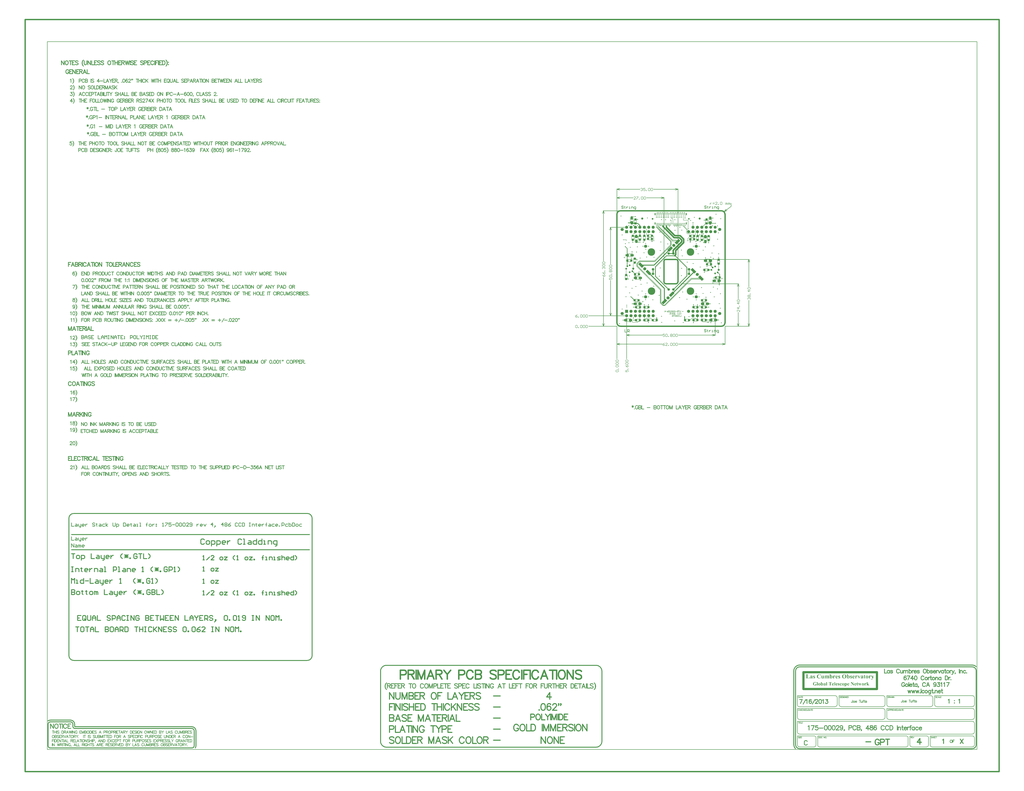
<source format=gbl>
G04 Layer_Physical_Order=4*
G04 Layer_Color=16711680*
%FSLAX23Y23*%
%MOIN*%
G70*
G01*
G75*
%ADD11C,0.008*%
%ADD12C,0.007*%
%ADD13C,0.012*%
%ADD14C,0.020*%
%ADD15C,0.012*%
%ADD16C,0.030*%
%ADD17C,0.019*%
%ADD18C,0.010*%
%ADD19C,0.024*%
%ADD20C,0.050*%
%ADD21C,0.006*%
%ADD22C,0.013*%
%ADD23C,0.012*%
%ADD24C,0.016*%
%ADD25C,0.024*%
%ADD26C,0.032*%
%ADD27C,0.018*%
%ADD28C,0.002*%
%ADD29C,0.004*%
%ADD30R,0.068X0.025*%
%ADD31R,0.025X0.068*%
%ADD32C,0.035*%
%ADD33C,0.039*%
%ADD34C,0.055*%
%ADD35C,0.070*%
%ADD36P,0.057X4X202.5*%
%ADD37C,0.040*%
%ADD38R,0.070X0.070*%
%ADD39C,0.066*%
%ADD40C,0.071*%
%ADD41C,0.169*%
%ADD42C,0.047*%
%ADD43C,0.048*%
%ADD44C,0.020*%
%ADD45C,0.018*%
%ADD57R,0.050X0.050*%
%ADD58R,0.050X0.050*%
%ADD59R,0.048X0.078*%
%ADD60R,0.078X0.048*%
%ADD61R,0.010X0.035*%
%ADD62R,0.024X0.051*%
G04:AMPARAMS|DCode=63|XSize=59mil|YSize=118mil|CornerRadius=0mil|HoleSize=0mil|Usage=FLASHONLY|Rotation=225.000|XOffset=0mil|YOffset=0mil|HoleType=Round|Shape=Rectangle|*
%AMROTATEDRECTD63*
4,1,4,-0.021,0.063,0.063,-0.021,0.021,-0.063,-0.063,0.021,-0.021,0.063,0.0*
%
%ADD63ROTATEDRECTD63*%

G04:AMPARAMS|DCode=64|XSize=59mil|YSize=118mil|CornerRadius=0mil|HoleSize=0mil|Usage=FLASHONLY|Rotation=135.000|XOffset=0mil|YOffset=0mil|HoleType=Round|Shape=Rectangle|*
%AMROTATEDRECTD64*
4,1,4,0.063,0.021,-0.021,-0.063,-0.063,-0.021,0.021,0.063,0.063,0.021,0.0*
%
%ADD64ROTATEDRECTD64*%

G36*
X5061Y-8067D02*
X5062D01*
X5062Y-8067D01*
X5064Y-8067D01*
X5066Y-8067D01*
X5068Y-8068D01*
X5070Y-8069D01*
X5072Y-8070D01*
X5072D01*
X5073Y-8071D01*
X5073Y-8071D01*
X5074Y-8072D01*
X5075Y-8073D01*
X5076Y-8074D01*
X5076Y-8076D01*
X5077Y-8078D01*
X5077Y-8078D01*
Y-8079D01*
Y-8080D01*
Y-8080D01*
X5077Y-8081D01*
X5077Y-8081D01*
X5077Y-8082D01*
X5076Y-8083D01*
X5076Y-8084D01*
X5075Y-8085D01*
X5075Y-8085D01*
X5075Y-8085D01*
X5074Y-8085D01*
X5074Y-8085D01*
X5073Y-8086D01*
X5072Y-8086D01*
X5071Y-8086D01*
X5070Y-8086D01*
X5070D01*
X5069Y-8086D01*
X5068Y-8086D01*
X5067Y-8086D01*
X5067Y-8085D01*
X5066Y-8085D01*
X5065Y-8084D01*
X5065Y-8084D01*
X5064Y-8084D01*
X5064Y-8083D01*
X5064Y-8082D01*
X5063Y-8081D01*
X5063Y-8080D01*
X5062Y-8078D01*
X5062Y-8077D01*
Y-8076D01*
X5062Y-8076D01*
X5062Y-8075D01*
X5062Y-8075D01*
X5061Y-8073D01*
X5061Y-8072D01*
X5061Y-8072D01*
X5060Y-8072D01*
X5060Y-8072D01*
X5060Y-8071D01*
X5059Y-8070D01*
X5058Y-8070D01*
X5058Y-8070D01*
X5057D01*
X5057Y-8070D01*
X5056Y-8071D01*
X5055Y-8071D01*
X5055Y-8071D01*
X5054Y-8072D01*
X5053Y-8073D01*
X5053Y-8073D01*
X5053Y-8074D01*
X5052Y-8075D01*
X5052Y-8076D01*
X5051Y-8078D01*
X5051Y-8080D01*
X5051Y-8082D01*
X5050Y-8083D01*
X5050Y-8085D01*
Y-8086D01*
Y-8086D01*
Y-8086D01*
Y-8087D01*
Y-8087D01*
X5050Y-8088D01*
Y-8089D01*
X5051Y-8091D01*
X5051Y-8093D01*
X5051Y-8095D01*
X5052Y-8098D01*
X5053Y-8100D01*
Y-8100D01*
X5053Y-8100D01*
X5053Y-8101D01*
X5053Y-8101D01*
X5053Y-8102D01*
X5054Y-8104D01*
X5055Y-8105D01*
X5056Y-8107D01*
X5057Y-8109D01*
X5059Y-8110D01*
X5059Y-8110D01*
X5059Y-8110D01*
X5060Y-8111D01*
X5061Y-8111D01*
X5062Y-8111D01*
X5063Y-8112D01*
X5065Y-8112D01*
X5066Y-8112D01*
X5067D01*
X5067Y-8112D01*
X5068Y-8112D01*
X5068Y-8112D01*
X5069Y-8112D01*
X5070Y-8111D01*
X5071Y-8111D01*
X5071Y-8111D01*
X5072Y-8111D01*
X5072Y-8110D01*
X5073Y-8110D01*
X5074Y-8109D01*
X5075Y-8108D01*
X5076Y-8107D01*
X5077Y-8106D01*
X5079Y-8108D01*
Y-8108D01*
X5078Y-8108D01*
X5078Y-8108D01*
X5078Y-8109D01*
X5077Y-8110D01*
X5076Y-8111D01*
X5075Y-8113D01*
X5073Y-8115D01*
X5072Y-8116D01*
X5070Y-8118D01*
X5069D01*
X5069Y-8118D01*
X5069Y-8118D01*
X5069Y-8118D01*
X5067Y-8119D01*
X5066Y-8119D01*
X5064Y-8120D01*
X5062Y-8121D01*
X5060Y-8121D01*
X5058Y-8121D01*
X5058D01*
X5057Y-8121D01*
X5056D01*
X5055Y-8121D01*
X5054Y-8121D01*
X5053Y-8120D01*
X5052Y-8120D01*
X5051Y-8120D01*
X5049Y-8119D01*
X5048Y-8119D01*
X5047Y-8118D01*
X5045Y-8117D01*
X5044Y-8116D01*
X5043Y-8115D01*
X5042Y-8113D01*
X5041Y-8113D01*
X5041Y-8113D01*
X5041Y-8113D01*
X5041Y-8112D01*
X5040Y-8111D01*
X5040Y-8110D01*
X5039Y-8109D01*
X5039Y-8108D01*
X5038Y-8107D01*
X5037Y-8105D01*
X5037Y-8104D01*
X5036Y-8102D01*
X5036Y-8100D01*
X5036Y-8099D01*
X5035Y-8097D01*
X5035Y-8095D01*
Y-8095D01*
Y-8094D01*
Y-8094D01*
X5035Y-8093D01*
X5036Y-8092D01*
X5036Y-8091D01*
X5036Y-8090D01*
X5036Y-8088D01*
X5037Y-8085D01*
X5038Y-8082D01*
X5038Y-8081D01*
X5039Y-8079D01*
X5040Y-8078D01*
X5041Y-8076D01*
X5041Y-8076D01*
X5041Y-8076D01*
X5042Y-8075D01*
X5042Y-8075D01*
X5043Y-8074D01*
X5044Y-8073D01*
X5045Y-8072D01*
X5046Y-8071D01*
X5047Y-8070D01*
X5048Y-8069D01*
X5050Y-8069D01*
X5052Y-8068D01*
X5053Y-8067D01*
X5055Y-8067D01*
X5057Y-8067D01*
X5060Y-8066D01*
X5060D01*
X5061Y-8067D01*
D02*
G37*
G36*
X5009D02*
X5010Y-8067D01*
X5011Y-8067D01*
X5013Y-8067D01*
X5014Y-8068D01*
X5016Y-8069D01*
X5016D01*
X5016Y-8069D01*
X5017Y-8069D01*
X5017Y-8069D01*
X5018Y-8069D01*
X5019D01*
X5019Y-8069D01*
X5020Y-8069D01*
X5020Y-8069D01*
X5020Y-8069D01*
X5020Y-8068D01*
X5021Y-8068D01*
X5021Y-8067D01*
X5022Y-8067D01*
X5024D01*
X5024Y-8084D01*
X5022D01*
Y-8084D01*
X5022Y-8084D01*
X5022Y-8083D01*
X5022Y-8083D01*
X5022Y-8082D01*
X5021Y-8082D01*
X5020Y-8080D01*
X5019Y-8078D01*
X5018Y-8076D01*
X5017Y-8075D01*
X5016Y-8074D01*
X5015Y-8073D01*
X5015Y-8073D01*
X5015Y-8073D01*
X5014Y-8073D01*
X5013Y-8072D01*
X5012Y-8072D01*
X5011Y-8071D01*
X5010Y-8071D01*
X5008Y-8071D01*
X5008D01*
X5008Y-8071D01*
X5007Y-8071D01*
X5006Y-8071D01*
X5006Y-8071D01*
X5005Y-8072D01*
X5005Y-8072D01*
X5004Y-8072D01*
X5004Y-8072D01*
X5004Y-8073D01*
X5004Y-8073D01*
X5003Y-8074D01*
X5003Y-8075D01*
X5003Y-8076D01*
Y-8076D01*
Y-8076D01*
X5003Y-8077D01*
X5003Y-8077D01*
X5004Y-8078D01*
X5004Y-8079D01*
X5004Y-8079D01*
X5005Y-8080D01*
X5006Y-8080D01*
X5007Y-8081D01*
X5007Y-8081D01*
X5008Y-8082D01*
X5009Y-8083D01*
X5010Y-8083D01*
X5011Y-8084D01*
X5012Y-8085D01*
X5014Y-8086D01*
X5014Y-8086D01*
X5014Y-8087D01*
X5015Y-8087D01*
X5015Y-8087D01*
X5016Y-8088D01*
X5017Y-8088D01*
X5018Y-8090D01*
X5020Y-8091D01*
X5022Y-8092D01*
X5023Y-8094D01*
X5024Y-8095D01*
X5025Y-8096D01*
X5025Y-8096D01*
X5025Y-8096D01*
X5025Y-8097D01*
X5026Y-8098D01*
X5026Y-8099D01*
X5027Y-8101D01*
X5027Y-8102D01*
X5027Y-8104D01*
Y-8104D01*
Y-8105D01*
X5027Y-8106D01*
X5027Y-8107D01*
X5027Y-8108D01*
X5026Y-8110D01*
X5026Y-8111D01*
X5025Y-8113D01*
X5025Y-8113D01*
X5025Y-8113D01*
X5024Y-8114D01*
X5023Y-8115D01*
X5023Y-8116D01*
X5022Y-8117D01*
X5020Y-8118D01*
X5019Y-8119D01*
X5019Y-8119D01*
X5018Y-8119D01*
X5017Y-8120D01*
X5016Y-8120D01*
X5015Y-8120D01*
X5014Y-8121D01*
X5012Y-8121D01*
X5010Y-8121D01*
X5010D01*
X5009Y-8121D01*
X5008Y-8121D01*
X5006Y-8121D01*
X5005Y-8120D01*
X5003Y-8120D01*
X5001Y-8119D01*
X5000D01*
X5000Y-8119D01*
X5000Y-8118D01*
X4999Y-8118D01*
X4998Y-8118D01*
X4998D01*
X4998Y-8118D01*
X4997Y-8118D01*
X4997Y-8119D01*
X4996Y-8119D01*
X4996Y-8120D01*
X4995Y-8121D01*
X4993D01*
X4992Y-8102D01*
X4994D01*
Y-8102D01*
X4995Y-8103D01*
X4995Y-8103D01*
X4995Y-8103D01*
X4995Y-8104D01*
X4995Y-8105D01*
X4996Y-8106D01*
X4997Y-8108D01*
X4998Y-8110D01*
X5000Y-8112D01*
X5001Y-8113D01*
X5001Y-8113D01*
X5002Y-8114D01*
X5003Y-8114D01*
X5004Y-8115D01*
X5005Y-8116D01*
X5006Y-8116D01*
X5008Y-8117D01*
X5009Y-8117D01*
X5010D01*
X5010Y-8117D01*
X5011Y-8117D01*
X5011Y-8116D01*
X5012Y-8116D01*
X5013Y-8116D01*
X5014Y-8115D01*
X5014Y-8115D01*
X5014Y-8115D01*
X5014Y-8115D01*
X5014Y-8114D01*
X5015Y-8114D01*
X5015Y-8113D01*
X5015Y-8112D01*
X5015Y-8111D01*
Y-8111D01*
Y-8111D01*
X5015Y-8110D01*
X5015Y-8110D01*
X5015Y-8109D01*
X5015Y-8108D01*
X5014Y-8108D01*
X5014Y-8107D01*
X5014Y-8107D01*
X5013Y-8106D01*
X5013Y-8106D01*
X5012Y-8105D01*
X5011Y-8105D01*
X5010Y-8104D01*
X5008Y-8102D01*
X5006Y-8101D01*
X5006Y-8101D01*
X5006Y-8101D01*
X5005Y-8100D01*
X5005Y-8100D01*
X5004Y-8100D01*
X5003Y-8099D01*
X5002Y-8098D01*
X5000Y-8096D01*
X4998Y-8095D01*
X4996Y-8093D01*
X4996Y-8093D01*
X4995Y-8092D01*
Y-8092D01*
X4995Y-8092D01*
X4995Y-8091D01*
X4994Y-8090D01*
X4994Y-8089D01*
X4993Y-8088D01*
X4992Y-8086D01*
X4992Y-8084D01*
X4992Y-8082D01*
Y-8082D01*
Y-8082D01*
Y-8081D01*
X4992Y-8081D01*
X4992Y-8080D01*
X4992Y-8078D01*
X4993Y-8077D01*
X4993Y-8075D01*
X4994Y-8073D01*
X4996Y-8071D01*
Y-8071D01*
X4996Y-8071D01*
X4997Y-8071D01*
X4997Y-8070D01*
X4999Y-8069D01*
X5001Y-8068D01*
X5002Y-8067D01*
X5005Y-8067D01*
X5006Y-8066D01*
X5008D01*
X5009Y-8067D01*
D02*
G37*
G36*
X5628D02*
X5629Y-8067D01*
X5630Y-8067D01*
X5631Y-8067D01*
X5632Y-8068D01*
X5632Y-8068D01*
X5632Y-8069D01*
X5633Y-8069D01*
X5633Y-8069D01*
X5633Y-8070D01*
X5634Y-8071D01*
X5634Y-8071D01*
X5634Y-8073D01*
X5634Y-8074D01*
Y-8074D01*
Y-8074D01*
X5634Y-8075D01*
X5634Y-8076D01*
X5634Y-8077D01*
X5633Y-8078D01*
X5633Y-8079D01*
X5632Y-8080D01*
X5632Y-8080D01*
X5632Y-8080D01*
X5632Y-8080D01*
X5631Y-8080D01*
X5631Y-8081D01*
X5630Y-8081D01*
X5629Y-8081D01*
X5628Y-8082D01*
X5628D01*
X5627Y-8081D01*
X5626Y-8081D01*
X5626Y-8081D01*
X5625Y-8081D01*
X5624Y-8080D01*
X5623Y-8080D01*
X5623Y-8080D01*
X5623Y-8079D01*
X5622Y-8079D01*
X5622Y-8079D01*
X5621Y-8078D01*
X5621Y-8078D01*
X5621Y-8078D01*
X5620Y-8077D01*
X5620Y-8077D01*
X5620Y-8077D01*
X5619Y-8077D01*
X5619D01*
X5619Y-8077D01*
X5618D01*
X5617Y-8078D01*
X5617Y-8078D01*
X5616Y-8078D01*
X5616Y-8078D01*
X5616Y-8079D01*
X5615Y-8079D01*
X5615Y-8080D01*
X5614Y-8081D01*
X5614Y-8081D01*
X5613Y-8083D01*
X5613Y-8084D01*
Y-8084D01*
X5613Y-8084D01*
X5613Y-8084D01*
X5613Y-8085D01*
X5612Y-8086D01*
X5612Y-8087D01*
X5612Y-8089D01*
X5611Y-8091D01*
X5611Y-8093D01*
X5611Y-8096D01*
Y-8107D01*
X5611Y-8110D01*
Y-8111D01*
Y-8111D01*
Y-8111D01*
Y-8112D01*
X5611Y-8113D01*
X5611Y-8114D01*
X5611Y-8115D01*
Y-8115D01*
X5612Y-8115D01*
X5612Y-8115D01*
X5613Y-8116D01*
X5613Y-8117D01*
X5614D01*
X5614Y-8117D01*
X5614Y-8117D01*
X5614Y-8117D01*
X5615Y-8117D01*
X5616Y-8117D01*
X5617Y-8117D01*
X5618Y-8118D01*
Y-8120D01*
X5590D01*
Y-8118D01*
X5590D01*
X5591Y-8117D01*
X5591D01*
X5592Y-8117D01*
X5593Y-8117D01*
X5594Y-8116D01*
X5595Y-8116D01*
X5595Y-8116D01*
X5595Y-8115D01*
X5595Y-8115D01*
X5595Y-8114D01*
X5595Y-8113D01*
X5596Y-8112D01*
X5596Y-8111D01*
X5596Y-8110D01*
Y-8109D01*
Y-8107D01*
Y-8079D01*
Y-8079D01*
Y-8078D01*
Y-8077D01*
X5596Y-8077D01*
Y-8076D01*
X5596Y-8075D01*
X5595Y-8074D01*
X5595Y-8073D01*
Y-8073D01*
X5595Y-8073D01*
X5595Y-8072D01*
X5594Y-8072D01*
X5594Y-8071D01*
X5593Y-8071D01*
X5593Y-8071D01*
X5593Y-8071D01*
X5592Y-8070D01*
X5592Y-8070D01*
X5591Y-8070D01*
X5590Y-8070D01*
Y-8068D01*
X5611D01*
Y-8080D01*
X5611Y-8080D01*
X5611Y-8079D01*
X5612Y-8079D01*
X5612Y-8078D01*
X5612Y-8078D01*
X5613Y-8077D01*
X5614Y-8075D01*
X5615Y-8074D01*
X5617Y-8072D01*
X5618Y-8070D01*
X5619Y-8070D01*
X5620Y-8069D01*
X5620Y-8069D01*
X5621Y-8069D01*
X5621Y-8068D01*
X5622Y-8068D01*
X5623Y-8067D01*
X5625Y-8067D01*
X5626Y-8067D01*
X5627Y-8066D01*
X5628D01*
X5628Y-8067D01*
D02*
G37*
G36*
X5661Y-8094D02*
X5673Y-8082D01*
X5673Y-8082D01*
X5673Y-8082D01*
X5674Y-8081D01*
X5675Y-8080D01*
X5675Y-8079D01*
X5676Y-8079D01*
X5677Y-8078D01*
X5677Y-8077D01*
Y-8077D01*
X5677Y-8077D01*
X5678Y-8077D01*
X5678Y-8076D01*
X5678Y-8075D01*
X5678Y-8074D01*
Y-8074D01*
Y-8074D01*
X5678Y-8073D01*
X5678Y-8072D01*
X5677Y-8072D01*
X5677Y-8072D01*
X5677D01*
X5677Y-8071D01*
X5676Y-8071D01*
X5676Y-8071D01*
X5675Y-8071D01*
X5674Y-8070D01*
X5674Y-8070D01*
X5672Y-8070D01*
Y-8068D01*
X5695D01*
Y-8070D01*
X5695D01*
X5694Y-8070D01*
X5693Y-8070D01*
X5692Y-8070D01*
X5692Y-8071D01*
X5690Y-8071D01*
X5690Y-8072D01*
X5689Y-8072D01*
X5689Y-8072D01*
X5688Y-8072D01*
X5687Y-8073D01*
X5686Y-8074D01*
X5685Y-8075D01*
X5684Y-8076D01*
X5683Y-8077D01*
X5682Y-8078D01*
X5681Y-8079D01*
X5680Y-8080D01*
X5674Y-8086D01*
X5686Y-8103D01*
X5686Y-8103D01*
X5687Y-8104D01*
X5687Y-8104D01*
X5687Y-8105D01*
X5688Y-8106D01*
X5689Y-8107D01*
X5690Y-8109D01*
X5692Y-8111D01*
X5692Y-8112D01*
X5693Y-8113D01*
X5694Y-8114D01*
X5694Y-8115D01*
X5695Y-8115D01*
X5695Y-8115D01*
X5695Y-8116D01*
X5695Y-8116D01*
X5696Y-8116D01*
X5696Y-8116D01*
X5697Y-8117D01*
X5698Y-8117D01*
X5699Y-8117D01*
X5700Y-8118D01*
Y-8120D01*
X5673D01*
Y-8118D01*
X5673D01*
X5674Y-8117D01*
X5675Y-8117D01*
X5676Y-8117D01*
X5676Y-8117D01*
X5676Y-8116D01*
X5676Y-8116D01*
X5677Y-8115D01*
Y-8115D01*
Y-8115D01*
X5676Y-8115D01*
X5676Y-8114D01*
X5676Y-8114D01*
X5675Y-8113D01*
X5675Y-8112D01*
X5674Y-8111D01*
X5664Y-8096D01*
X5661Y-8099D01*
Y-8108D01*
Y-8108D01*
Y-8109D01*
Y-8109D01*
Y-8109D01*
X5661Y-8110D01*
Y-8111D01*
X5661Y-8113D01*
X5661Y-8114D01*
X5661Y-8115D01*
X5661Y-8115D01*
X5662Y-8116D01*
X5662Y-8116D01*
X5662Y-8116D01*
X5662Y-8116D01*
X5663Y-8116D01*
X5663Y-8117D01*
X5664Y-8117D01*
X5665Y-8117D01*
X5666Y-8118D01*
Y-8120D01*
X5640D01*
Y-8118D01*
X5640D01*
X5640Y-8117D01*
X5641Y-8117D01*
X5641Y-8117D01*
X5642Y-8117D01*
X5643Y-8116D01*
X5644Y-8116D01*
X5644Y-8115D01*
Y-8115D01*
X5644Y-8115D01*
X5645Y-8115D01*
X5645Y-8114D01*
X5645Y-8113D01*
X5645Y-8112D01*
X5645Y-8110D01*
Y-8109D01*
Y-8108D01*
Y-8056D01*
Y-8056D01*
Y-8056D01*
Y-8055D01*
Y-8055D01*
Y-8054D01*
X5645Y-8053D01*
X5645Y-8052D01*
X5645Y-8050D01*
X5644Y-8049D01*
X5644Y-8049D01*
X5644Y-8049D01*
Y-8049D01*
X5644Y-8049D01*
X5644Y-8048D01*
X5643Y-8048D01*
X5643Y-8048D01*
X5642Y-8047D01*
X5641Y-8047D01*
X5640Y-8047D01*
Y-8045D01*
X5661D01*
Y-8094D01*
D02*
G37*
G36*
X5528Y-8070D02*
X5528D01*
X5528Y-8070D01*
X5527Y-8070D01*
X5527Y-8070D01*
X5525Y-8071D01*
X5524Y-8072D01*
X5524Y-8072D01*
X5524Y-8072D01*
X5524Y-8073D01*
X5523Y-8073D01*
X5523Y-8075D01*
X5522Y-8076D01*
X5522Y-8077D01*
X5521Y-8078D01*
X5521Y-8079D01*
X5520Y-8080D01*
X5506Y-8121D01*
X5503D01*
X5489Y-8083D01*
X5475Y-8121D01*
X5472D01*
X5458Y-8084D01*
Y-8084D01*
X5458Y-8083D01*
X5458Y-8083D01*
X5458Y-8082D01*
X5457Y-8082D01*
X5457Y-8081D01*
X5456Y-8079D01*
X5456Y-8077D01*
X5455Y-8075D01*
X5454Y-8074D01*
X5453Y-8073D01*
X5453Y-8073D01*
X5453Y-8072D01*
X5453Y-8072D01*
X5452Y-8072D01*
X5452Y-8072D01*
X5451Y-8071D01*
X5451Y-8071D01*
X5450Y-8070D01*
X5449Y-8070D01*
Y-8068D01*
X5475D01*
Y-8070D01*
X5474D01*
X5473Y-8070D01*
X5472Y-8070D01*
X5472Y-8070D01*
X5471Y-8071D01*
X5471Y-8071D01*
X5471Y-8071D01*
X5470Y-8072D01*
X5470Y-8073D01*
Y-8073D01*
X5470Y-8073D01*
X5470Y-8074D01*
X5471Y-8074D01*
X5471Y-8075D01*
X5471Y-8077D01*
X5472Y-8078D01*
X5479Y-8098D01*
X5487Y-8078D01*
X5486Y-8077D01*
X5486Y-8077D01*
X5486Y-8076D01*
X5486Y-8075D01*
X5485Y-8075D01*
X5485Y-8074D01*
X5484Y-8073D01*
X5484Y-8072D01*
X5483Y-8072D01*
X5483Y-8072D01*
X5483Y-8071D01*
X5483Y-8071D01*
X5482Y-8071D01*
X5482Y-8071D01*
X5481Y-8070D01*
X5481Y-8070D01*
X5480Y-8070D01*
Y-8068D01*
X5506D01*
Y-8070D01*
X5505D01*
X5505Y-8070D01*
X5504Y-8070D01*
X5503Y-8070D01*
X5502Y-8071D01*
X5502Y-8071D01*
X5502Y-8071D01*
X5502Y-8071D01*
X5501Y-8072D01*
X5501Y-8073D01*
Y-8073D01*
Y-8073D01*
X5501Y-8073D01*
X5501Y-8074D01*
X5502Y-8075D01*
X5502Y-8076D01*
X5502Y-8077D01*
X5503Y-8078D01*
X5510Y-8098D01*
X5517Y-8080D01*
X5517Y-8080D01*
X5517Y-8079D01*
X5517Y-8078D01*
X5517Y-8078D01*
X5518Y-8076D01*
X5518Y-8075D01*
X5518Y-8074D01*
Y-8074D01*
Y-8074D01*
Y-8074D01*
X5518Y-8073D01*
X5518Y-8072D01*
X5517Y-8072D01*
X5517Y-8071D01*
X5517Y-8071D01*
X5516Y-8071D01*
X5516Y-8071D01*
X5515Y-8070D01*
X5515Y-8070D01*
X5514Y-8070D01*
X5513Y-8070D01*
Y-8068D01*
X5528D01*
Y-8070D01*
D02*
G37*
G36*
X5357Y-8047D02*
X5357D01*
X5357Y-8047D01*
X5356Y-8047D01*
X5355Y-8047D01*
X5354Y-8047D01*
X5353Y-8048D01*
X5352Y-8048D01*
X5351Y-8048D01*
X5351D01*
X5351Y-8049D01*
X5350Y-8049D01*
X5350Y-8050D01*
X5349Y-8050D01*
X5349Y-8051D01*
X5349Y-8052D01*
Y-8052D01*
X5348Y-8052D01*
X5348Y-8052D01*
X5348Y-8053D01*
X5348Y-8054D01*
X5348Y-8056D01*
X5348Y-8057D01*
Y-8059D01*
Y-8121D01*
X5346D01*
X5295Y-8059D01*
Y-8106D01*
Y-8107D01*
Y-8107D01*
Y-8107D01*
Y-8108D01*
X5296Y-8109D01*
X5296Y-8110D01*
X5296Y-8111D01*
X5297Y-8113D01*
X5297Y-8114D01*
X5298Y-8115D01*
X5298Y-8115D01*
X5299Y-8116D01*
X5299Y-8116D01*
X5300Y-8116D01*
X5301Y-8117D01*
X5302Y-8117D01*
X5304Y-8117D01*
X5305Y-8118D01*
X5307D01*
Y-8120D01*
X5280D01*
Y-8118D01*
X5281D01*
X5282Y-8117D01*
X5284Y-8117D01*
X5285Y-8117D01*
X5287Y-8116D01*
X5288Y-8116D01*
X5289Y-8115D01*
X5289Y-8115D01*
X5289Y-8115D01*
X5290Y-8114D01*
X5290Y-8113D01*
X5291Y-8112D01*
X5291Y-8110D01*
X5291Y-8109D01*
X5291Y-8106D01*
Y-8054D01*
X5290Y-8052D01*
X5290Y-8052D01*
X5289Y-8051D01*
X5289Y-8051D01*
X5288Y-8050D01*
X5287Y-8049D01*
X5286Y-8048D01*
X5286Y-8048D01*
X5285D01*
X5285Y-8048D01*
X5285Y-8048D01*
X5284Y-8047D01*
X5283Y-8047D01*
X5283Y-8047D01*
X5282Y-8047D01*
X5280Y-8047D01*
Y-8045D01*
X5307D01*
X5344Y-8091D01*
Y-8059D01*
Y-8059D01*
Y-8059D01*
Y-8058D01*
Y-8058D01*
X5344Y-8057D01*
X5343Y-8055D01*
X5343Y-8054D01*
X5343Y-8052D01*
X5342Y-8051D01*
X5342Y-8050D01*
X5342Y-8050D01*
X5341Y-8049D01*
X5340Y-8049D01*
X5340Y-8048D01*
X5338Y-8048D01*
X5337Y-8047D01*
X5335Y-8047D01*
X5333Y-8047D01*
Y-8045D01*
X5357D01*
Y-8047D01*
D02*
G37*
G36*
X5137Y-7869D02*
X5139Y-7869D01*
X5141Y-7869D01*
X5143Y-7869D01*
X5146Y-7870D01*
X5149Y-7870D01*
X5151Y-7871D01*
X5154Y-7872D01*
X5157Y-7874D01*
X5160Y-7875D01*
X5163Y-7877D01*
X5166Y-7879D01*
X5168Y-7881D01*
X5168Y-7881D01*
X5169Y-7882D01*
X5170Y-7883D01*
X5170Y-7884D01*
X5171Y-7885D01*
X5173Y-7886D01*
X5174Y-7888D01*
X5175Y-7890D01*
X5176Y-7893D01*
X5178Y-7895D01*
X5179Y-7898D01*
X5180Y-7901D01*
X5181Y-7904D01*
X5181Y-7907D01*
X5182Y-7911D01*
X5182Y-7914D01*
Y-7915D01*
Y-7915D01*
Y-7916D01*
X5182Y-7917D01*
X5182Y-7919D01*
X5181Y-7920D01*
X5181Y-7922D01*
X5181Y-7925D01*
X5180Y-7927D01*
X5179Y-7929D01*
X5179Y-7932D01*
X5178Y-7934D01*
X5176Y-7937D01*
X5175Y-7939D01*
X5174Y-7942D01*
X5172Y-7944D01*
X5172Y-7945D01*
X5171Y-7945D01*
X5170Y-7946D01*
X5169Y-7947D01*
X5168Y-7948D01*
X5166Y-7950D01*
X5164Y-7951D01*
X5162Y-7953D01*
X5160Y-7955D01*
X5157Y-7956D01*
X5154Y-7958D01*
X5150Y-7959D01*
X5147Y-7960D01*
X5143Y-7961D01*
X5139Y-7961D01*
X5134Y-7962D01*
X5133D01*
X5132Y-7961D01*
X5130Y-7961D01*
X5128Y-7961D01*
X5126Y-7961D01*
X5123Y-7960D01*
X5121Y-7960D01*
X5118Y-7959D01*
X5115Y-7958D01*
X5112Y-7956D01*
X5108Y-7955D01*
X5105Y-7953D01*
X5102Y-7951D01*
X5100Y-7948D01*
X5097Y-7945D01*
X5097Y-7945D01*
X5096Y-7945D01*
X5096Y-7944D01*
X5095Y-7943D01*
X5095Y-7942D01*
X5094Y-7940D01*
X5093Y-7938D01*
X5092Y-7937D01*
X5091Y-7934D01*
X5090Y-7932D01*
X5089Y-7929D01*
X5088Y-7927D01*
X5088Y-7924D01*
X5087Y-7921D01*
X5087Y-7918D01*
X5087Y-7914D01*
Y-7914D01*
Y-7914D01*
X5087Y-7913D01*
X5087Y-7911D01*
X5087Y-7909D01*
X5087Y-7907D01*
X5088Y-7905D01*
X5088Y-7903D01*
X5089Y-7900D01*
X5090Y-7898D01*
X5091Y-7895D01*
X5092Y-7892D01*
X5094Y-7889D01*
X5096Y-7886D01*
X5098Y-7884D01*
X5100Y-7881D01*
X5100Y-7881D01*
X5101Y-7881D01*
X5101Y-7880D01*
X5103Y-7879D01*
X5104Y-7878D01*
X5105Y-7877D01*
X5107Y-7876D01*
X5109Y-7875D01*
X5112Y-7873D01*
X5114Y-7872D01*
X5117Y-7871D01*
X5120Y-7870D01*
X5123Y-7869D01*
X5126Y-7869D01*
X5130Y-7869D01*
X5136D01*
X5137Y-7869D01*
D02*
G37*
G36*
X4828Y-7904D02*
X4828Y-7904D01*
X4828Y-7904D01*
X4828Y-7903D01*
X4829Y-7903D01*
X4830Y-7902D01*
X4831Y-7901D01*
X4832Y-7901D01*
X4833Y-7900D01*
X4835Y-7898D01*
X4838Y-7897D01*
X4840Y-7897D01*
X4841Y-7896D01*
X4843Y-7896D01*
X4845Y-7896D01*
X4846D01*
X4847Y-7896D01*
X4849Y-7896D01*
X4850Y-7897D01*
X4852Y-7897D01*
X4854Y-7898D01*
X4857Y-7900D01*
X4857D01*
X4857Y-7900D01*
X4857Y-7900D01*
X4859Y-7901D01*
X4860Y-7902D01*
X4861Y-7904D01*
X4863Y-7906D01*
X4864Y-7908D01*
X4865Y-7910D01*
Y-7910D01*
X4865Y-7911D01*
X4866Y-7911D01*
X4866Y-7912D01*
X4866Y-7912D01*
X4866Y-7913D01*
X4867Y-7915D01*
X4868Y-7917D01*
X4868Y-7920D01*
X4868Y-7923D01*
X4869Y-7926D01*
Y-7926D01*
Y-7927D01*
Y-7927D01*
Y-7928D01*
X4868Y-7929D01*
X4868Y-7930D01*
X4868Y-7931D01*
X4868Y-7932D01*
X4868Y-7935D01*
X4867Y-7938D01*
X4866Y-7941D01*
X4864Y-7945D01*
Y-7945D01*
X4864Y-7945D01*
X4864Y-7945D01*
X4864Y-7946D01*
X4863Y-7947D01*
X4862Y-7949D01*
X4860Y-7951D01*
X4858Y-7953D01*
X4856Y-7955D01*
X4854Y-7957D01*
X4854D01*
X4853Y-7957D01*
X4853Y-7958D01*
X4853Y-7958D01*
X4852Y-7958D01*
X4851Y-7959D01*
X4849Y-7959D01*
X4847Y-7960D01*
X4844Y-7961D01*
X4841Y-7961D01*
X4838Y-7961D01*
X4837D01*
X4837Y-7961D01*
X4835Y-7961D01*
X4834Y-7961D01*
X4832Y-7961D01*
X4831Y-7960D01*
X4829Y-7960D01*
X4829Y-7960D01*
X4829Y-7960D01*
X4828Y-7959D01*
X4827Y-7959D01*
X4826Y-7958D01*
X4825Y-7957D01*
X4823Y-7956D01*
X4822Y-7955D01*
X4811Y-7961D01*
X4809D01*
Y-7883D01*
Y-7883D01*
Y-7882D01*
Y-7882D01*
Y-7881D01*
Y-7880D01*
X4809Y-7879D01*
X4809Y-7878D01*
X4809Y-7877D01*
X4809Y-7876D01*
Y-7876D01*
X4809Y-7876D01*
X4808Y-7875D01*
X4808Y-7874D01*
X4807Y-7873D01*
X4806Y-7873D01*
X4806Y-7873D01*
X4806Y-7873D01*
X4805Y-7873D01*
X4804Y-7872D01*
X4803Y-7872D01*
X4802Y-7872D01*
Y-7870D01*
X4828D01*
Y-7904D01*
D02*
G37*
G36*
X4969Y-7896D02*
X4970Y-7896D01*
X4971Y-7896D01*
X4973Y-7897D01*
X4976Y-7898D01*
X4977Y-7898D01*
X4979Y-7899D01*
X4980Y-7900D01*
X4981Y-7901D01*
X4983Y-7902D01*
X4984Y-7904D01*
X4984Y-7904D01*
X4984Y-7904D01*
X4985Y-7904D01*
X4985Y-7905D01*
X4986Y-7906D01*
X4986Y-7907D01*
X4987Y-7908D01*
X4988Y-7909D01*
X4988Y-7911D01*
X4989Y-7912D01*
X4990Y-7914D01*
X4990Y-7916D01*
X4991Y-7919D01*
X4991Y-7921D01*
X4991Y-7923D01*
X4992Y-7926D01*
X4958D01*
Y-7926D01*
Y-7927D01*
X4958Y-7927D01*
Y-7928D01*
X4958Y-7929D01*
X4958Y-7931D01*
X4958Y-7932D01*
X4959Y-7933D01*
X4959Y-7936D01*
X4961Y-7940D01*
X4962Y-7943D01*
X4963Y-7945D01*
X4964Y-7946D01*
X4964Y-7946D01*
X4965Y-7947D01*
X4966Y-7948D01*
X4967Y-7949D01*
X4969Y-7950D01*
X4971Y-7951D01*
X4973Y-7951D01*
X4974Y-7951D01*
X4975Y-7951D01*
X4976D01*
X4977Y-7951D01*
X4977Y-7951D01*
X4979Y-7951D01*
X4980Y-7951D01*
X4981Y-7950D01*
X4982Y-7949D01*
X4982Y-7949D01*
X4983Y-7949D01*
X4984Y-7948D01*
X4984Y-7947D01*
X4985Y-7946D01*
X4987Y-7945D01*
X4988Y-7943D01*
X4989Y-7941D01*
X4992Y-7943D01*
Y-7943D01*
X4991Y-7943D01*
X4991Y-7944D01*
X4991Y-7944D01*
X4990Y-7945D01*
X4990Y-7946D01*
X4988Y-7948D01*
X4987Y-7951D01*
X4985Y-7953D01*
X4983Y-7955D01*
X4981Y-7956D01*
X4980Y-7957D01*
X4980D01*
X4980Y-7957D01*
X4980Y-7958D01*
X4979Y-7958D01*
X4978Y-7959D01*
X4976Y-7959D01*
X4974Y-7960D01*
X4972Y-7961D01*
X4969Y-7961D01*
X4966Y-7961D01*
X4966D01*
X4965Y-7961D01*
X4964D01*
X4963Y-7961D01*
X4962Y-7961D01*
X4960Y-7961D01*
X4959Y-7960D01*
X4957Y-7960D01*
X4955Y-7959D01*
X4953Y-7958D01*
X4952Y-7957D01*
X4950Y-7956D01*
X4948Y-7954D01*
X4947Y-7953D01*
X4945Y-7951D01*
Y-7951D01*
X4945Y-7951D01*
X4945Y-7950D01*
X4945Y-7949D01*
X4944Y-7949D01*
X4944Y-7948D01*
X4943Y-7946D01*
X4943Y-7945D01*
X4942Y-7944D01*
X4942Y-7942D01*
X4941Y-7940D01*
X4941Y-7938D01*
X4940Y-7934D01*
X4940Y-7932D01*
X4940Y-7930D01*
Y-7930D01*
Y-7929D01*
Y-7928D01*
X4940Y-7927D01*
X4940Y-7926D01*
X4940Y-7924D01*
X4941Y-7923D01*
X4941Y-7921D01*
X4942Y-7917D01*
X4942Y-7915D01*
X4943Y-7913D01*
X4944Y-7911D01*
X4945Y-7909D01*
X4947Y-7907D01*
X4948Y-7905D01*
X4948Y-7905D01*
X4948Y-7905D01*
X4949Y-7904D01*
X4950Y-7904D01*
X4950Y-7903D01*
X4951Y-7902D01*
X4952Y-7901D01*
X4954Y-7900D01*
X4955Y-7900D01*
X4957Y-7899D01*
X4960Y-7897D01*
X4962Y-7897D01*
X4964Y-7896D01*
X4966Y-7896D01*
X4968Y-7896D01*
X4969D01*
X4969Y-7896D01*
D02*
G37*
G36*
X5177Y-8067D02*
X5178Y-8067D01*
X5179Y-8067D01*
X5181Y-8067D01*
X5182Y-8068D01*
X5184Y-8069D01*
X5186Y-8070D01*
X5186D01*
X5186Y-8070D01*
X5187Y-8071D01*
X5188Y-8072D01*
X5189Y-8073D01*
X5190Y-8074D01*
X5191Y-8076D01*
X5192Y-8078D01*
X5193Y-8080D01*
Y-8080D01*
X5193Y-8080D01*
X5193Y-8081D01*
X5194Y-8081D01*
X5194Y-8082D01*
X5194Y-8082D01*
X5194Y-8084D01*
X5195Y-8086D01*
X5195Y-8088D01*
X5195Y-8091D01*
X5196Y-8094D01*
Y-8094D01*
Y-8094D01*
Y-8094D01*
Y-8095D01*
X5195Y-8096D01*
Y-8096D01*
X5195Y-8098D01*
X5195Y-8100D01*
X5194Y-8103D01*
X5194Y-8105D01*
X5193Y-8108D01*
Y-8108D01*
X5193Y-8108D01*
X5193Y-8108D01*
X5193Y-8109D01*
X5192Y-8110D01*
X5191Y-8111D01*
X5190Y-8113D01*
X5189Y-8115D01*
X5187Y-8116D01*
X5186Y-8118D01*
X5185Y-8118D01*
X5185Y-8118D01*
X5184Y-8119D01*
X5183Y-8119D01*
X5181Y-8120D01*
X5179Y-8121D01*
X5177Y-8121D01*
X5175Y-8121D01*
X5174D01*
X5174Y-8121D01*
X5173Y-8121D01*
X5171Y-8121D01*
X5170Y-8120D01*
X5169Y-8120D01*
X5167Y-8119D01*
X5167Y-8119D01*
X5167Y-8119D01*
X5166Y-8119D01*
X5165Y-8118D01*
X5165Y-8117D01*
X5164Y-8117D01*
X5163Y-8116D01*
X5161Y-8114D01*
Y-8133D01*
Y-8134D01*
Y-8134D01*
Y-8135D01*
X5162Y-8136D01*
X5162Y-8137D01*
X5162Y-8138D01*
X5162Y-8139D01*
Y-8139D01*
X5162Y-8139D01*
X5163Y-8140D01*
X5163Y-8140D01*
X5164Y-8141D01*
X5164D01*
X5164Y-8141D01*
X5165Y-8141D01*
X5165Y-8141D01*
X5166Y-8141D01*
X5167Y-8142D01*
X5168Y-8142D01*
X5169D01*
Y-8144D01*
X5140D01*
Y-8142D01*
X5140D01*
X5140Y-8142D01*
X5141Y-8141D01*
X5142Y-8141D01*
X5143Y-8141D01*
X5143Y-8141D01*
X5144Y-8140D01*
X5145Y-8140D01*
X5145Y-8140D01*
X5145Y-8139D01*
X5145Y-8139D01*
X5146Y-8138D01*
X5146Y-8138D01*
X5146Y-8136D01*
X5146Y-8135D01*
Y-8133D01*
Y-8079D01*
Y-8079D01*
Y-8078D01*
Y-8078D01*
X5146Y-8077D01*
X5146Y-8076D01*
X5146Y-8075D01*
X5146Y-8073D01*
X5145Y-8073D01*
X5145Y-8072D01*
X5145Y-8072D01*
X5144Y-8072D01*
X5144Y-8071D01*
X5144Y-8071D01*
X5143Y-8071D01*
X5142Y-8070D01*
X5141Y-8070D01*
X5140Y-8070D01*
Y-8068D01*
X5161D01*
Y-8075D01*
X5162Y-8075D01*
X5162Y-8074D01*
X5162Y-8073D01*
X5163Y-8073D01*
X5164Y-8072D01*
X5165Y-8071D01*
X5166Y-8070D01*
X5167Y-8069D01*
X5167Y-8069D01*
X5168Y-8069D01*
X5168Y-8068D01*
X5169Y-8068D01*
X5171Y-8067D01*
X5172Y-8067D01*
X5174Y-8067D01*
X5176Y-8066D01*
X5176D01*
X5177Y-8067D01*
D02*
G37*
G36*
X4852Y-8065D02*
X4850D01*
Y-8065D01*
X4850Y-8065D01*
X4850Y-8064D01*
X4850Y-8064D01*
X4849Y-8063D01*
X4849Y-8061D01*
X4848Y-8059D01*
X4847Y-8058D01*
X4847Y-8056D01*
X4846Y-8055D01*
X4846Y-8055D01*
X4846Y-8054D01*
X4845Y-8054D01*
X4844Y-8053D01*
X4844Y-8052D01*
X4842Y-8052D01*
X4841Y-8051D01*
X4840Y-8050D01*
X4840D01*
X4840Y-8050D01*
X4839Y-8050D01*
X4838Y-8050D01*
X4837Y-8049D01*
X4836Y-8049D01*
X4834Y-8049D01*
X4827D01*
Y-8107D01*
Y-8107D01*
Y-8107D01*
Y-8107D01*
Y-8108D01*
Y-8109D01*
X4827Y-8110D01*
Y-8111D01*
X4827Y-8112D01*
X4828Y-8113D01*
X4828Y-8114D01*
Y-8114D01*
X4828Y-8114D01*
X4828Y-8115D01*
X4829Y-8116D01*
X4830Y-8116D01*
X4830Y-8116D01*
X4830D01*
X4831Y-8117D01*
X4831Y-8117D01*
X4832Y-8117D01*
X4832Y-8117D01*
X4833Y-8117D01*
X4834Y-8118D01*
X4838D01*
Y-8120D01*
X4799D01*
Y-8118D01*
X4802D01*
X4802Y-8117D01*
X4803D01*
X4805Y-8117D01*
X4805Y-8117D01*
X4806Y-8116D01*
X4806D01*
X4806Y-8116D01*
X4807Y-8116D01*
X4808Y-8115D01*
X4808Y-8114D01*
X4809Y-8114D01*
Y-8114D01*
X4809Y-8113D01*
X4809Y-8113D01*
X4809Y-8112D01*
X4809Y-8111D01*
X4809Y-8110D01*
X4809Y-8109D01*
Y-8107D01*
Y-8049D01*
X4803D01*
X4802Y-8049D01*
X4801Y-8049D01*
X4799Y-8049D01*
X4798Y-8050D01*
X4796Y-8050D01*
X4794Y-8051D01*
X4793Y-8052D01*
X4793Y-8052D01*
X4792Y-8053D01*
X4791Y-8054D01*
X4790Y-8055D01*
X4789Y-8057D01*
X4788Y-8060D01*
X4787Y-8062D01*
X4787Y-8065D01*
X4785D01*
Y-8045D01*
X4852D01*
Y-8065D01*
D02*
G37*
G36*
X4504Y-8069D02*
X4502D01*
Y-8069D01*
X4502Y-8069D01*
X4502Y-8068D01*
X4501Y-8068D01*
X4501Y-8067D01*
X4501Y-8066D01*
X4500Y-8065D01*
X4499Y-8063D01*
X4498Y-8061D01*
X4496Y-8058D01*
X4494Y-8055D01*
X4492Y-8054D01*
X4491Y-8053D01*
X4491Y-8053D01*
X4491Y-8053D01*
X4490Y-8053D01*
X4490Y-8052D01*
X4489Y-8052D01*
X4488Y-8051D01*
X4487Y-8051D01*
X4486Y-8050D01*
X4484Y-8049D01*
X4481Y-8048D01*
X4478Y-8048D01*
X4477Y-8048D01*
X4475Y-8047D01*
X4474D01*
X4474Y-8048D01*
X4473D01*
X4472Y-8048D01*
X4470Y-8048D01*
X4468Y-8049D01*
X4465Y-8049D01*
X4463Y-8051D01*
X4462Y-8051D01*
X4461Y-8052D01*
X4461D01*
X4461Y-8052D01*
X4460Y-8053D01*
X4460Y-8053D01*
X4460Y-8054D01*
X4459Y-8054D01*
X4458Y-8056D01*
X4456Y-8058D01*
X4455Y-8060D01*
X4454Y-8062D01*
X4453Y-8065D01*
Y-8065D01*
X4453Y-8066D01*
X4453Y-8066D01*
X4453Y-8067D01*
X4452Y-8068D01*
X4452Y-8069D01*
X4452Y-8070D01*
X4452Y-8071D01*
X4451Y-8073D01*
X4451Y-8076D01*
X4451Y-8079D01*
X4451Y-8083D01*
Y-8083D01*
Y-8083D01*
Y-8084D01*
Y-8084D01*
X4451Y-8085D01*
Y-8086D01*
X4451Y-8088D01*
X4451Y-8089D01*
X4451Y-8092D01*
X4452Y-8095D01*
X4452Y-8098D01*
X4453Y-8101D01*
Y-8102D01*
X4453Y-8102D01*
X4453Y-8102D01*
X4454Y-8103D01*
X4454Y-8103D01*
X4454Y-8104D01*
X4455Y-8106D01*
X4456Y-8108D01*
X4458Y-8110D01*
X4459Y-8112D01*
X4461Y-8113D01*
X4461D01*
X4462Y-8113D01*
X4462Y-8114D01*
X4462Y-8114D01*
X4463Y-8114D01*
X4464Y-8114D01*
X4465Y-8115D01*
X4467Y-8116D01*
X4469Y-8116D01*
X4472Y-8117D01*
X4475Y-8117D01*
X4476D01*
X4476Y-8117D01*
X4477D01*
X4478Y-8117D01*
X4480Y-8116D01*
X4480D01*
X4481Y-8116D01*
X4481Y-8116D01*
X4482Y-8116D01*
X4483Y-8116D01*
X4484Y-8116D01*
X4486Y-8115D01*
Y-8099D01*
Y-8099D01*
Y-8099D01*
Y-8098D01*
X4486Y-8097D01*
Y-8096D01*
X4486Y-8095D01*
X4486Y-8094D01*
X4486Y-8094D01*
Y-8094D01*
X4485Y-8093D01*
X4485Y-8093D01*
X4485Y-8093D01*
X4484Y-8092D01*
X4484Y-8092D01*
X4483Y-8091D01*
X4483Y-8091D01*
X4483Y-8091D01*
X4482Y-8091D01*
X4482Y-8091D01*
X4481Y-8090D01*
X4480Y-8090D01*
X4479Y-8090D01*
X4476D01*
Y-8088D01*
X4513D01*
Y-8090D01*
X4513D01*
X4512Y-8090D01*
X4512D01*
X4511Y-8090D01*
X4509Y-8091D01*
X4508Y-8091D01*
X4507Y-8091D01*
X4507D01*
X4507Y-8092D01*
X4506Y-8092D01*
X4505Y-8093D01*
X4505Y-8093D01*
X4505Y-8094D01*
X4504Y-8094D01*
Y-8095D01*
X4504Y-8095D01*
X4504Y-8096D01*
Y-8097D01*
X4504Y-8098D01*
Y-8099D01*
Y-8115D01*
X4504D01*
X4504Y-8115D01*
X4503Y-8115D01*
X4503Y-8115D01*
X4502Y-8116D01*
X4501Y-8116D01*
X4501Y-8116D01*
X4500Y-8117D01*
X4497Y-8117D01*
X4495Y-8118D01*
X4492Y-8119D01*
X4489Y-8120D01*
X4489D01*
X4489Y-8120D01*
X4488D01*
X4488Y-8120D01*
X4487Y-8120D01*
X4486Y-8120D01*
X4485Y-8120D01*
X4484Y-8120D01*
X4482Y-8121D01*
X4479Y-8121D01*
X4476Y-8121D01*
X4473Y-8121D01*
X4471D01*
X4470Y-8121D01*
X4469D01*
X4468Y-8121D01*
X4467Y-8121D01*
X4464Y-8120D01*
X4461Y-8120D01*
X4458Y-8119D01*
X4455Y-8118D01*
X4455D01*
X4455Y-8118D01*
X4455Y-8118D01*
X4454Y-8118D01*
X4454Y-8118D01*
X4453Y-8117D01*
X4451Y-8116D01*
X4449Y-8115D01*
X4447Y-8114D01*
X4445Y-8112D01*
X4443Y-8111D01*
X4443Y-8111D01*
X4443Y-8111D01*
X4442Y-8110D01*
X4441Y-8109D01*
X4440Y-8108D01*
X4439Y-8106D01*
X4437Y-8104D01*
X4436Y-8102D01*
X4435Y-8100D01*
Y-8100D01*
X4434Y-8100D01*
X4434Y-8099D01*
X4434Y-8099D01*
X4434Y-8098D01*
X4433Y-8097D01*
X4433Y-8096D01*
X4433Y-8095D01*
X4432Y-8094D01*
X4432Y-8093D01*
X4431Y-8090D01*
X4431Y-8087D01*
X4431Y-8083D01*
Y-8083D01*
Y-8082D01*
X4431Y-8082D01*
X4431Y-8080D01*
X4431Y-8079D01*
X4431Y-8077D01*
X4432Y-8075D01*
X4432Y-8073D01*
X4433Y-8071D01*
X4434Y-8069D01*
X4435Y-8066D01*
X4436Y-8064D01*
X4437Y-8062D01*
X4439Y-8059D01*
X4441Y-8057D01*
X4443Y-8055D01*
X4443Y-8055D01*
X4443Y-8054D01*
X4444Y-8054D01*
X4445Y-8053D01*
X4446Y-8052D01*
X4447Y-8051D01*
X4449Y-8050D01*
X4451Y-8049D01*
X4453Y-8048D01*
X4455Y-8047D01*
X4458Y-8046D01*
X4460Y-8045D01*
X4463Y-8044D01*
X4466Y-8044D01*
X4469Y-8043D01*
X4473Y-8043D01*
X4474D01*
X4476Y-8043D01*
X4477Y-8043D01*
X4479Y-8044D01*
X4483Y-8044D01*
X4483D01*
X4483Y-8044D01*
X4484Y-8044D01*
X4484Y-8044D01*
X4486Y-8045D01*
X4487Y-8045D01*
X4489Y-8046D01*
X4490Y-8047D01*
X4491D01*
X4491Y-8047D01*
X4491Y-8047D01*
X4492Y-8047D01*
X4493Y-8047D01*
X4494Y-8048D01*
X4495Y-8048D01*
X4496Y-8048D01*
X4497Y-8049D01*
X4497D01*
X4498Y-8048D01*
X4499Y-8048D01*
X4500Y-8047D01*
X4500Y-8047D01*
X4500Y-8047D01*
X4500Y-8047D01*
X4501Y-8047D01*
X4501Y-8046D01*
X4501Y-8045D01*
X4502Y-8044D01*
X4502Y-8043D01*
X4504D01*
Y-8069D01*
D02*
G37*
G36*
X4930Y-8109D02*
Y-8109D01*
Y-8109D01*
Y-8110D01*
X4930Y-8111D01*
X4930Y-8112D01*
X4930Y-8113D01*
X4930Y-8114D01*
X4931Y-8115D01*
X4931Y-8116D01*
X4931Y-8116D01*
X4931Y-8116D01*
X4932Y-8116D01*
X4932Y-8117D01*
X4933Y-8117D01*
X4934Y-8117D01*
X4935Y-8117D01*
X4936Y-8118D01*
Y-8120D01*
X4908D01*
Y-8118D01*
X4909D01*
X4909Y-8117D01*
X4910Y-8117D01*
X4911Y-8117D01*
X4912Y-8117D01*
X4913Y-8116D01*
X4913Y-8116D01*
X4913Y-8115D01*
X4913Y-8115D01*
X4914Y-8115D01*
X4914Y-8114D01*
X4914Y-8113D01*
X4914Y-8112D01*
X4914Y-8111D01*
Y-8109D01*
Y-8055D01*
Y-8055D01*
Y-8055D01*
Y-8055D01*
X4914Y-8054D01*
X4914Y-8053D01*
X4914Y-8051D01*
X4914Y-8050D01*
X4913Y-8049D01*
X4913Y-8049D01*
X4913Y-8049D01*
X4913Y-8048D01*
X4912Y-8048D01*
X4912Y-8048D01*
X4911Y-8047D01*
X4910Y-8047D01*
X4909Y-8047D01*
X4908Y-8047D01*
Y-8045D01*
X4930D01*
Y-8109D01*
D02*
G37*
G36*
X4966Y-8067D02*
X4967Y-8067D01*
X4968Y-8067D01*
X4969Y-8067D01*
X4972Y-8068D01*
X4973Y-8069D01*
X4974Y-8069D01*
X4975Y-8070D01*
X4976Y-8071D01*
X4977Y-8072D01*
X4978Y-8073D01*
X4979Y-8073D01*
X4979Y-8073D01*
X4979Y-8073D01*
X4979Y-8074D01*
X4980Y-8075D01*
X4980Y-8076D01*
X4981Y-8077D01*
X4981Y-8078D01*
X4982Y-8079D01*
X4983Y-8080D01*
X4983Y-8082D01*
X4984Y-8083D01*
X4984Y-8085D01*
X4984Y-8087D01*
X4985Y-8089D01*
X4985Y-8092D01*
X4956D01*
Y-8092D01*
Y-8092D01*
X4956Y-8093D01*
Y-8093D01*
X4957Y-8094D01*
X4957Y-8095D01*
X4957Y-8096D01*
X4957Y-8098D01*
X4958Y-8100D01*
X4959Y-8103D01*
X4960Y-8106D01*
X4961Y-8107D01*
X4962Y-8108D01*
X4962Y-8108D01*
X4963Y-8109D01*
X4963Y-8110D01*
X4964Y-8110D01*
X4966Y-8111D01*
X4967Y-8112D01*
X4969Y-8113D01*
X4970Y-8113D01*
X4971Y-8113D01*
X4971D01*
X4972Y-8113D01*
X4973Y-8113D01*
X4974Y-8112D01*
X4975Y-8112D01*
X4976Y-8112D01*
X4977Y-8111D01*
X4977Y-8111D01*
X4978Y-8111D01*
X4978Y-8110D01*
X4979Y-8109D01*
X4980Y-8108D01*
X4981Y-8107D01*
X4982Y-8106D01*
X4983Y-8104D01*
X4985Y-8105D01*
Y-8106D01*
X4984Y-8106D01*
X4984Y-8106D01*
X4984Y-8107D01*
X4984Y-8108D01*
X4983Y-8108D01*
X4982Y-8110D01*
X4981Y-8112D01*
X4979Y-8114D01*
X4977Y-8116D01*
X4976Y-8117D01*
X4975Y-8118D01*
X4975D01*
X4975Y-8118D01*
X4975Y-8118D01*
X4974Y-8118D01*
X4973Y-8119D01*
X4972Y-8119D01*
X4970Y-8120D01*
X4968Y-8121D01*
X4966Y-8121D01*
X4964Y-8121D01*
X4963D01*
X4963Y-8121D01*
X4962D01*
X4961Y-8121D01*
X4960Y-8121D01*
X4959Y-8120D01*
X4957Y-8120D01*
X4956Y-8120D01*
X4954Y-8119D01*
X4953Y-8118D01*
X4951Y-8117D01*
X4950Y-8116D01*
X4949Y-8115D01*
X4947Y-8114D01*
X4946Y-8112D01*
Y-8112D01*
X4946Y-8112D01*
X4946Y-8112D01*
X4946Y-8111D01*
X4945Y-8110D01*
X4945Y-8110D01*
X4944Y-8108D01*
X4944Y-8107D01*
X4943Y-8106D01*
X4943Y-8105D01*
X4943Y-8103D01*
X4942Y-8102D01*
X4942Y-8098D01*
X4942Y-8097D01*
X4942Y-8095D01*
Y-8095D01*
Y-8094D01*
Y-8093D01*
X4942Y-8092D01*
X4942Y-8091D01*
X4942Y-8090D01*
X4942Y-8089D01*
X4942Y-8087D01*
X4943Y-8084D01*
X4944Y-8082D01*
X4945Y-8081D01*
X4945Y-8079D01*
X4946Y-8077D01*
X4947Y-8076D01*
X4948Y-8074D01*
X4949Y-8074D01*
X4949Y-8074D01*
X4949Y-8073D01*
X4950Y-8073D01*
X4950Y-8072D01*
X4951Y-8072D01*
X4952Y-8071D01*
X4953Y-8070D01*
X4954Y-8070D01*
X4956Y-8069D01*
X4958Y-8068D01*
X4960Y-8067D01*
X4961Y-8067D01*
X4963Y-8067D01*
X4965Y-8066D01*
X4966D01*
X4966Y-8067D01*
D02*
G37*
G36*
X5111D02*
X5112Y-8067D01*
X5113Y-8067D01*
X5115Y-8067D01*
X5117Y-8068D01*
X5120Y-8069D01*
X5122Y-8070D01*
X5122D01*
X5122Y-8070D01*
X5122Y-8070D01*
X5123Y-8071D01*
X5124Y-8071D01*
X5125Y-8072D01*
X5126Y-8074D01*
X5128Y-8076D01*
X5129Y-8078D01*
X5131Y-8080D01*
Y-8080D01*
X5131Y-8080D01*
X5131Y-8080D01*
X5131Y-8081D01*
X5131Y-8082D01*
X5132Y-8082D01*
X5132Y-8084D01*
X5133Y-8086D01*
X5133Y-8088D01*
X5134Y-8091D01*
X5134Y-8094D01*
Y-8094D01*
Y-8094D01*
Y-8095D01*
X5134Y-8096D01*
X5133Y-8097D01*
X5133Y-8098D01*
X5133Y-8099D01*
X5133Y-8100D01*
X5132Y-8103D01*
X5131Y-8106D01*
X5131Y-8108D01*
X5130Y-8109D01*
X5129Y-8111D01*
X5128Y-8112D01*
X5128Y-8112D01*
X5128Y-8113D01*
X5127Y-8113D01*
X5127Y-8114D01*
X5126Y-8114D01*
X5125Y-8115D01*
X5124Y-8116D01*
X5123Y-8117D01*
X5122Y-8117D01*
X5121Y-8118D01*
X5119Y-8119D01*
X5117Y-8120D01*
X5116Y-8120D01*
X5114Y-8121D01*
X5112Y-8121D01*
X5110Y-8121D01*
X5109D01*
X5108Y-8121D01*
X5108D01*
X5107Y-8121D01*
X5106Y-8121D01*
X5104Y-8120D01*
X5103Y-8120D01*
X5102Y-8120D01*
X5100Y-8119D01*
X5099Y-8118D01*
X5097Y-8118D01*
X5096Y-8117D01*
X5094Y-8116D01*
X5093Y-8114D01*
X5092Y-8113D01*
X5092Y-8113D01*
X5091Y-8113D01*
X5091Y-8112D01*
X5091Y-8111D01*
X5090Y-8111D01*
X5090Y-8110D01*
X5089Y-8109D01*
X5089Y-8108D01*
X5088Y-8106D01*
X5087Y-8105D01*
X5087Y-8103D01*
X5086Y-8102D01*
X5086Y-8100D01*
X5086Y-8098D01*
X5086Y-8096D01*
X5085Y-8094D01*
Y-8094D01*
Y-8093D01*
Y-8093D01*
X5086Y-8092D01*
X5086Y-8091D01*
X5086Y-8090D01*
X5086Y-8089D01*
X5086Y-8087D01*
X5087Y-8084D01*
X5088Y-8083D01*
X5088Y-8081D01*
X5089Y-8080D01*
X5090Y-8078D01*
X5091Y-8076D01*
X5092Y-8075D01*
X5092Y-8075D01*
X5092Y-8074D01*
X5092Y-8074D01*
X5093Y-8073D01*
X5094Y-8073D01*
X5094Y-8072D01*
X5095Y-8071D01*
X5096Y-8071D01*
X5098Y-8070D01*
X5099Y-8069D01*
X5100Y-8068D01*
X5102Y-8068D01*
X5104Y-8067D01*
X5105Y-8067D01*
X5107Y-8067D01*
X5109Y-8066D01*
X5111D01*
X5111Y-8067D01*
D02*
G37*
G36*
X5229D02*
X5230Y-8067D01*
X5231Y-8067D01*
X5233Y-8067D01*
X5235Y-8068D01*
X5236Y-8069D01*
X5237Y-8069D01*
X5238Y-8070D01*
X5240Y-8071D01*
X5241Y-8072D01*
X5242Y-8073D01*
X5242Y-8073D01*
X5242Y-8073D01*
X5242Y-8073D01*
X5243Y-8074D01*
X5243Y-8075D01*
X5244Y-8076D01*
X5244Y-8077D01*
X5245Y-8078D01*
X5245Y-8079D01*
X5246Y-8080D01*
X5246Y-8082D01*
X5247Y-8083D01*
X5247Y-8085D01*
X5248Y-8087D01*
X5248Y-8089D01*
X5248Y-8092D01*
X5220D01*
Y-8092D01*
Y-8092D01*
X5220Y-8093D01*
Y-8093D01*
X5220Y-8094D01*
X5220Y-8095D01*
X5220Y-8096D01*
X5220Y-8098D01*
X5221Y-8100D01*
X5222Y-8103D01*
X5223Y-8106D01*
X5224Y-8107D01*
X5225Y-8108D01*
X5225Y-8108D01*
X5226Y-8109D01*
X5227Y-8110D01*
X5228Y-8110D01*
X5229Y-8111D01*
X5231Y-8112D01*
X5232Y-8113D01*
X5233Y-8113D01*
X5234Y-8113D01*
X5235D01*
X5235Y-8113D01*
X5236Y-8113D01*
X5237Y-8112D01*
X5238Y-8112D01*
X5239Y-8112D01*
X5240Y-8111D01*
X5240Y-8111D01*
X5241Y-8111D01*
X5241Y-8110D01*
X5242Y-8109D01*
X5243Y-8108D01*
X5244Y-8107D01*
X5245Y-8106D01*
X5246Y-8104D01*
X5248Y-8105D01*
Y-8106D01*
X5248Y-8106D01*
X5248Y-8106D01*
X5247Y-8107D01*
X5247Y-8108D01*
X5246Y-8108D01*
X5245Y-8110D01*
X5244Y-8112D01*
X5242Y-8114D01*
X5240Y-8116D01*
X5240Y-8117D01*
X5239Y-8118D01*
X5238D01*
X5238Y-8118D01*
X5238Y-8118D01*
X5238Y-8118D01*
X5237Y-8119D01*
X5235Y-8119D01*
X5234Y-8120D01*
X5232Y-8121D01*
X5229Y-8121D01*
X5227Y-8121D01*
X5226D01*
X5226Y-8121D01*
X5225D01*
X5224Y-8121D01*
X5223Y-8121D01*
X5222Y-8120D01*
X5220Y-8120D01*
X5219Y-8120D01*
X5218Y-8119D01*
X5216Y-8118D01*
X5215Y-8117D01*
X5213Y-8116D01*
X5212Y-8115D01*
X5211Y-8114D01*
X5210Y-8112D01*
Y-8112D01*
X5209Y-8112D01*
X5209Y-8112D01*
X5209Y-8111D01*
X5209Y-8110D01*
X5208Y-8110D01*
X5208Y-8108D01*
X5207Y-8107D01*
X5207Y-8106D01*
X5206Y-8105D01*
X5206Y-8103D01*
X5206Y-8102D01*
X5205Y-8098D01*
X5205Y-8097D01*
X5205Y-8095D01*
Y-8095D01*
Y-8094D01*
Y-8093D01*
X5205Y-8092D01*
X5205Y-8091D01*
X5205Y-8090D01*
X5205Y-8089D01*
X5206Y-8087D01*
X5207Y-8084D01*
X5207Y-8082D01*
X5208Y-8081D01*
X5209Y-8079D01*
X5209Y-8077D01*
X5210Y-8076D01*
X5212Y-8074D01*
X5212Y-8074D01*
X5212Y-8074D01*
X5212Y-8073D01*
X5213Y-8073D01*
X5214Y-8072D01*
X5214Y-8072D01*
X5215Y-8071D01*
X5216Y-8070D01*
X5218Y-8070D01*
X5219Y-8069D01*
X5222Y-8068D01*
X5223Y-8067D01*
X5225Y-8067D01*
X5226Y-8067D01*
X5228Y-8066D01*
X5229D01*
X5229Y-8067D01*
D02*
G37*
G36*
X4575D02*
X4576Y-8067D01*
X4578Y-8067D01*
X4579Y-8067D01*
X4582Y-8068D01*
X4584Y-8069D01*
X4586Y-8070D01*
X4586D01*
X4586Y-8070D01*
X4586Y-8070D01*
X4587Y-8071D01*
X4588Y-8071D01*
X4589Y-8072D01*
X4591Y-8074D01*
X4592Y-8076D01*
X4593Y-8078D01*
X4595Y-8080D01*
Y-8080D01*
X4595Y-8080D01*
X4595Y-8080D01*
X4595Y-8081D01*
X4595Y-8082D01*
X4596Y-8082D01*
X4596Y-8084D01*
X4597Y-8086D01*
X4597Y-8088D01*
X4598Y-8091D01*
X4598Y-8094D01*
Y-8094D01*
Y-8094D01*
Y-8095D01*
X4598Y-8096D01*
X4598Y-8097D01*
X4597Y-8098D01*
X4597Y-8099D01*
X4597Y-8100D01*
X4596Y-8103D01*
X4595Y-8106D01*
X4595Y-8108D01*
X4594Y-8109D01*
X4593Y-8111D01*
X4592Y-8112D01*
X4592Y-8112D01*
X4592Y-8113D01*
X4591Y-8113D01*
X4591Y-8114D01*
X4590Y-8114D01*
X4589Y-8115D01*
X4588Y-8116D01*
X4587Y-8117D01*
X4586Y-8117D01*
X4585Y-8118D01*
X4583Y-8119D01*
X4582Y-8120D01*
X4580Y-8120D01*
X4578Y-8121D01*
X4576Y-8121D01*
X4574Y-8121D01*
X4573D01*
X4572Y-8121D01*
X4572D01*
X4571Y-8121D01*
X4570Y-8121D01*
X4568Y-8120D01*
X4567Y-8120D01*
X4566Y-8120D01*
X4564Y-8119D01*
X4563Y-8118D01*
X4561Y-8118D01*
X4560Y-8117D01*
X4558Y-8116D01*
X4557Y-8114D01*
X4556Y-8113D01*
X4556Y-8113D01*
X4555Y-8113D01*
X4555Y-8112D01*
X4555Y-8111D01*
X4554Y-8111D01*
X4554Y-8110D01*
X4553Y-8109D01*
X4553Y-8108D01*
X4552Y-8106D01*
X4552Y-8105D01*
X4551Y-8103D01*
X4550Y-8102D01*
X4550Y-8100D01*
X4550Y-8098D01*
X4550Y-8096D01*
X4550Y-8094D01*
Y-8094D01*
Y-8093D01*
Y-8093D01*
X4550Y-8092D01*
X4550Y-8091D01*
X4550Y-8090D01*
X4550Y-8089D01*
X4550Y-8087D01*
X4551Y-8084D01*
X4552Y-8083D01*
X4552Y-8081D01*
X4553Y-8080D01*
X4554Y-8078D01*
X4555Y-8076D01*
X4556Y-8075D01*
X4556Y-8075D01*
X4556Y-8074D01*
X4557Y-8074D01*
X4557Y-8073D01*
X4558Y-8073D01*
X4558Y-8072D01*
X4559Y-8071D01*
X4560Y-8071D01*
X4562Y-8070D01*
X4563Y-8069D01*
X4564Y-8068D01*
X4566Y-8068D01*
X4568Y-8067D01*
X4570Y-8067D01*
X4572Y-8067D01*
X4573Y-8066D01*
X4575D01*
X4575Y-8067D01*
D02*
G37*
G36*
X4626Y-8073D02*
X4626Y-8073D01*
X4626Y-8073D01*
X4626Y-8073D01*
X4627Y-8072D01*
X4627Y-8072D01*
X4628Y-8071D01*
X4629Y-8070D01*
X4630Y-8070D01*
X4632Y-8069D01*
X4634Y-8067D01*
X4636Y-8067D01*
X4637Y-8067D01*
X4638Y-8067D01*
X4640Y-8066D01*
X4641D01*
X4642Y-8067D01*
X4643Y-8067D01*
X4644Y-8067D01*
X4646Y-8068D01*
X4648Y-8069D01*
X4650Y-8070D01*
X4650D01*
X4650Y-8070D01*
X4650Y-8070D01*
X4651Y-8071D01*
X4652Y-8072D01*
X4654Y-8073D01*
X4655Y-8075D01*
X4656Y-8076D01*
X4657Y-8078D01*
Y-8079D01*
X4657Y-8079D01*
X4657Y-8079D01*
X4657Y-8080D01*
X4658Y-8080D01*
X4658Y-8081D01*
X4658Y-8082D01*
X4659Y-8084D01*
X4659Y-8087D01*
X4660Y-8089D01*
X4660Y-8092D01*
Y-8092D01*
Y-8092D01*
Y-8093D01*
Y-8093D01*
X4660Y-8094D01*
X4659Y-8095D01*
X4659Y-8096D01*
X4659Y-8097D01*
X4659Y-8099D01*
X4658Y-8102D01*
X4657Y-8104D01*
X4656Y-8107D01*
Y-8107D01*
X4656Y-8107D01*
X4656Y-8108D01*
X4656Y-8108D01*
X4655Y-8109D01*
X4654Y-8111D01*
X4653Y-8113D01*
X4651Y-8114D01*
X4649Y-8116D01*
X4647Y-8118D01*
X4647D01*
X4647Y-8118D01*
X4647Y-8118D01*
X4646Y-8118D01*
X4646Y-8118D01*
X4645Y-8119D01*
X4644Y-8119D01*
X4642Y-8120D01*
X4639Y-8121D01*
X4637Y-8121D01*
X4634Y-8121D01*
X4634D01*
X4633Y-8121D01*
X4632Y-8121D01*
X4631Y-8121D01*
X4630Y-8121D01*
X4628Y-8120D01*
X4627Y-8120D01*
X4627Y-8120D01*
X4627Y-8120D01*
X4626Y-8119D01*
X4625Y-8119D01*
X4624Y-8118D01*
X4623Y-8118D01*
X4622Y-8117D01*
X4621Y-8116D01*
X4612Y-8121D01*
X4610D01*
Y-8055D01*
Y-8055D01*
Y-8055D01*
Y-8055D01*
Y-8054D01*
Y-8053D01*
X4610Y-8052D01*
X4610Y-8051D01*
X4610Y-8050D01*
X4610Y-8050D01*
Y-8050D01*
X4610Y-8050D01*
X4610Y-8049D01*
X4609Y-8048D01*
X4608Y-8048D01*
X4608Y-8048D01*
X4608Y-8047D01*
X4607Y-8047D01*
X4607Y-8047D01*
X4606Y-8047D01*
X4605Y-8047D01*
X4604Y-8047D01*
Y-8045D01*
X4626D01*
Y-8073D01*
D02*
G37*
G36*
X4885Y-8067D02*
X4885Y-8067D01*
X4886Y-8067D01*
X4888Y-8067D01*
X4890Y-8068D01*
X4891Y-8069D01*
X4892Y-8069D01*
X4894Y-8070D01*
X4895Y-8071D01*
X4896Y-8072D01*
X4897Y-8073D01*
X4897Y-8073D01*
X4897Y-8073D01*
X4898Y-8073D01*
X4898Y-8074D01*
X4898Y-8075D01*
X4899Y-8076D01*
X4899Y-8077D01*
X4900Y-8078D01*
X4901Y-8079D01*
X4901Y-8080D01*
X4902Y-8082D01*
X4902Y-8083D01*
X4903Y-8085D01*
X4903Y-8087D01*
X4903Y-8089D01*
X4903Y-8092D01*
X4875D01*
Y-8092D01*
Y-8092D01*
X4875Y-8093D01*
Y-8093D01*
X4875Y-8094D01*
X4875Y-8095D01*
X4876Y-8096D01*
X4876Y-8098D01*
X4876Y-8100D01*
X4877Y-8103D01*
X4879Y-8106D01*
X4880Y-8107D01*
X4880Y-8108D01*
X4881Y-8108D01*
X4881Y-8109D01*
X4882Y-8110D01*
X4883Y-8110D01*
X4884Y-8111D01*
X4886Y-8112D01*
X4888Y-8113D01*
X4889Y-8113D01*
X4890Y-8113D01*
X4890D01*
X4891Y-8113D01*
X4892Y-8113D01*
X4892Y-8112D01*
X4893Y-8112D01*
X4895Y-8112D01*
X4896Y-8111D01*
X4896Y-8111D01*
X4896Y-8111D01*
X4897Y-8110D01*
X4897Y-8109D01*
X4898Y-8108D01*
X4899Y-8107D01*
X4900Y-8106D01*
X4901Y-8104D01*
X4903Y-8105D01*
Y-8106D01*
X4903Y-8106D01*
X4903Y-8106D01*
X4903Y-8107D01*
X4902Y-8108D01*
X4902Y-8108D01*
X4900Y-8110D01*
X4899Y-8112D01*
X4898Y-8114D01*
X4896Y-8116D01*
X4895Y-8117D01*
X4894Y-8118D01*
X4894D01*
X4894Y-8118D01*
X4893Y-8118D01*
X4893Y-8118D01*
X4892Y-8119D01*
X4891Y-8119D01*
X4889Y-8120D01*
X4887Y-8121D01*
X4885Y-8121D01*
X4882Y-8121D01*
X4882D01*
X4881Y-8121D01*
X4880D01*
X4879Y-8121D01*
X4878Y-8121D01*
X4877Y-8120D01*
X4876Y-8120D01*
X4874Y-8120D01*
X4873Y-8119D01*
X4872Y-8118D01*
X4870Y-8117D01*
X4869Y-8116D01*
X4867Y-8115D01*
X4866Y-8114D01*
X4865Y-8112D01*
Y-8112D01*
X4865Y-8112D01*
X4864Y-8112D01*
X4864Y-8111D01*
X4864Y-8110D01*
X4863Y-8110D01*
X4863Y-8108D01*
X4863Y-8107D01*
X4862Y-8106D01*
X4862Y-8105D01*
X4861Y-8103D01*
X4861Y-8102D01*
X4860Y-8098D01*
X4860Y-8097D01*
X4860Y-8095D01*
Y-8095D01*
Y-8094D01*
Y-8093D01*
X4860Y-8092D01*
X4860Y-8091D01*
X4861Y-8090D01*
X4861Y-8089D01*
X4861Y-8087D01*
X4862Y-8084D01*
X4862Y-8082D01*
X4863Y-8081D01*
X4864Y-8079D01*
X4865Y-8077D01*
X4866Y-8076D01*
X4867Y-8074D01*
X4867Y-8074D01*
X4867Y-8074D01*
X4868Y-8073D01*
X4868Y-8073D01*
X4869Y-8072D01*
X4870Y-8072D01*
X4871Y-8071D01*
X4872Y-8070D01*
X4873Y-8070D01*
X4874Y-8069D01*
X4877Y-8068D01*
X4878Y-8067D01*
X4880Y-8067D01*
X4882Y-8067D01*
X4883Y-8066D01*
X4884D01*
X4885Y-8067D01*
D02*
G37*
G36*
X5435Y-8068D02*
X5447D01*
Y-8073D01*
X5435D01*
Y-8105D01*
Y-8105D01*
Y-8106D01*
Y-8107D01*
Y-8108D01*
X5435Y-8109D01*
Y-8110D01*
X5435Y-8110D01*
X5435Y-8111D01*
X5435Y-8111D01*
X5435Y-8112D01*
X5436Y-8112D01*
X5436Y-8113D01*
X5437Y-8113D01*
X5437Y-8113D01*
X5438Y-8114D01*
X5438Y-8114D01*
X5439D01*
X5439Y-8114D01*
X5440Y-8114D01*
X5441Y-8113D01*
X5442Y-8113D01*
X5443Y-8112D01*
X5443Y-8111D01*
X5444Y-8110D01*
X5444Y-8109D01*
X5445Y-8108D01*
X5447Y-8110D01*
Y-8110D01*
X5447Y-8110D01*
X5446Y-8111D01*
X5446Y-8111D01*
X5445Y-8112D01*
X5445Y-8113D01*
X5444Y-8114D01*
X5443Y-8115D01*
X5442Y-8116D01*
X5441Y-8117D01*
X5440Y-8118D01*
X5439Y-8119D01*
X5437Y-8119D01*
X5436Y-8120D01*
X5434Y-8120D01*
X5432Y-8120D01*
X5431D01*
X5431Y-8120D01*
X5429Y-8120D01*
X5428Y-8120D01*
X5427Y-8119D01*
X5425Y-8118D01*
X5424Y-8118D01*
X5424Y-8117D01*
X5423Y-8117D01*
X5423Y-8116D01*
X5422Y-8116D01*
X5421Y-8115D01*
X5421Y-8114D01*
X5420Y-8113D01*
X5420Y-8111D01*
Y-8111D01*
X5420Y-8111D01*
X5420Y-8110D01*
Y-8110D01*
X5419Y-8109D01*
Y-8108D01*
X5419Y-8107D01*
Y-8106D01*
X5419Y-8105D01*
Y-8104D01*
Y-8103D01*
Y-8101D01*
Y-8073D01*
X5412D01*
Y-8072D01*
X5413Y-8071D01*
X5413Y-8071D01*
X5413Y-8071D01*
X5414Y-8071D01*
X5414Y-8070D01*
X5415Y-8070D01*
X5416Y-8068D01*
X5418Y-8067D01*
X5420Y-8065D01*
X5422Y-8063D01*
X5424Y-8061D01*
X5424Y-8061D01*
X5424Y-8061D01*
X5425Y-8061D01*
X5425Y-8060D01*
X5426Y-8059D01*
X5427Y-8058D01*
X5428Y-8056D01*
X5430Y-8054D01*
X5431Y-8052D01*
X5433Y-8049D01*
X5435D01*
Y-8068D01*
D02*
G37*
G36*
X4538Y-8109D02*
Y-8109D01*
Y-8109D01*
Y-8110D01*
X4538Y-8111D01*
X4538Y-8112D01*
X4538Y-8113D01*
X4539Y-8114D01*
X4539Y-8115D01*
X4539Y-8116D01*
X4539Y-8116D01*
X4539Y-8116D01*
X4540Y-8116D01*
X4540Y-8117D01*
X4541Y-8117D01*
X4542Y-8117D01*
X4543Y-8117D01*
X4544Y-8118D01*
Y-8120D01*
X4516D01*
Y-8118D01*
X4517D01*
X4517Y-8117D01*
X4518Y-8117D01*
X4519Y-8117D01*
X4520Y-8117D01*
X4521Y-8116D01*
X4521Y-8116D01*
X4522Y-8115D01*
X4522Y-8115D01*
X4522Y-8115D01*
X4522Y-8114D01*
X4522Y-8113D01*
X4522Y-8112D01*
X4523Y-8111D01*
Y-8109D01*
Y-8055D01*
Y-8055D01*
Y-8055D01*
Y-8055D01*
X4522Y-8054D01*
X4522Y-8053D01*
X4522Y-8051D01*
X4522Y-8050D01*
X4522Y-8049D01*
X4521Y-8049D01*
X4521Y-8049D01*
X4521Y-8048D01*
X4521Y-8048D01*
X4520Y-8048D01*
X4519Y-8047D01*
X4519Y-8047D01*
X4518Y-8047D01*
X4516Y-8047D01*
Y-8045D01*
X4538D01*
Y-8109D01*
D02*
G37*
G36*
X4745D02*
Y-8109D01*
Y-8109D01*
Y-8110D01*
X4745Y-8111D01*
X4745Y-8112D01*
X4745Y-8113D01*
X4745Y-8114D01*
X4746Y-8115D01*
X4746Y-8116D01*
X4746Y-8116D01*
X4746Y-8116D01*
X4747Y-8116D01*
X4747Y-8117D01*
X4748Y-8117D01*
X4749Y-8117D01*
X4750Y-8117D01*
X4751Y-8118D01*
Y-8120D01*
X4723D01*
Y-8118D01*
X4724D01*
X4724Y-8117D01*
X4725Y-8117D01*
X4726Y-8117D01*
X4727Y-8117D01*
X4728Y-8116D01*
X4728Y-8116D01*
X4728Y-8115D01*
X4729Y-8115D01*
X4729Y-8115D01*
X4729Y-8114D01*
X4729Y-8113D01*
X4729Y-8112D01*
X4730Y-8111D01*
Y-8109D01*
Y-8055D01*
Y-8055D01*
Y-8055D01*
Y-8055D01*
X4729Y-8054D01*
X4729Y-8053D01*
X4729Y-8051D01*
X4729Y-8050D01*
X4729Y-8049D01*
X4728Y-8049D01*
X4728Y-8049D01*
X4728Y-8048D01*
X4728Y-8048D01*
X4727Y-8048D01*
X4726Y-8047D01*
X4726Y-8047D01*
X4725Y-8047D01*
X4723Y-8047D01*
Y-8045D01*
X4745D01*
Y-8109D01*
D02*
G37*
G36*
X5389Y-8067D02*
X5390Y-8067D01*
X5391Y-8067D01*
X5393Y-8067D01*
X5395Y-8068D01*
X5396Y-8069D01*
X5397Y-8069D01*
X5398Y-8070D01*
X5399Y-8071D01*
X5400Y-8072D01*
X5402Y-8073D01*
X5402Y-8073D01*
X5402Y-8073D01*
X5402Y-8073D01*
X5402Y-8074D01*
X5403Y-8075D01*
X5403Y-8076D01*
X5404Y-8077D01*
X5404Y-8078D01*
X5405Y-8079D01*
X5406Y-8080D01*
X5406Y-8082D01*
X5407Y-8083D01*
X5407Y-8085D01*
X5407Y-8087D01*
X5408Y-8089D01*
X5408Y-8092D01*
X5379D01*
Y-8092D01*
Y-8092D01*
X5380Y-8093D01*
Y-8093D01*
X5380Y-8094D01*
X5380Y-8095D01*
X5380Y-8096D01*
X5380Y-8098D01*
X5381Y-8100D01*
X5382Y-8103D01*
X5383Y-8106D01*
X5384Y-8107D01*
X5385Y-8108D01*
X5385Y-8108D01*
X5386Y-8109D01*
X5386Y-8110D01*
X5387Y-8110D01*
X5389Y-8111D01*
X5390Y-8112D01*
X5392Y-8113D01*
X5393Y-8113D01*
X5394Y-8113D01*
X5395D01*
X5395Y-8113D01*
X5396Y-8113D01*
X5397Y-8112D01*
X5398Y-8112D01*
X5399Y-8112D01*
X5400Y-8111D01*
X5400Y-8111D01*
X5401Y-8111D01*
X5401Y-8110D01*
X5402Y-8109D01*
X5403Y-8108D01*
X5404Y-8107D01*
X5405Y-8106D01*
X5406Y-8104D01*
X5408Y-8105D01*
Y-8106D01*
X5408Y-8106D01*
X5407Y-8106D01*
X5407Y-8107D01*
X5407Y-8108D01*
X5406Y-8108D01*
X5405Y-8110D01*
X5404Y-8112D01*
X5402Y-8114D01*
X5400Y-8116D01*
X5399Y-8117D01*
X5398Y-8118D01*
X5398D01*
X5398Y-8118D01*
X5398Y-8118D01*
X5398Y-8118D01*
X5396Y-8119D01*
X5395Y-8119D01*
X5393Y-8120D01*
X5391Y-8121D01*
X5389Y-8121D01*
X5387Y-8121D01*
X5386D01*
X5386Y-8121D01*
X5385D01*
X5384Y-8121D01*
X5383Y-8121D01*
X5382Y-8120D01*
X5380Y-8120D01*
X5379Y-8120D01*
X5377Y-8119D01*
X5376Y-8118D01*
X5375Y-8117D01*
X5373Y-8116D01*
X5372Y-8115D01*
X5370Y-8114D01*
X5369Y-8112D01*
Y-8112D01*
X5369Y-8112D01*
X5369Y-8112D01*
X5369Y-8111D01*
X5368Y-8110D01*
X5368Y-8110D01*
X5367Y-8108D01*
X5367Y-8107D01*
X5367Y-8106D01*
X5366Y-8105D01*
X5366Y-8103D01*
X5365Y-8102D01*
X5365Y-8098D01*
X5365Y-8097D01*
X5365Y-8095D01*
Y-8095D01*
Y-8094D01*
Y-8093D01*
X5365Y-8092D01*
X5365Y-8091D01*
X5365Y-8090D01*
X5365Y-8089D01*
X5365Y-8087D01*
X5366Y-8084D01*
X5367Y-8082D01*
X5368Y-8081D01*
X5368Y-8079D01*
X5369Y-8077D01*
X5370Y-8076D01*
X5372Y-8074D01*
X5372Y-8074D01*
X5372Y-8074D01*
X5372Y-8073D01*
X5373Y-8073D01*
X5373Y-8072D01*
X5374Y-8072D01*
X5375Y-8071D01*
X5376Y-8070D01*
X5377Y-8070D01*
X5379Y-8069D01*
X5381Y-8068D01*
X5383Y-8067D01*
X5384Y-8067D01*
X5386Y-8067D01*
X5388Y-8066D01*
X5389D01*
X5389Y-8067D01*
D02*
G37*
G36*
X5559D02*
X5560Y-8067D01*
X5562Y-8067D01*
X5563Y-8067D01*
X5566Y-8068D01*
X5568Y-8069D01*
X5570Y-8070D01*
X5570D01*
X5570Y-8070D01*
X5570Y-8070D01*
X5571Y-8071D01*
X5572Y-8071D01*
X5573Y-8072D01*
X5575Y-8074D01*
X5576Y-8076D01*
X5578Y-8078D01*
X5579Y-8080D01*
Y-8080D01*
X5579Y-8080D01*
X5579Y-8080D01*
X5579Y-8081D01*
X5580Y-8082D01*
X5580Y-8082D01*
X5580Y-8084D01*
X5581Y-8086D01*
X5581Y-8088D01*
X5582Y-8091D01*
X5582Y-8094D01*
Y-8094D01*
Y-8094D01*
Y-8095D01*
X5582Y-8096D01*
X5582Y-8097D01*
X5581Y-8098D01*
X5581Y-8099D01*
X5581Y-8100D01*
X5580Y-8103D01*
X5579Y-8106D01*
X5579Y-8108D01*
X5578Y-8109D01*
X5577Y-8111D01*
X5576Y-8112D01*
X5576Y-8112D01*
X5576Y-8113D01*
X5575Y-8113D01*
X5575Y-8114D01*
X5574Y-8114D01*
X5573Y-8115D01*
X5572Y-8116D01*
X5571Y-8117D01*
X5570Y-8117D01*
X5569Y-8118D01*
X5567Y-8119D01*
X5566Y-8120D01*
X5564Y-8120D01*
X5562Y-8121D01*
X5560Y-8121D01*
X5558Y-8121D01*
X5557D01*
X5557Y-8121D01*
X5556D01*
X5555Y-8121D01*
X5554Y-8121D01*
X5552Y-8120D01*
X5551Y-8120D01*
X5550Y-8120D01*
X5548Y-8119D01*
X5547Y-8118D01*
X5545Y-8118D01*
X5544Y-8117D01*
X5542Y-8116D01*
X5541Y-8114D01*
X5540Y-8113D01*
X5540Y-8113D01*
X5540Y-8113D01*
X5539Y-8112D01*
X5539Y-8111D01*
X5538Y-8111D01*
X5538Y-8110D01*
X5537Y-8109D01*
X5537Y-8108D01*
X5536Y-8106D01*
X5536Y-8105D01*
X5535Y-8103D01*
X5535Y-8102D01*
X5534Y-8100D01*
X5534Y-8098D01*
X5534Y-8096D01*
X5534Y-8094D01*
Y-8094D01*
Y-8093D01*
Y-8093D01*
X5534Y-8092D01*
X5534Y-8091D01*
X5534Y-8090D01*
X5534Y-8089D01*
X5534Y-8087D01*
X5535Y-8084D01*
X5536Y-8083D01*
X5536Y-8081D01*
X5537Y-8080D01*
X5538Y-8078D01*
X5539Y-8076D01*
X5540Y-8075D01*
X5540Y-8075D01*
X5540Y-8074D01*
X5541Y-8074D01*
X5541Y-8073D01*
X5542Y-8073D01*
X5543Y-8072D01*
X5543Y-8071D01*
X5545Y-8071D01*
X5546Y-8070D01*
X5547Y-8069D01*
X5548Y-8068D01*
X5550Y-8068D01*
X5552Y-8067D01*
X5554Y-8067D01*
X5556Y-8067D01*
X5558Y-8066D01*
X5559D01*
X5559Y-8067D01*
D02*
G37*
G36*
X4696D02*
X4697Y-8067D01*
X4699Y-8067D01*
X4700Y-8067D01*
X4702Y-8068D01*
X4704Y-8069D01*
X4706Y-8070D01*
X4706Y-8070D01*
X4707Y-8070D01*
X4707Y-8071D01*
X4708Y-8072D01*
X4709Y-8073D01*
X4710Y-8074D01*
X4711Y-8075D01*
X4711Y-8076D01*
Y-8076D01*
X4712Y-8077D01*
X4712Y-8077D01*
X4712Y-8078D01*
X4712Y-8079D01*
X4712Y-8080D01*
Y-8081D01*
X4712Y-8082D01*
Y-8083D01*
X4712Y-8084D01*
Y-8085D01*
Y-8087D01*
Y-8107D01*
Y-8107D01*
Y-8108D01*
Y-8108D01*
Y-8109D01*
X4712Y-8110D01*
Y-8111D01*
X4712Y-8111D01*
X4713Y-8112D01*
X4713Y-8112D01*
X4713Y-8112D01*
X4713Y-8113D01*
X4713Y-8113D01*
X4714Y-8113D01*
X4714Y-8113D01*
X4715Y-8113D01*
X4715D01*
X4715Y-8113D01*
X4716Y-8113D01*
X4716Y-8112D01*
X4717Y-8112D01*
X4718Y-8111D01*
X4719Y-8113D01*
X4719Y-8113D01*
X4719Y-8113D01*
X4718Y-8114D01*
X4717Y-8115D01*
X4717Y-8116D01*
X4716Y-8117D01*
X4715Y-8118D01*
X4713Y-8118D01*
X4713Y-8119D01*
X4713Y-8119D01*
X4712Y-8119D01*
X4712Y-8119D01*
X4710Y-8120D01*
X4709Y-8120D01*
X4708Y-8120D01*
X4707Y-8120D01*
X4706D01*
X4705Y-8120D01*
X4704Y-8120D01*
X4703Y-8120D01*
X4702Y-8119D01*
X4701Y-8119D01*
X4700Y-8118D01*
X4700Y-8118D01*
X4699Y-8118D01*
X4699Y-8117D01*
X4699Y-8117D01*
X4698Y-8116D01*
X4698Y-8115D01*
X4697Y-8113D01*
X4697Y-8112D01*
X4697Y-8112D01*
X4696Y-8112D01*
X4696Y-8113D01*
X4695Y-8113D01*
X4694Y-8114D01*
X4693Y-8115D01*
X4692Y-8115D01*
X4691Y-8116D01*
X4689Y-8118D01*
X4686Y-8119D01*
X4684Y-8120D01*
X4683Y-8120D01*
X4681Y-8120D01*
X4680Y-8120D01*
X4679D01*
X4678Y-8120D01*
X4677Y-8120D01*
X4676Y-8120D01*
X4675Y-8119D01*
X4674Y-8118D01*
X4673Y-8117D01*
X4672Y-8117D01*
X4672Y-8117D01*
X4672Y-8116D01*
X4671Y-8115D01*
X4671Y-8114D01*
X4670Y-8113D01*
X4670Y-8112D01*
X4670Y-8110D01*
Y-8110D01*
Y-8110D01*
Y-8110D01*
X4670Y-8109D01*
X4670Y-8108D01*
X4670Y-8107D01*
X4671Y-8105D01*
X4672Y-8103D01*
X4673Y-8101D01*
X4674Y-8100D01*
X4675Y-8100D01*
X4675Y-8099D01*
X4675Y-8099D01*
X4675Y-8099D01*
X4676Y-8099D01*
X4676Y-8098D01*
X4677Y-8098D01*
X4678Y-8097D01*
X4679Y-8096D01*
X4681Y-8095D01*
X4682Y-8094D01*
X4684Y-8093D01*
X4686Y-8092D01*
X4688Y-8091D01*
X4691Y-8090D01*
X4694Y-8088D01*
X4697Y-8087D01*
Y-8082D01*
Y-8082D01*
Y-8082D01*
Y-8081D01*
Y-8081D01*
Y-8080D01*
X4697Y-8079D01*
X4697Y-8077D01*
X4697Y-8076D01*
X4696Y-8075D01*
X4696Y-8075D01*
X4696Y-8074D01*
Y-8074D01*
X4696Y-8074D01*
X4696Y-8073D01*
X4695Y-8073D01*
X4694Y-8072D01*
X4694Y-8072D01*
X4694Y-8072D01*
X4693Y-8072D01*
X4693Y-8071D01*
X4693Y-8071D01*
X4691Y-8071D01*
X4691Y-8071D01*
X4689D01*
X4689Y-8071D01*
X4688Y-8071D01*
X4687Y-8071D01*
X4686Y-8071D01*
X4685Y-8072D01*
X4684Y-8072D01*
X4684D01*
X4684Y-8072D01*
X4683Y-8073D01*
X4683Y-8074D01*
X4683Y-8074D01*
X4682Y-8075D01*
Y-8075D01*
X4683Y-8075D01*
X4683Y-8076D01*
X4683Y-8076D01*
X4684Y-8077D01*
X4684Y-8077D01*
X4684Y-8078D01*
X4684Y-8078D01*
X4685Y-8078D01*
X4685Y-8079D01*
X4686Y-8080D01*
X4686Y-8081D01*
X4686Y-8082D01*
Y-8082D01*
Y-8082D01*
X4686Y-8083D01*
X4686Y-8084D01*
X4686Y-8084D01*
X4685Y-8085D01*
X4685Y-8086D01*
X4684Y-8087D01*
X4684Y-8087D01*
X4684Y-8087D01*
X4683Y-8087D01*
X4683Y-8088D01*
X4682Y-8088D01*
X4681Y-8088D01*
X4680Y-8088D01*
X4679Y-8088D01*
X4678D01*
X4678Y-8088D01*
X4677Y-8088D01*
X4676Y-8088D01*
X4675Y-8088D01*
X4674Y-8087D01*
X4673Y-8086D01*
X4673Y-8086D01*
X4673Y-8086D01*
X4672Y-8086D01*
X4672Y-8085D01*
X4671Y-8084D01*
X4671Y-8083D01*
X4671Y-8083D01*
X4671Y-8082D01*
Y-8081D01*
X4671Y-8081D01*
X4671Y-8080D01*
X4671Y-8079D01*
X4671Y-8078D01*
X4672Y-8077D01*
X4673Y-8075D01*
X4674Y-8074D01*
X4674Y-8074D01*
X4674Y-8073D01*
X4675Y-8073D01*
X4676Y-8072D01*
X4677Y-8071D01*
X4679Y-8070D01*
X4681Y-8069D01*
X4683Y-8068D01*
X4683D01*
X4683Y-8068D01*
X4683Y-8068D01*
X4684Y-8068D01*
X4685Y-8068D01*
X4686Y-8067D01*
X4688Y-8067D01*
X4690Y-8067D01*
X4692Y-8067D01*
X4694Y-8066D01*
X4695D01*
X4696Y-8067D01*
D02*
G37*
G36*
X5215Y-7904D02*
X5215Y-7904D01*
X5216Y-7904D01*
X5216Y-7903D01*
X5217Y-7903D01*
X5217Y-7902D01*
X5218Y-7901D01*
X5219Y-7901D01*
X5220Y-7900D01*
X5223Y-7898D01*
X5226Y-7897D01*
X5227Y-7897D01*
X5229Y-7896D01*
X5231Y-7896D01*
X5232Y-7896D01*
X5233D01*
X5235Y-7896D01*
X5236Y-7896D01*
X5238Y-7897D01*
X5240Y-7897D01*
X5242Y-7898D01*
X5244Y-7900D01*
X5244D01*
X5244Y-7900D01*
X5245Y-7900D01*
X5246Y-7901D01*
X5247Y-7902D01*
X5249Y-7904D01*
X5250Y-7906D01*
X5252Y-7908D01*
X5253Y-7910D01*
Y-7910D01*
X5253Y-7911D01*
X5253Y-7911D01*
X5253Y-7912D01*
X5254Y-7912D01*
X5254Y-7913D01*
X5255Y-7915D01*
X5255Y-7917D01*
X5256Y-7920D01*
X5256Y-7923D01*
X5256Y-7926D01*
Y-7926D01*
Y-7927D01*
Y-7927D01*
Y-7928D01*
X5256Y-7929D01*
X5256Y-7930D01*
X5256Y-7931D01*
X5256Y-7932D01*
X5255Y-7935D01*
X5254Y-7938D01*
X5253Y-7941D01*
X5252Y-7945D01*
Y-7945D01*
X5252Y-7945D01*
X5252Y-7945D01*
X5251Y-7946D01*
X5250Y-7947D01*
X5249Y-7949D01*
X5248Y-7951D01*
X5246Y-7953D01*
X5244Y-7955D01*
X5241Y-7957D01*
X5241D01*
X5241Y-7957D01*
X5241Y-7958D01*
X5240Y-7958D01*
X5239Y-7958D01*
X5239Y-7959D01*
X5237Y-7959D01*
X5235Y-7960D01*
X5232Y-7961D01*
X5229Y-7961D01*
X5226Y-7961D01*
X5225D01*
X5224Y-7961D01*
X5223Y-7961D01*
X5222Y-7961D01*
X5220Y-7961D01*
X5219Y-7960D01*
X5217Y-7960D01*
X5217Y-7960D01*
X5216Y-7960D01*
X5216Y-7959D01*
X5215Y-7959D01*
X5214Y-7958D01*
X5212Y-7957D01*
X5211Y-7956D01*
X5209Y-7955D01*
X5199Y-7961D01*
X5197D01*
Y-7883D01*
Y-7883D01*
Y-7882D01*
Y-7882D01*
Y-7881D01*
Y-7880D01*
X5197Y-7879D01*
X5197Y-7878D01*
X5197Y-7877D01*
X5196Y-7876D01*
Y-7876D01*
X5196Y-7876D01*
X5196Y-7875D01*
X5195Y-7874D01*
X5194Y-7873D01*
X5194Y-7873D01*
X5194Y-7873D01*
X5193Y-7873D01*
X5193Y-7873D01*
X5192Y-7872D01*
X5191Y-7872D01*
X5190Y-7872D01*
Y-7870D01*
X5215D01*
Y-7904D01*
D02*
G37*
G36*
X5288Y-7896D02*
X5290Y-7896D01*
X5291Y-7896D01*
X5293Y-7897D01*
X5294Y-7897D01*
X5296Y-7898D01*
X5296D01*
X5296Y-7898D01*
X5297Y-7899D01*
X5298Y-7899D01*
X5299Y-7899D01*
X5300D01*
X5300Y-7899D01*
X5301Y-7899D01*
X5301Y-7899D01*
X5302Y-7898D01*
X5302Y-7898D01*
X5302Y-7898D01*
X5303Y-7897D01*
X5303Y-7896D01*
X5306D01*
X5307Y-7917D01*
X5304D01*
Y-7917D01*
X5304Y-7917D01*
X5304Y-7916D01*
X5304Y-7916D01*
X5303Y-7915D01*
X5303Y-7914D01*
X5302Y-7912D01*
X5300Y-7910D01*
X5299Y-7908D01*
X5298Y-7906D01*
X5297Y-7905D01*
X5296Y-7904D01*
X5296Y-7904D01*
X5295Y-7904D01*
X5294Y-7903D01*
X5293Y-7903D01*
X5292Y-7902D01*
X5291Y-7901D01*
X5289Y-7901D01*
X5287Y-7901D01*
X5287D01*
X5286Y-7901D01*
X5286Y-7901D01*
X5285Y-7901D01*
X5284Y-7902D01*
X5284Y-7902D01*
X5283Y-7903D01*
X5283Y-7903D01*
X5283Y-7903D01*
X5282Y-7903D01*
X5282Y-7904D01*
X5281Y-7905D01*
X5281Y-7906D01*
X5281Y-7907D01*
Y-7907D01*
Y-7907D01*
X5281Y-7908D01*
X5281Y-7909D01*
X5282Y-7910D01*
X5282Y-7910D01*
X5283Y-7911D01*
X5283Y-7912D01*
X5284Y-7913D01*
X5285Y-7913D01*
X5286Y-7914D01*
X5287Y-7915D01*
X5288Y-7915D01*
X5289Y-7916D01*
X5291Y-7917D01*
X5292Y-7918D01*
X5294Y-7920D01*
X5294Y-7920D01*
X5294Y-7920D01*
X5295Y-7920D01*
X5296Y-7921D01*
X5296Y-7921D01*
X5297Y-7922D01*
X5299Y-7924D01*
X5301Y-7925D01*
X5303Y-7927D01*
X5305Y-7929D01*
X5306Y-7930D01*
X5307Y-7931D01*
X5307Y-7931D01*
X5307Y-7932D01*
X5308Y-7933D01*
X5308Y-7934D01*
X5309Y-7935D01*
X5309Y-7937D01*
X5310Y-7939D01*
X5310Y-7941D01*
Y-7941D01*
Y-7942D01*
X5310Y-7943D01*
X5310Y-7944D01*
X5309Y-7946D01*
X5309Y-7948D01*
X5308Y-7949D01*
X5307Y-7951D01*
X5307Y-7952D01*
X5307Y-7952D01*
X5306Y-7953D01*
X5305Y-7954D01*
X5304Y-7955D01*
X5303Y-7957D01*
X5302Y-7958D01*
X5300Y-7959D01*
X5300Y-7959D01*
X5299Y-7959D01*
X5298Y-7960D01*
X5297Y-7960D01*
X5296Y-7961D01*
X5294Y-7961D01*
X5292Y-7961D01*
X5290Y-7961D01*
X5289D01*
X5288Y-7961D01*
X5287Y-7961D01*
X5285Y-7961D01*
X5283Y-7960D01*
X5281Y-7960D01*
X5278Y-7959D01*
X5278D01*
X5278Y-7959D01*
X5277Y-7958D01*
X5276Y-7958D01*
X5275Y-7958D01*
X5275D01*
X5274Y-7958D01*
X5274Y-7958D01*
X5273Y-7959D01*
X5273Y-7959D01*
X5272Y-7960D01*
X5272Y-7961D01*
X5269D01*
X5268Y-7939D01*
X5271D01*
Y-7939D01*
X5271Y-7939D01*
X5271Y-7940D01*
X5271Y-7940D01*
X5272Y-7941D01*
X5272Y-7942D01*
X5273Y-7944D01*
X5274Y-7946D01*
X5275Y-7948D01*
X5277Y-7950D01*
X5279Y-7952D01*
X5279Y-7952D01*
X5280Y-7953D01*
X5281Y-7953D01*
X5282Y-7954D01*
X5283Y-7955D01*
X5285Y-7956D01*
X5287Y-7956D01*
X5288Y-7956D01*
X5289D01*
X5290Y-7956D01*
X5290Y-7956D01*
X5291Y-7956D01*
X5292Y-7956D01*
X5293Y-7955D01*
X5294Y-7955D01*
X5294Y-7954D01*
X5294Y-7954D01*
X5294Y-7954D01*
X5295Y-7953D01*
X5295Y-7953D01*
X5295Y-7952D01*
X5296Y-7951D01*
X5296Y-7950D01*
Y-7950D01*
Y-7949D01*
X5296Y-7949D01*
X5295Y-7948D01*
X5295Y-7947D01*
X5295Y-7946D01*
X5294Y-7945D01*
X5294Y-7944D01*
X5294Y-7944D01*
X5293Y-7944D01*
X5293Y-7943D01*
X5292Y-7943D01*
X5291Y-7942D01*
X5289Y-7940D01*
X5287Y-7939D01*
X5285Y-7937D01*
X5285Y-7937D01*
X5284Y-7937D01*
X5284Y-7937D01*
X5283Y-7936D01*
X5282Y-7936D01*
X5281Y-7935D01*
X5279Y-7933D01*
X5277Y-7932D01*
X5275Y-7930D01*
X5273Y-7928D01*
X5272Y-7927D01*
X5272Y-7927D01*
Y-7926D01*
X5272Y-7926D01*
X5271Y-7926D01*
X5270Y-7925D01*
X5270Y-7923D01*
X5269Y-7921D01*
X5268Y-7919D01*
X5268Y-7917D01*
X5267Y-7915D01*
Y-7914D01*
Y-7914D01*
Y-7914D01*
X5268Y-7913D01*
X5268Y-7912D01*
X5268Y-7910D01*
X5269Y-7908D01*
X5269Y-7906D01*
X5271Y-7904D01*
X5272Y-7902D01*
Y-7902D01*
X5273Y-7901D01*
X5273Y-7901D01*
X5274Y-7900D01*
X5276Y-7899D01*
X5278Y-7898D01*
X5280Y-7897D01*
X5283Y-7896D01*
X5285Y-7896D01*
X5287D01*
X5288Y-7896D01*
D02*
G37*
G36*
X5021D02*
X5022Y-7896D01*
X5024Y-7896D01*
X5025Y-7897D01*
X5027Y-7897D01*
X5029Y-7898D01*
X5029D01*
X5029Y-7898D01*
X5030Y-7899D01*
X5031Y-7899D01*
X5032Y-7899D01*
X5032D01*
X5033Y-7899D01*
X5034Y-7899D01*
X5034Y-7899D01*
X5034Y-7898D01*
X5034Y-7898D01*
X5035Y-7898D01*
X5035Y-7897D01*
X5036Y-7896D01*
X5038D01*
X5039Y-7917D01*
X5037D01*
Y-7917D01*
X5037Y-7917D01*
X5037Y-7916D01*
X5036Y-7916D01*
X5036Y-7915D01*
X5035Y-7914D01*
X5034Y-7912D01*
X5033Y-7910D01*
X5032Y-7908D01*
X5030Y-7906D01*
X5029Y-7905D01*
X5029Y-7904D01*
X5028Y-7904D01*
X5028Y-7904D01*
X5027Y-7903D01*
X5026Y-7903D01*
X5025Y-7902D01*
X5023Y-7901D01*
X5022Y-7901D01*
X5020Y-7901D01*
X5020D01*
X5019Y-7901D01*
X5018Y-7901D01*
X5018Y-7901D01*
X5017Y-7902D01*
X5016Y-7902D01*
X5015Y-7903D01*
X5015Y-7903D01*
X5015Y-7903D01*
X5015Y-7903D01*
X5015Y-7904D01*
X5014Y-7905D01*
X5014Y-7906D01*
X5014Y-7907D01*
Y-7907D01*
Y-7907D01*
X5014Y-7908D01*
X5014Y-7909D01*
X5015Y-7910D01*
X5015Y-7910D01*
X5015Y-7911D01*
X5016Y-7912D01*
X5017Y-7913D01*
X5018Y-7913D01*
X5019Y-7914D01*
X5020Y-7915D01*
X5021Y-7915D01*
X5022Y-7916D01*
X5023Y-7917D01*
X5025Y-7918D01*
X5027Y-7920D01*
X5027Y-7920D01*
X5027Y-7920D01*
X5027Y-7920D01*
X5028Y-7921D01*
X5029Y-7921D01*
X5030Y-7922D01*
X5032Y-7924D01*
X5034Y-7925D01*
X5036Y-7927D01*
X5038Y-7929D01*
X5039Y-7930D01*
X5039Y-7931D01*
X5040Y-7931D01*
X5040Y-7932D01*
X5040Y-7933D01*
X5041Y-7934D01*
X5042Y-7935D01*
X5042Y-7937D01*
X5042Y-7939D01*
X5043Y-7941D01*
Y-7941D01*
Y-7942D01*
X5042Y-7943D01*
X5042Y-7944D01*
X5042Y-7946D01*
X5041Y-7948D01*
X5041Y-7949D01*
X5040Y-7951D01*
X5040Y-7952D01*
X5039Y-7952D01*
X5039Y-7953D01*
X5038Y-7954D01*
X5037Y-7955D01*
X5036Y-7957D01*
X5034Y-7958D01*
X5033Y-7959D01*
X5032Y-7959D01*
X5032Y-7959D01*
X5031Y-7960D01*
X5030Y-7960D01*
X5028Y-7961D01*
X5026Y-7961D01*
X5024Y-7961D01*
X5022Y-7961D01*
X5022D01*
X5021Y-7961D01*
X5019Y-7961D01*
X5018Y-7961D01*
X5016Y-7960D01*
X5013Y-7960D01*
X5011Y-7959D01*
X5010D01*
X5010Y-7959D01*
X5009Y-7958D01*
X5009Y-7958D01*
X5008Y-7958D01*
X5007D01*
X5007Y-7958D01*
X5007Y-7958D01*
X5006Y-7959D01*
X5005Y-7959D01*
X5005Y-7960D01*
X5004Y-7961D01*
X5002D01*
X5001Y-7939D01*
X5003D01*
Y-7939D01*
X5003Y-7939D01*
X5004Y-7940D01*
X5004Y-7940D01*
X5004Y-7941D01*
X5004Y-7942D01*
X5005Y-7944D01*
X5007Y-7946D01*
X5008Y-7948D01*
X5010Y-7950D01*
X5011Y-7952D01*
X5012Y-7952D01*
X5012Y-7953D01*
X5013Y-7953D01*
X5015Y-7954D01*
X5016Y-7955D01*
X5018Y-7956D01*
X5019Y-7956D01*
X5021Y-7956D01*
X5022D01*
X5022Y-7956D01*
X5023Y-7956D01*
X5024Y-7956D01*
X5025Y-7956D01*
X5025Y-7955D01*
X5026Y-7955D01*
X5026Y-7954D01*
X5027Y-7954D01*
X5027Y-7954D01*
X5027Y-7953D01*
X5028Y-7953D01*
X5028Y-7952D01*
X5028Y-7951D01*
X5028Y-7950D01*
Y-7950D01*
Y-7949D01*
X5028Y-7949D01*
X5028Y-7948D01*
X5028Y-7947D01*
X5027Y-7946D01*
X5027Y-7945D01*
X5026Y-7944D01*
X5026Y-7944D01*
X5026Y-7944D01*
X5025Y-7943D01*
X5024Y-7943D01*
X5023Y-7942D01*
X5022Y-7940D01*
X5020Y-7939D01*
X5017Y-7937D01*
X5017Y-7937D01*
X5017Y-7937D01*
X5016Y-7937D01*
X5016Y-7936D01*
X5015Y-7936D01*
X5014Y-7935D01*
X5012Y-7933D01*
X5010Y-7932D01*
X5008Y-7930D01*
X5006Y-7928D01*
X5005Y-7927D01*
X5004Y-7927D01*
Y-7926D01*
X5004Y-7926D01*
X5004Y-7926D01*
X5003Y-7925D01*
X5002Y-7923D01*
X5001Y-7921D01*
X5001Y-7919D01*
X5000Y-7917D01*
X5000Y-7915D01*
Y-7914D01*
Y-7914D01*
Y-7914D01*
X5000Y-7913D01*
X5000Y-7912D01*
X5001Y-7910D01*
X5001Y-7908D01*
X5002Y-7906D01*
X5003Y-7904D01*
X5005Y-7902D01*
Y-7902D01*
X5005Y-7901D01*
X5006Y-7901D01*
X5007Y-7900D01*
X5009Y-7899D01*
X5011Y-7898D01*
X5013Y-7897D01*
X5016Y-7896D01*
X5017Y-7896D01*
X5020D01*
X5021Y-7896D01*
D02*
G37*
G36*
X5426D02*
X5427Y-7896D01*
X5428Y-7896D01*
X5429Y-7897D01*
X5430Y-7897D01*
X5431Y-7898D01*
X5431Y-7898D01*
X5431Y-7899D01*
X5431Y-7899D01*
X5432Y-7900D01*
X5432Y-7901D01*
X5433Y-7902D01*
X5433Y-7903D01*
X5433Y-7905D01*
Y-7905D01*
Y-7905D01*
X5433Y-7906D01*
X5433Y-7907D01*
X5432Y-7908D01*
X5432Y-7909D01*
X5431Y-7911D01*
X5431Y-7912D01*
X5431Y-7912D01*
X5430Y-7912D01*
X5430Y-7912D01*
X5429Y-7913D01*
X5429Y-7913D01*
X5428Y-7914D01*
X5427Y-7914D01*
X5426Y-7914D01*
X5425D01*
X5424Y-7914D01*
X5423Y-7914D01*
X5423Y-7913D01*
X5422Y-7913D01*
X5420Y-7912D01*
X5419Y-7912D01*
X5419Y-7912D01*
X5419Y-7911D01*
X5419Y-7911D01*
X5418Y-7911D01*
X5417Y-7910D01*
X5417Y-7909D01*
X5417Y-7909D01*
X5416Y-7909D01*
X5416Y-7909D01*
X5416Y-7909D01*
X5415Y-7909D01*
X5415D01*
X5414Y-7909D01*
X5414D01*
X5413Y-7909D01*
X5412Y-7910D01*
X5411Y-7910D01*
X5411Y-7910D01*
X5411Y-7911D01*
X5410Y-7911D01*
X5410Y-7912D01*
X5409Y-7913D01*
X5409Y-7914D01*
X5408Y-7915D01*
X5407Y-7917D01*
Y-7917D01*
X5407Y-7917D01*
X5407Y-7917D01*
X5407Y-7918D01*
X5407Y-7919D01*
X5406Y-7921D01*
X5406Y-7923D01*
X5406Y-7925D01*
X5405Y-7928D01*
X5405Y-7931D01*
Y-7945D01*
X5405Y-7949D01*
Y-7949D01*
Y-7949D01*
Y-7950D01*
Y-7951D01*
X5405Y-7952D01*
X5406Y-7953D01*
X5406Y-7954D01*
Y-7954D01*
X5406Y-7954D01*
X5406Y-7955D01*
X5407Y-7956D01*
X5408Y-7956D01*
X5408D01*
X5408Y-7956D01*
X5409Y-7957D01*
X5409Y-7957D01*
X5410Y-7957D01*
X5411Y-7957D01*
X5412Y-7957D01*
X5413Y-7957D01*
Y-7960D01*
X5380D01*
Y-7957D01*
X5380D01*
X5381Y-7957D01*
X5381D01*
X5382Y-7957D01*
X5384Y-7956D01*
X5385Y-7956D01*
X5385Y-7955D01*
X5385Y-7955D01*
X5386Y-7955D01*
X5386Y-7954D01*
X5386Y-7953D01*
X5386Y-7952D01*
X5387Y-7950D01*
X5387Y-7949D01*
X5387Y-7948D01*
Y-7947D01*
Y-7945D01*
Y-7911D01*
Y-7911D01*
Y-7910D01*
Y-7909D01*
X5387Y-7908D01*
Y-7907D01*
X5387Y-7906D01*
X5386Y-7905D01*
X5386Y-7904D01*
Y-7904D01*
X5386Y-7904D01*
X5386Y-7903D01*
X5385Y-7902D01*
X5384Y-7901D01*
X5384Y-7901D01*
X5384Y-7901D01*
X5383Y-7901D01*
X5383Y-7901D01*
X5382Y-7900D01*
X5381Y-7900D01*
X5380Y-7900D01*
Y-7898D01*
X5405D01*
Y-7912D01*
X5405Y-7912D01*
X5405Y-7911D01*
X5406Y-7911D01*
X5406Y-7910D01*
X5407Y-7909D01*
X5407Y-7909D01*
X5409Y-7907D01*
X5410Y-7904D01*
X5412Y-7902D01*
X5414Y-7901D01*
X5415Y-7900D01*
X5416Y-7899D01*
X5416Y-7899D01*
X5417Y-7899D01*
X5418Y-7898D01*
X5419Y-7897D01*
X5420Y-7897D01*
X5422Y-7896D01*
X5423Y-7896D01*
X5425Y-7896D01*
X5425D01*
X5426Y-7896D01*
D02*
G37*
G36*
X4926D02*
X4926Y-7896D01*
X4927Y-7896D01*
X4928Y-7897D01*
X4929Y-7897D01*
X4930Y-7898D01*
X4930Y-7898D01*
X4931Y-7899D01*
X4931Y-7899D01*
X4931Y-7900D01*
X4932Y-7901D01*
X4932Y-7902D01*
X4932Y-7903D01*
X4932Y-7905D01*
Y-7905D01*
Y-7905D01*
X4932Y-7906D01*
X4932Y-7907D01*
X4932Y-7908D01*
X4931Y-7909D01*
X4931Y-7911D01*
X4930Y-7912D01*
X4930Y-7912D01*
X4930Y-7912D01*
X4929Y-7912D01*
X4929Y-7913D01*
X4928Y-7913D01*
X4927Y-7914D01*
X4926Y-7914D01*
X4925Y-7914D01*
X4924D01*
X4924Y-7914D01*
X4923Y-7914D01*
X4922Y-7913D01*
X4921Y-7913D01*
X4920Y-7912D01*
X4919Y-7912D01*
X4919Y-7912D01*
X4919Y-7911D01*
X4918Y-7911D01*
X4918Y-7911D01*
X4917Y-7910D01*
X4916Y-7909D01*
X4916Y-7909D01*
X4916Y-7909D01*
X4916Y-7909D01*
X4915Y-7909D01*
X4915Y-7909D01*
X4914D01*
X4914Y-7909D01*
X4913D01*
X4912Y-7909D01*
X4912Y-7910D01*
X4911Y-7910D01*
X4911Y-7910D01*
X4910Y-7911D01*
X4910Y-7911D01*
X4909Y-7912D01*
X4909Y-7913D01*
X4908Y-7914D01*
X4907Y-7915D01*
X4907Y-7917D01*
Y-7917D01*
X4907Y-7917D01*
X4907Y-7917D01*
X4906Y-7918D01*
X4906Y-7919D01*
X4906Y-7921D01*
X4905Y-7923D01*
X4905Y-7925D01*
X4905Y-7928D01*
X4905Y-7931D01*
Y-7945D01*
X4905Y-7949D01*
Y-7949D01*
Y-7949D01*
Y-7950D01*
Y-7951D01*
X4905Y-7952D01*
X4905Y-7953D01*
X4905Y-7954D01*
Y-7954D01*
X4905Y-7954D01*
X4906Y-7955D01*
X4907Y-7956D01*
X4908Y-7956D01*
X4908D01*
X4908Y-7956D01*
X4908Y-7957D01*
X4909Y-7957D01*
X4910Y-7957D01*
X4911Y-7957D01*
X4912Y-7957D01*
X4913Y-7957D01*
Y-7960D01*
X4879D01*
Y-7957D01*
X4880D01*
X4880Y-7957D01*
X4881D01*
X4882Y-7957D01*
X4883Y-7956D01*
X4884Y-7956D01*
X4885Y-7955D01*
X4885Y-7955D01*
X4885Y-7955D01*
X4885Y-7954D01*
X4886Y-7953D01*
X4886Y-7952D01*
X4886Y-7950D01*
X4886Y-7949D01*
X4886Y-7948D01*
Y-7947D01*
Y-7945D01*
Y-7911D01*
Y-7911D01*
Y-7910D01*
Y-7909D01*
X4886Y-7908D01*
Y-7907D01*
X4886Y-7906D01*
X4886Y-7905D01*
X4886Y-7904D01*
Y-7904D01*
X4886Y-7904D01*
X4885Y-7903D01*
X4885Y-7902D01*
X4884Y-7901D01*
X4884Y-7901D01*
X4883Y-7901D01*
X4883Y-7901D01*
X4882Y-7901D01*
X4881Y-7900D01*
X4881Y-7900D01*
X4879Y-7900D01*
Y-7898D01*
X4905D01*
Y-7912D01*
X4905Y-7912D01*
X4905Y-7911D01*
X4905Y-7911D01*
X4906Y-7910D01*
X4906Y-7909D01*
X4907Y-7909D01*
X4908Y-7907D01*
X4910Y-7904D01*
X4912Y-7902D01*
X4914Y-7901D01*
X4914Y-7900D01*
X4915Y-7899D01*
X4916Y-7899D01*
X4916Y-7899D01*
X4917Y-7898D01*
X4918Y-7897D01*
X4920Y-7897D01*
X4921Y-7896D01*
X4923Y-7896D01*
X4924Y-7896D01*
X4925D01*
X4926Y-7896D01*
D02*
G37*
G36*
X5501Y-7900D02*
X5501D01*
X5501Y-7900D01*
X5500Y-7900D01*
X5500Y-7901D01*
X5498Y-7901D01*
X5497Y-7902D01*
X5497Y-7902D01*
X5496Y-7903D01*
X5496Y-7903D01*
X5495Y-7904D01*
X5495Y-7906D01*
X5494Y-7906D01*
X5494Y-7907D01*
X5493Y-7909D01*
X5492Y-7910D01*
X5492Y-7911D01*
X5491Y-7913D01*
X5471Y-7961D01*
X5468D01*
X5447Y-7913D01*
Y-7913D01*
X5447Y-7913D01*
X5446Y-7913D01*
X5446Y-7912D01*
X5445Y-7911D01*
X5445Y-7909D01*
X5444Y-7907D01*
X5443Y-7905D01*
X5442Y-7904D01*
X5441Y-7903D01*
X5441Y-7902D01*
X5441Y-7902D01*
X5441Y-7902D01*
X5440Y-7902D01*
X5440Y-7901D01*
X5439Y-7901D01*
X5438Y-7901D01*
X5437Y-7900D01*
X5436Y-7900D01*
Y-7898D01*
X5469D01*
Y-7900D01*
X5468D01*
X5467Y-7900D01*
X5466Y-7901D01*
X5465Y-7901D01*
X5465Y-7901D01*
X5465D01*
X5465Y-7902D01*
X5464Y-7902D01*
X5464Y-7903D01*
X5463Y-7904D01*
X5463Y-7905D01*
Y-7905D01*
Y-7905D01*
X5463Y-7906D01*
X5464Y-7907D01*
X5464Y-7908D01*
X5465Y-7910D01*
X5465Y-7912D01*
X5466Y-7914D01*
X5476Y-7937D01*
X5485Y-7917D01*
Y-7917D01*
X5485Y-7917D01*
X5485Y-7916D01*
X5485Y-7916D01*
X5486Y-7914D01*
X5486Y-7912D01*
X5487Y-7910D01*
X5488Y-7908D01*
X5488Y-7907D01*
X5488Y-7905D01*
Y-7905D01*
Y-7905D01*
X5488Y-7904D01*
Y-7904D01*
X5487Y-7903D01*
X5487Y-7902D01*
X5487Y-7902D01*
X5486D01*
X5486Y-7901D01*
X5486Y-7901D01*
X5485Y-7901D01*
X5485Y-7901D01*
X5484Y-7900D01*
X5483Y-7900D01*
X5481Y-7900D01*
Y-7898D01*
X5501D01*
Y-7900D01*
D02*
G37*
G36*
X5810D02*
X5810D01*
X5809Y-7900D01*
X5809Y-7900D01*
X5808Y-7901D01*
X5807Y-7901D01*
X5807Y-7901D01*
X5806Y-7902D01*
X5805Y-7903D01*
X5805Y-7903D01*
X5805Y-7903D01*
X5804Y-7904D01*
X5804Y-7904D01*
X5803Y-7905D01*
X5803Y-7906D01*
X5803Y-7907D01*
X5802Y-7908D01*
X5801Y-7909D01*
X5801Y-7911D01*
X5800Y-7912D01*
X5799Y-7914D01*
X5799Y-7916D01*
X5781Y-7962D01*
X5781Y-7962D01*
X5781Y-7963D01*
X5780Y-7964D01*
X5780Y-7965D01*
X5779Y-7966D01*
X5779Y-7968D01*
X5778Y-7969D01*
X5777Y-7971D01*
X5775Y-7975D01*
X5775Y-7977D01*
X5774Y-7978D01*
X5773Y-7980D01*
X5772Y-7981D01*
X5772Y-7982D01*
X5771Y-7983D01*
X5771Y-7983D01*
X5770Y-7984D01*
X5769Y-7985D01*
X5768Y-7986D01*
X5766Y-7987D01*
X5764Y-7988D01*
X5762Y-7989D01*
X5761Y-7989D01*
X5759Y-7989D01*
X5759D01*
X5758Y-7989D01*
X5756Y-7988D01*
X5755Y-7988D01*
X5753Y-7987D01*
X5752Y-7987D01*
X5751Y-7986D01*
X5750Y-7985D01*
X5750Y-7985D01*
X5749Y-7984D01*
X5749Y-7983D01*
X5748Y-7982D01*
X5748Y-7981D01*
X5747Y-7980D01*
X5747Y-7978D01*
Y-7978D01*
Y-7977D01*
X5747Y-7977D01*
X5747Y-7976D01*
X5748Y-7975D01*
X5748Y-7974D01*
X5749Y-7973D01*
X5750Y-7972D01*
X5750Y-7972D01*
X5750Y-7971D01*
X5750Y-7971D01*
X5751Y-7970D01*
X5752Y-7970D01*
X5753Y-7970D01*
X5754Y-7969D01*
X5755Y-7969D01*
X5756D01*
X5756Y-7969D01*
X5757Y-7969D01*
X5758Y-7970D01*
X5759Y-7970D01*
X5760Y-7971D01*
X5761Y-7971D01*
X5761Y-7971D01*
X5761Y-7972D01*
X5761Y-7972D01*
X5762Y-7973D01*
X5762Y-7974D01*
X5762Y-7975D01*
X5763Y-7976D01*
X5763Y-7978D01*
Y-7978D01*
Y-7978D01*
X5763Y-7979D01*
Y-7979D01*
X5763Y-7980D01*
X5763Y-7981D01*
X5763Y-7981D01*
X5763Y-7981D01*
X5764Y-7981D01*
X5764Y-7982D01*
X5765Y-7982D01*
X5765D01*
X5766Y-7982D01*
X5766Y-7981D01*
X5767Y-7981D01*
X5768Y-7980D01*
X5768Y-7980D01*
X5768Y-7980D01*
X5769Y-7979D01*
X5769Y-7978D01*
X5770Y-7977D01*
X5770Y-7976D01*
X5771Y-7975D01*
X5771Y-7974D01*
X5772Y-7973D01*
X5772Y-7972D01*
X5773Y-7970D01*
X5774Y-7969D01*
X5774Y-7967D01*
X5776Y-7962D01*
X5756Y-7916D01*
Y-7916D01*
X5756Y-7916D01*
X5756Y-7915D01*
X5756Y-7915D01*
X5755Y-7914D01*
X5755Y-7913D01*
X5754Y-7911D01*
X5753Y-7909D01*
X5752Y-7906D01*
X5751Y-7906D01*
X5751Y-7905D01*
X5750Y-7904D01*
X5750Y-7903D01*
X5750Y-7903D01*
X5749Y-7903D01*
X5749Y-7903D01*
X5748Y-7902D01*
X5748Y-7902D01*
X5747Y-7901D01*
X5746Y-7900D01*
X5745Y-7900D01*
Y-7898D01*
X5777D01*
Y-7900D01*
X5777D01*
X5776Y-7900D01*
X5776Y-7900D01*
X5774Y-7901D01*
X5773Y-7901D01*
X5773Y-7901D01*
X5773Y-7902D01*
X5772Y-7902D01*
X5772Y-7903D01*
X5772Y-7904D01*
Y-7904D01*
Y-7905D01*
X5772Y-7905D01*
X5772Y-7906D01*
X5772Y-7908D01*
X5773Y-7909D01*
X5774Y-7912D01*
X5775Y-7914D01*
X5785Y-7938D01*
X5793Y-7920D01*
Y-7919D01*
X5793Y-7919D01*
X5793Y-7919D01*
X5793Y-7918D01*
X5793Y-7917D01*
X5794Y-7916D01*
X5795Y-7914D01*
X5795Y-7912D01*
X5796Y-7909D01*
X5796Y-7907D01*
X5797Y-7906D01*
Y-7906D01*
Y-7906D01*
Y-7905D01*
X5796Y-7905D01*
X5796Y-7904D01*
X5796Y-7903D01*
X5795Y-7902D01*
X5795Y-7902D01*
X5795Y-7902D01*
X5795Y-7902D01*
X5794Y-7901D01*
X5794Y-7901D01*
X5793Y-7901D01*
X5792Y-7900D01*
X5791Y-7900D01*
X5789Y-7900D01*
Y-7898D01*
X5810D01*
Y-7900D01*
D02*
G37*
G36*
X4453Y-7896D02*
X4454Y-7896D01*
X4455Y-7896D01*
X4457Y-7897D01*
X4459Y-7897D01*
X4460Y-7898D01*
X4461D01*
X4461Y-7898D01*
X4461Y-7899D01*
X4462Y-7899D01*
X4463Y-7899D01*
X4464D01*
X4465Y-7899D01*
X4465Y-7899D01*
X4465Y-7899D01*
X4466Y-7898D01*
X4466Y-7898D01*
X4467Y-7898D01*
X4467Y-7897D01*
X4468Y-7896D01*
X4470D01*
X4471Y-7917D01*
X4469D01*
Y-7917D01*
X4468Y-7917D01*
X4468Y-7916D01*
X4468Y-7916D01*
X4467Y-7915D01*
X4467Y-7914D01*
X4466Y-7912D01*
X4465Y-7910D01*
X4463Y-7908D01*
X4462Y-7906D01*
X4461Y-7905D01*
X4460Y-7904D01*
X4460Y-7904D01*
X4459Y-7904D01*
X4459Y-7903D01*
X4458Y-7903D01*
X4456Y-7902D01*
X4455Y-7901D01*
X4453Y-7901D01*
X4452Y-7901D01*
X4451D01*
X4451Y-7901D01*
X4450Y-7901D01*
X4449Y-7901D01*
X4449Y-7902D01*
X4448Y-7902D01*
X4447Y-7903D01*
X4447Y-7903D01*
X4447Y-7903D01*
X4446Y-7903D01*
X4446Y-7904D01*
X4445Y-7905D01*
X4445Y-7906D01*
X4445Y-7907D01*
Y-7907D01*
Y-7907D01*
X4445Y-7908D01*
X4446Y-7909D01*
X4446Y-7910D01*
X4447Y-7910D01*
X4447Y-7911D01*
X4448Y-7912D01*
X4449Y-7913D01*
X4449Y-7913D01*
X4450Y-7914D01*
X4451Y-7915D01*
X4452Y-7915D01*
X4454Y-7916D01*
X4455Y-7917D01*
X4456Y-7918D01*
X4458Y-7920D01*
X4458Y-7920D01*
X4459Y-7920D01*
X4459Y-7920D01*
X4460Y-7921D01*
X4461Y-7921D01*
X4461Y-7922D01*
X4463Y-7924D01*
X4466Y-7925D01*
X4468Y-7927D01*
X4470Y-7929D01*
X4470Y-7930D01*
X4471Y-7931D01*
X4471Y-7931D01*
X4472Y-7932D01*
X4472Y-7933D01*
X4473Y-7934D01*
X4473Y-7935D01*
X4474Y-7937D01*
X4474Y-7939D01*
X4474Y-7941D01*
Y-7941D01*
Y-7942D01*
X4474Y-7943D01*
X4474Y-7944D01*
X4474Y-7946D01*
X4473Y-7948D01*
X4472Y-7949D01*
X4472Y-7951D01*
X4471Y-7952D01*
X4471Y-7952D01*
X4470Y-7953D01*
X4470Y-7954D01*
X4469Y-7955D01*
X4467Y-7957D01*
X4466Y-7958D01*
X4464Y-7959D01*
X4464Y-7959D01*
X4464Y-7959D01*
X4463Y-7960D01*
X4461Y-7960D01*
X4460Y-7961D01*
X4458Y-7961D01*
X4456Y-7961D01*
X4454Y-7961D01*
X4453D01*
X4452Y-7961D01*
X4451Y-7961D01*
X4449Y-7961D01*
X4447Y-7960D01*
X4445Y-7960D01*
X4442Y-7959D01*
X4442D01*
X4442Y-7959D01*
X4441Y-7958D01*
X4440Y-7958D01*
X4439Y-7958D01*
X4439D01*
X4439Y-7958D01*
X4438Y-7958D01*
X4438Y-7959D01*
X4437Y-7959D01*
X4436Y-7960D01*
X4436Y-7961D01*
X4434D01*
X4433Y-7939D01*
X4435D01*
Y-7939D01*
X4435Y-7939D01*
X4435Y-7940D01*
X4435Y-7940D01*
X4436Y-7941D01*
X4436Y-7942D01*
X4437Y-7944D01*
X4438Y-7946D01*
X4440Y-7948D01*
X4441Y-7950D01*
X4443Y-7952D01*
X4443Y-7952D01*
X4444Y-7953D01*
X4445Y-7953D01*
X4446Y-7954D01*
X4448Y-7955D01*
X4449Y-7956D01*
X4451Y-7956D01*
X4453Y-7956D01*
X4453D01*
X4454Y-7956D01*
X4455Y-7956D01*
X4455Y-7956D01*
X4456Y-7956D01*
X4457Y-7955D01*
X4458Y-7955D01*
X4458Y-7954D01*
X4458Y-7954D01*
X4458Y-7954D01*
X4459Y-7953D01*
X4459Y-7953D01*
X4460Y-7952D01*
X4460Y-7951D01*
X4460Y-7950D01*
Y-7950D01*
Y-7949D01*
X4460Y-7949D01*
X4460Y-7948D01*
X4459Y-7947D01*
X4459Y-7946D01*
X4459Y-7945D01*
X4458Y-7944D01*
X4458Y-7944D01*
X4458Y-7944D01*
X4457Y-7943D01*
X4456Y-7943D01*
X4455Y-7942D01*
X4453Y-7940D01*
X4451Y-7939D01*
X4449Y-7937D01*
X4449Y-7937D01*
X4449Y-7937D01*
X4448Y-7937D01*
X4447Y-7936D01*
X4447Y-7936D01*
X4446Y-7935D01*
X4444Y-7933D01*
X4441Y-7932D01*
X4439Y-7930D01*
X4437Y-7928D01*
X4437Y-7927D01*
X4436Y-7927D01*
Y-7926D01*
X4436Y-7926D01*
X4435Y-7926D01*
X4435Y-7925D01*
X4434Y-7923D01*
X4433Y-7921D01*
X4432Y-7919D01*
X4432Y-7917D01*
X4432Y-7915D01*
Y-7914D01*
Y-7914D01*
Y-7914D01*
X4432Y-7913D01*
X4432Y-7912D01*
X4432Y-7910D01*
X4433Y-7908D01*
X4434Y-7906D01*
X4435Y-7904D01*
X4437Y-7902D01*
Y-7902D01*
X4437Y-7901D01*
X4437Y-7901D01*
X4439Y-7900D01*
X4440Y-7899D01*
X4442Y-7898D01*
X4445Y-7897D01*
X4447Y-7896D01*
X4449Y-7896D01*
X4452D01*
X4453Y-7896D01*
D02*
G37*
G36*
X4675Y-7946D02*
Y-7946D01*
Y-7946D01*
Y-7947D01*
Y-7947D01*
X4675Y-7949D01*
Y-7950D01*
X4675Y-7951D01*
X4676Y-7953D01*
X4676Y-7954D01*
X4676Y-7955D01*
X4676Y-7955D01*
X4676Y-7955D01*
X4677Y-7955D01*
X4677Y-7956D01*
X4677Y-7956D01*
X4678Y-7956D01*
X4679Y-7957D01*
X4680Y-7957D01*
X4682Y-7957D01*
Y-7960D01*
X4657D01*
Y-7951D01*
X4656Y-7952D01*
X4656Y-7952D01*
X4655Y-7953D01*
X4654Y-7954D01*
X4652Y-7956D01*
X4651Y-7957D01*
X4649Y-7958D01*
X4648Y-7959D01*
X4647Y-7959D01*
X4647Y-7959D01*
X4646Y-7960D01*
X4645Y-7960D01*
X4643Y-7961D01*
X4642Y-7961D01*
X4640Y-7961D01*
X4638Y-7961D01*
X4637D01*
X4636Y-7961D01*
X4635Y-7961D01*
X4633Y-7961D01*
X4632Y-7960D01*
X4630Y-7959D01*
X4628Y-7958D01*
X4628Y-7958D01*
X4628Y-7958D01*
X4627Y-7957D01*
X4626Y-7956D01*
X4625Y-7955D01*
X4624Y-7954D01*
X4624Y-7952D01*
X4623Y-7951D01*
Y-7951D01*
X4623Y-7950D01*
X4623Y-7949D01*
X4623Y-7948D01*
X4622Y-7947D01*
X4622Y-7946D01*
X4622Y-7945D01*
X4622Y-7944D01*
X4622Y-7943D01*
X4622Y-7941D01*
Y-7939D01*
X4622Y-7938D01*
Y-7936D01*
Y-7911D01*
Y-7911D01*
Y-7911D01*
Y-7910D01*
Y-7910D01*
X4622Y-7909D01*
Y-7907D01*
X4621Y-7906D01*
X4621Y-7904D01*
X4621Y-7903D01*
X4621Y-7903D01*
X4620Y-7902D01*
Y-7902D01*
X4620Y-7902D01*
X4620Y-7902D01*
X4619Y-7901D01*
X4618Y-7901D01*
X4618Y-7901D01*
X4616Y-7900D01*
X4615Y-7900D01*
Y-7898D01*
X4640D01*
Y-7940D01*
Y-7940D01*
Y-7940D01*
Y-7941D01*
Y-7942D01*
X4640Y-7944D01*
Y-7945D01*
X4640Y-7946D01*
X4641Y-7948D01*
X4641Y-7949D01*
Y-7949D01*
X4641Y-7949D01*
X4641Y-7950D01*
X4642Y-7951D01*
X4643Y-7952D01*
X4643D01*
X4643Y-7952D01*
X4644Y-7952D01*
X4645Y-7952D01*
X4646Y-7952D01*
X4646D01*
X4647Y-7952D01*
X4647D01*
X4649Y-7952D01*
X4650Y-7951D01*
X4650Y-7951D01*
X4651Y-7951D01*
X4651Y-7950D01*
X4652Y-7950D01*
X4653Y-7949D01*
X4654Y-7948D01*
X4655Y-7946D01*
X4657Y-7944D01*
Y-7911D01*
Y-7911D01*
Y-7911D01*
Y-7910D01*
Y-7910D01*
X4656Y-7909D01*
Y-7907D01*
X4656Y-7906D01*
X4656Y-7904D01*
X4656Y-7903D01*
X4655Y-7903D01*
X4655Y-7902D01*
Y-7902D01*
X4655Y-7902D01*
X4655Y-7902D01*
X4654Y-7901D01*
X4653Y-7901D01*
X4652Y-7901D01*
X4651Y-7900D01*
X4650Y-7900D01*
Y-7898D01*
X4675D01*
Y-7946D01*
D02*
G37*
G36*
X5735Y-7896D02*
X5735Y-7896D01*
X5736Y-7896D01*
X5737Y-7897D01*
X5738Y-7897D01*
X5739Y-7898D01*
X5739Y-7898D01*
X5740Y-7899D01*
X5740Y-7899D01*
X5740Y-7900D01*
X5741Y-7901D01*
X5741Y-7902D01*
X5741Y-7903D01*
X5741Y-7905D01*
Y-7905D01*
Y-7905D01*
X5741Y-7906D01*
X5741Y-7907D01*
X5741Y-7908D01*
X5740Y-7909D01*
X5740Y-7911D01*
X5739Y-7912D01*
X5739Y-7912D01*
X5739Y-7912D01*
X5738Y-7912D01*
X5738Y-7913D01*
X5737Y-7913D01*
X5736Y-7914D01*
X5735Y-7914D01*
X5734Y-7914D01*
X5733D01*
X5733Y-7914D01*
X5732Y-7914D01*
X5731Y-7913D01*
X5730Y-7913D01*
X5729Y-7912D01*
X5728Y-7912D01*
X5728Y-7912D01*
X5728Y-7911D01*
X5727Y-7911D01*
X5727Y-7911D01*
X5726Y-7910D01*
X5725Y-7909D01*
X5725Y-7909D01*
X5725Y-7909D01*
X5725Y-7909D01*
X5724Y-7909D01*
X5724Y-7909D01*
X5723D01*
X5723Y-7909D01*
X5722D01*
X5721Y-7909D01*
X5721Y-7910D01*
X5720Y-7910D01*
X5720Y-7910D01*
X5719Y-7911D01*
X5719Y-7911D01*
X5718Y-7912D01*
X5718Y-7913D01*
X5717Y-7914D01*
X5716Y-7915D01*
X5716Y-7917D01*
Y-7917D01*
X5716Y-7917D01*
X5716Y-7917D01*
X5715Y-7918D01*
X5715Y-7919D01*
X5715Y-7921D01*
X5714Y-7923D01*
X5714Y-7925D01*
X5714Y-7928D01*
X5714Y-7931D01*
Y-7945D01*
X5714Y-7949D01*
Y-7949D01*
Y-7949D01*
Y-7950D01*
Y-7951D01*
X5714Y-7952D01*
X5714Y-7953D01*
X5714Y-7954D01*
Y-7954D01*
X5714Y-7954D01*
X5715Y-7955D01*
X5716Y-7956D01*
X5717Y-7956D01*
X5717D01*
X5717Y-7956D01*
X5717Y-7957D01*
X5718Y-7957D01*
X5719Y-7957D01*
X5720Y-7957D01*
X5721Y-7957D01*
X5722Y-7957D01*
Y-7960D01*
X5688D01*
Y-7957D01*
X5689D01*
X5689Y-7957D01*
X5690D01*
X5691Y-7957D01*
X5692Y-7956D01*
X5693Y-7956D01*
X5694Y-7955D01*
X5694Y-7955D01*
X5694Y-7955D01*
X5694Y-7954D01*
X5695Y-7953D01*
X5695Y-7952D01*
X5695Y-7950D01*
X5695Y-7949D01*
X5695Y-7948D01*
Y-7947D01*
Y-7945D01*
Y-7911D01*
Y-7911D01*
Y-7910D01*
Y-7909D01*
X5695Y-7908D01*
Y-7907D01*
X5695Y-7906D01*
X5695Y-7905D01*
X5695Y-7904D01*
Y-7904D01*
X5695Y-7904D01*
X5694Y-7903D01*
X5694Y-7902D01*
X5693Y-7901D01*
X5693Y-7901D01*
X5692Y-7901D01*
X5692Y-7901D01*
X5691Y-7901D01*
X5690Y-7900D01*
X5690Y-7900D01*
X5688Y-7900D01*
Y-7898D01*
X5714D01*
Y-7912D01*
X5714Y-7912D01*
X5714Y-7911D01*
X5714Y-7911D01*
X5715Y-7910D01*
X5715Y-7909D01*
X5716Y-7909D01*
X5717Y-7907D01*
X5719Y-7904D01*
X5721Y-7902D01*
X5723Y-7901D01*
X5723Y-7900D01*
X5724Y-7899D01*
X5725Y-7899D01*
X5725Y-7899D01*
X5726Y-7898D01*
X5727Y-7897D01*
X5729Y-7897D01*
X5730Y-7896D01*
X5732Y-7896D01*
X5733Y-7896D01*
X5734D01*
X5735Y-7896D01*
D02*
G37*
G36*
X4396D02*
X4397Y-7896D01*
X4399Y-7896D01*
X4402Y-7897D01*
X4404Y-7897D01*
X4406Y-7898D01*
X4408Y-7900D01*
X4408Y-7900D01*
X4409Y-7900D01*
X4410Y-7901D01*
X4411Y-7902D01*
X4412Y-7903D01*
X4413Y-7905D01*
X4414Y-7906D01*
X4415Y-7908D01*
Y-7908D01*
X4415Y-7908D01*
X4415Y-7909D01*
X4415Y-7910D01*
X4415Y-7911D01*
X4416Y-7912D01*
Y-7913D01*
X4416Y-7914D01*
Y-7916D01*
X4416Y-7917D01*
Y-7919D01*
Y-7920D01*
Y-7945D01*
Y-7945D01*
Y-7945D01*
Y-7946D01*
Y-7947D01*
X4416Y-7949D01*
Y-7949D01*
X4416Y-7950D01*
X4416Y-7950D01*
X4416Y-7950D01*
X4417Y-7951D01*
X4417Y-7951D01*
X4417Y-7952D01*
X4418Y-7952D01*
X4418Y-7952D01*
X4419Y-7952D01*
X4419D01*
X4420Y-7952D01*
X4420Y-7951D01*
X4421Y-7951D01*
X4422Y-7950D01*
X4422Y-7950D01*
X4424Y-7951D01*
X4424Y-7951D01*
X4424Y-7952D01*
X4423Y-7953D01*
X4422Y-7954D01*
X4421Y-7955D01*
X4420Y-7956D01*
X4419Y-7957D01*
X4417Y-7958D01*
X4417Y-7958D01*
X4417Y-7959D01*
X4416Y-7959D01*
X4415Y-7959D01*
X4414Y-7960D01*
X4412Y-7960D01*
X4411Y-7960D01*
X4409Y-7960D01*
X4408D01*
X4407Y-7960D01*
X4406Y-7960D01*
X4405Y-7960D01*
X4403Y-7959D01*
X4402Y-7959D01*
X4401Y-7958D01*
X4401Y-7958D01*
X4400Y-7958D01*
X4400Y-7957D01*
X4399Y-7956D01*
X4399Y-7955D01*
X4398Y-7954D01*
X4398Y-7952D01*
X4397Y-7950D01*
X4397Y-7951D01*
X4397Y-7951D01*
X4396Y-7951D01*
X4395Y-7952D01*
X4394Y-7953D01*
X4393Y-7954D01*
X4392Y-7955D01*
X4391Y-7955D01*
X4387Y-7957D01*
X4384Y-7959D01*
X4382Y-7960D01*
X4380Y-7960D01*
X4379Y-7960D01*
X4377Y-7960D01*
X4376D01*
X4375Y-7960D01*
X4374Y-7960D01*
X4372Y-7960D01*
X4371Y-7959D01*
X4370Y-7958D01*
X4368Y-7957D01*
X4368Y-7957D01*
X4368Y-7956D01*
X4367Y-7956D01*
X4366Y-7955D01*
X4366Y-7953D01*
X4365Y-7952D01*
X4365Y-7950D01*
X4365Y-7948D01*
Y-7948D01*
Y-7948D01*
Y-7948D01*
X4365Y-7947D01*
X4365Y-7946D01*
X4365Y-7944D01*
X4366Y-7942D01*
X4367Y-7940D01*
X4369Y-7938D01*
X4370Y-7937D01*
X4371Y-7936D01*
X4371Y-7935D01*
X4371Y-7935D01*
X4371Y-7935D01*
X4372Y-7935D01*
X4373Y-7934D01*
X4374Y-7933D01*
X4375Y-7932D01*
X4376Y-7932D01*
X4378Y-7931D01*
X4380Y-7929D01*
X4382Y-7928D01*
X4385Y-7927D01*
X4387Y-7925D01*
X4390Y-7924D01*
X4394Y-7922D01*
X4397Y-7920D01*
Y-7914D01*
Y-7914D01*
Y-7914D01*
Y-7914D01*
Y-7913D01*
Y-7912D01*
X4397Y-7911D01*
X4397Y-7909D01*
X4397Y-7908D01*
X4397Y-7906D01*
X4397Y-7906D01*
X4396Y-7905D01*
Y-7905D01*
X4396Y-7905D01*
X4396Y-7904D01*
X4395Y-7903D01*
X4394Y-7903D01*
X4394Y-7902D01*
X4393Y-7902D01*
X4393Y-7902D01*
X4393Y-7902D01*
X4392Y-7901D01*
X4391Y-7901D01*
X4390Y-7901D01*
X4388D01*
X4387Y-7901D01*
X4386Y-7901D01*
X4385Y-7901D01*
X4384Y-7902D01*
X4383Y-7902D01*
X4382Y-7903D01*
X4382D01*
X4382Y-7903D01*
X4381Y-7904D01*
X4380Y-7904D01*
X4380Y-7905D01*
X4380Y-7906D01*
Y-7906D01*
X4380Y-7907D01*
X4381Y-7907D01*
X4381Y-7908D01*
X4381Y-7908D01*
X4382Y-7909D01*
X4382Y-7909D01*
X4382Y-7910D01*
X4383Y-7910D01*
X4383Y-7911D01*
X4384Y-7913D01*
X4384Y-7914D01*
X4384Y-7915D01*
Y-7915D01*
Y-7915D01*
X4384Y-7916D01*
X4384Y-7916D01*
X4384Y-7917D01*
X4383Y-7918D01*
X4383Y-7919D01*
X4382Y-7920D01*
X4382Y-7920D01*
X4382Y-7920D01*
X4381Y-7921D01*
X4380Y-7921D01*
X4379Y-7922D01*
X4378Y-7922D01*
X4377Y-7922D01*
X4376Y-7922D01*
X4375D01*
X4374Y-7922D01*
X4373Y-7922D01*
X4372Y-7922D01*
X4371Y-7921D01*
X4370Y-7921D01*
X4369Y-7920D01*
X4369Y-7920D01*
X4368Y-7919D01*
X4368Y-7919D01*
X4367Y-7918D01*
X4367Y-7917D01*
X4366Y-7916D01*
X4366Y-7915D01*
X4366Y-7914D01*
Y-7914D01*
X4366Y-7913D01*
X4366Y-7912D01*
X4366Y-7911D01*
X4367Y-7910D01*
X4368Y-7908D01*
X4368Y-7907D01*
X4370Y-7905D01*
X4370Y-7905D01*
X4370Y-7904D01*
X4371Y-7903D01*
X4372Y-7902D01*
X4374Y-7901D01*
X4376Y-7900D01*
X4378Y-7899D01*
X4380Y-7898D01*
X4380D01*
X4380Y-7898D01*
X4381Y-7898D01*
X4381Y-7898D01*
X4383Y-7897D01*
X4384Y-7897D01*
X4387Y-7897D01*
X4389Y-7896D01*
X4392Y-7896D01*
X4394Y-7896D01*
X4396D01*
X4396Y-7896D01*
D02*
G37*
G36*
X5541D02*
X5542Y-7896D01*
X5544Y-7896D01*
X5546Y-7897D01*
X5548Y-7897D01*
X5550Y-7898D01*
X5552Y-7900D01*
X5553Y-7900D01*
X5553Y-7900D01*
X5554Y-7901D01*
X5555Y-7902D01*
X5556Y-7903D01*
X5557Y-7905D01*
X5558Y-7906D01*
X5559Y-7908D01*
Y-7908D01*
X5559Y-7908D01*
X5559Y-7909D01*
X5560Y-7910D01*
X5560Y-7911D01*
X5560Y-7912D01*
Y-7913D01*
X5560Y-7914D01*
Y-7916D01*
X5560Y-7917D01*
Y-7919D01*
Y-7920D01*
Y-7945D01*
Y-7945D01*
Y-7945D01*
Y-7946D01*
Y-7947D01*
X5560Y-7949D01*
Y-7949D01*
X5560Y-7950D01*
X5560Y-7950D01*
X5561Y-7950D01*
X5561Y-7951D01*
X5561Y-7951D01*
X5561Y-7952D01*
X5562Y-7952D01*
X5562Y-7952D01*
X5563Y-7952D01*
X5563D01*
X5564Y-7952D01*
X5565Y-7951D01*
X5565Y-7951D01*
X5566Y-7950D01*
X5566Y-7950D01*
X5568Y-7951D01*
X5568Y-7951D01*
X5568Y-7952D01*
X5567Y-7953D01*
X5566Y-7954D01*
X5565Y-7955D01*
X5564Y-7956D01*
X5563Y-7957D01*
X5561Y-7958D01*
X5561Y-7958D01*
X5561Y-7959D01*
X5560Y-7959D01*
X5559Y-7959D01*
X5558Y-7960D01*
X5557Y-7960D01*
X5555Y-7960D01*
X5553Y-7960D01*
X5553D01*
X5552Y-7960D01*
X5550Y-7960D01*
X5549Y-7960D01*
X5548Y-7959D01*
X5546Y-7959D01*
X5545Y-7958D01*
X5545Y-7958D01*
X5545Y-7958D01*
X5544Y-7957D01*
X5544Y-7956D01*
X5543Y-7955D01*
X5542Y-7954D01*
X5542Y-7952D01*
X5542Y-7950D01*
X5541Y-7951D01*
X5541Y-7951D01*
X5540Y-7951D01*
X5540Y-7952D01*
X5539Y-7953D01*
X5537Y-7954D01*
X5536Y-7955D01*
X5535Y-7955D01*
X5532Y-7957D01*
X5528Y-7959D01*
X5526Y-7960D01*
X5525Y-7960D01*
X5523Y-7960D01*
X5521Y-7960D01*
X5520D01*
X5519Y-7960D01*
X5518Y-7960D01*
X5517Y-7960D01*
X5515Y-7959D01*
X5514Y-7958D01*
X5512Y-7957D01*
X5512Y-7957D01*
X5512Y-7956D01*
X5511Y-7956D01*
X5511Y-7955D01*
X5510Y-7953D01*
X5509Y-7952D01*
X5509Y-7950D01*
X5509Y-7948D01*
Y-7948D01*
Y-7948D01*
Y-7948D01*
X5509Y-7947D01*
X5509Y-7946D01*
X5510Y-7944D01*
X5510Y-7942D01*
X5511Y-7940D01*
X5513Y-7938D01*
X5514Y-7937D01*
X5515Y-7936D01*
X5515Y-7935D01*
X5515Y-7935D01*
X5516Y-7935D01*
X5516Y-7935D01*
X5517Y-7934D01*
X5518Y-7933D01*
X5519Y-7932D01*
X5521Y-7932D01*
X5522Y-7931D01*
X5524Y-7929D01*
X5526Y-7928D01*
X5529Y-7927D01*
X5531Y-7925D01*
X5535Y-7924D01*
X5538Y-7922D01*
X5542Y-7920D01*
Y-7914D01*
Y-7914D01*
Y-7914D01*
Y-7914D01*
Y-7913D01*
Y-7912D01*
X5541Y-7911D01*
X5541Y-7909D01*
X5541Y-7908D01*
X5541Y-7906D01*
X5541Y-7906D01*
X5541Y-7905D01*
Y-7905D01*
X5541Y-7905D01*
X5540Y-7904D01*
X5539Y-7903D01*
X5539Y-7903D01*
X5538Y-7902D01*
X5538Y-7902D01*
X5537Y-7902D01*
X5537Y-7902D01*
X5536Y-7901D01*
X5535Y-7901D01*
X5534Y-7901D01*
X5532D01*
X5532Y-7901D01*
X5531Y-7901D01*
X5529Y-7901D01*
X5528Y-7902D01*
X5527Y-7902D01*
X5526Y-7903D01*
X5526D01*
X5526Y-7903D01*
X5525Y-7904D01*
X5525Y-7904D01*
X5524Y-7905D01*
X5524Y-7906D01*
Y-7906D01*
X5525Y-7907D01*
X5525Y-7907D01*
X5525Y-7908D01*
X5526Y-7908D01*
X5526Y-7909D01*
X5526Y-7909D01*
X5527Y-7910D01*
X5527Y-7910D01*
X5527Y-7911D01*
X5528Y-7913D01*
X5529Y-7914D01*
X5529Y-7915D01*
Y-7915D01*
Y-7915D01*
X5529Y-7916D01*
X5528Y-7916D01*
X5528Y-7917D01*
X5528Y-7918D01*
X5527Y-7919D01*
X5526Y-7920D01*
X5526Y-7920D01*
X5526Y-7920D01*
X5525Y-7921D01*
X5525Y-7921D01*
X5524Y-7922D01*
X5523Y-7922D01*
X5521Y-7922D01*
X5520Y-7922D01*
X5519D01*
X5518Y-7922D01*
X5517Y-7922D01*
X5516Y-7922D01*
X5515Y-7921D01*
X5514Y-7921D01*
X5513Y-7920D01*
X5513Y-7920D01*
X5513Y-7919D01*
X5512Y-7919D01*
X5512Y-7918D01*
X5511Y-7917D01*
X5511Y-7916D01*
X5510Y-7915D01*
X5510Y-7914D01*
Y-7914D01*
X5510Y-7913D01*
X5510Y-7912D01*
X5511Y-7911D01*
X5511Y-7910D01*
X5512Y-7908D01*
X5513Y-7907D01*
X5514Y-7905D01*
X5514Y-7905D01*
X5515Y-7904D01*
X5515Y-7903D01*
X5517Y-7902D01*
X5518Y-7901D01*
X5520Y-7900D01*
X5522Y-7899D01*
X5524Y-7898D01*
X5525D01*
X5525Y-7898D01*
X5525Y-7898D01*
X5526Y-7898D01*
X5527Y-7897D01*
X5529Y-7897D01*
X5531Y-7897D01*
X5533Y-7896D01*
X5536Y-7896D01*
X5538Y-7896D01*
X5540D01*
X5541Y-7896D01*
D02*
G37*
G36*
X5350D02*
X5350Y-7896D01*
X5351Y-7896D01*
X5354Y-7897D01*
X5356Y-7898D01*
X5357Y-7898D01*
X5359Y-7899D01*
X5360Y-7900D01*
X5362Y-7901D01*
X5363Y-7902D01*
X5364Y-7904D01*
X5364Y-7904D01*
X5365Y-7904D01*
X5365Y-7904D01*
X5365Y-7905D01*
X5366Y-7906D01*
X5367Y-7907D01*
X5367Y-7908D01*
X5368Y-7909D01*
X5369Y-7911D01*
X5369Y-7912D01*
X5370Y-7914D01*
X5370Y-7916D01*
X5371Y-7919D01*
X5371Y-7921D01*
X5372Y-7923D01*
X5372Y-7926D01*
X5338D01*
Y-7926D01*
Y-7927D01*
X5338Y-7927D01*
Y-7928D01*
X5338Y-7929D01*
X5338Y-7931D01*
X5339Y-7932D01*
X5339Y-7933D01*
X5340Y-7936D01*
X5341Y-7940D01*
X5342Y-7943D01*
X5343Y-7945D01*
X5344Y-7946D01*
X5345Y-7946D01*
X5345Y-7947D01*
X5346Y-7948D01*
X5347Y-7949D01*
X5349Y-7950D01*
X5351Y-7951D01*
X5353Y-7951D01*
X5354Y-7951D01*
X5355Y-7951D01*
X5356D01*
X5357Y-7951D01*
X5358Y-7951D01*
X5359Y-7951D01*
X5360Y-7951D01*
X5361Y-7950D01*
X5363Y-7949D01*
X5363Y-7949D01*
X5363Y-7949D01*
X5364Y-7948D01*
X5365Y-7947D01*
X5366Y-7946D01*
X5367Y-7945D01*
X5368Y-7943D01*
X5370Y-7941D01*
X5372Y-7943D01*
Y-7943D01*
X5372Y-7943D01*
X5371Y-7944D01*
X5371Y-7944D01*
X5370Y-7945D01*
X5370Y-7946D01*
X5368Y-7948D01*
X5367Y-7951D01*
X5365Y-7953D01*
X5363Y-7955D01*
X5362Y-7956D01*
X5361Y-7957D01*
X5360D01*
X5360Y-7957D01*
X5360Y-7958D01*
X5360Y-7958D01*
X5358Y-7959D01*
X5357Y-7959D01*
X5355Y-7960D01*
X5352Y-7961D01*
X5349Y-7961D01*
X5347Y-7961D01*
X5346D01*
X5345Y-7961D01*
X5344D01*
X5343Y-7961D01*
X5342Y-7961D01*
X5340Y-7961D01*
X5339Y-7960D01*
X5337Y-7960D01*
X5335Y-7959D01*
X5334Y-7958D01*
X5332Y-7957D01*
X5330Y-7956D01*
X5329Y-7954D01*
X5327Y-7953D01*
X5326Y-7951D01*
Y-7951D01*
X5325Y-7951D01*
X5325Y-7950D01*
X5325Y-7949D01*
X5324Y-7949D01*
X5324Y-7948D01*
X5323Y-7946D01*
X5323Y-7945D01*
X5322Y-7944D01*
X5322Y-7942D01*
X5321Y-7940D01*
X5321Y-7938D01*
X5320Y-7934D01*
X5320Y-7932D01*
X5320Y-7930D01*
Y-7930D01*
Y-7929D01*
Y-7928D01*
X5320Y-7927D01*
X5320Y-7926D01*
X5321Y-7924D01*
X5321Y-7923D01*
X5321Y-7921D01*
X5322Y-7917D01*
X5323Y-7915D01*
X5324Y-7913D01*
X5324Y-7911D01*
X5326Y-7909D01*
X5327Y-7907D01*
X5328Y-7905D01*
X5328Y-7905D01*
X5329Y-7905D01*
X5329Y-7904D01*
X5330Y-7904D01*
X5331Y-7903D01*
X5332Y-7902D01*
X5333Y-7901D01*
X5334Y-7900D01*
X5335Y-7900D01*
X5337Y-7899D01*
X5340Y-7897D01*
X5342Y-7897D01*
X5344Y-7896D01*
X5346Y-7896D01*
X5348Y-7896D01*
X5349D01*
X5350Y-7896D01*
D02*
G37*
G36*
X5652D02*
X5652Y-7896D01*
X5654Y-7896D01*
X5657Y-7897D01*
X5659Y-7898D01*
X5662Y-7899D01*
X5664Y-7900D01*
X5664D01*
X5665Y-7900D01*
X5665Y-7900D01*
X5665Y-7901D01*
X5667Y-7902D01*
X5668Y-7903D01*
X5670Y-7905D01*
X5672Y-7907D01*
X5673Y-7909D01*
X5675Y-7912D01*
Y-7912D01*
X5675Y-7912D01*
X5675Y-7913D01*
X5676Y-7913D01*
X5676Y-7914D01*
X5676Y-7915D01*
X5677Y-7917D01*
X5677Y-7919D01*
X5678Y-7922D01*
X5678Y-7925D01*
X5679Y-7929D01*
Y-7929D01*
Y-7929D01*
Y-7930D01*
X5678Y-7931D01*
X5678Y-7932D01*
X5678Y-7933D01*
X5678Y-7935D01*
X5678Y-7936D01*
X5677Y-7940D01*
X5676Y-7944D01*
X5675Y-7945D01*
X5674Y-7947D01*
X5673Y-7949D01*
X5672Y-7951D01*
X5672Y-7951D01*
X5671Y-7951D01*
X5671Y-7952D01*
X5670Y-7952D01*
X5670Y-7953D01*
X5669Y-7954D01*
X5667Y-7955D01*
X5666Y-7956D01*
X5665Y-7957D01*
X5663Y-7958D01*
X5661Y-7959D01*
X5659Y-7960D01*
X5657Y-7960D01*
X5655Y-7961D01*
X5652Y-7961D01*
X5650Y-7961D01*
X5649D01*
X5648Y-7961D01*
X5647D01*
X5646Y-7961D01*
X5645Y-7961D01*
X5643Y-7961D01*
X5642Y-7960D01*
X5640Y-7960D01*
X5638Y-7959D01*
X5636Y-7958D01*
X5635Y-7957D01*
X5633Y-7956D01*
X5631Y-7955D01*
X5630Y-7953D01*
X5628Y-7952D01*
X5628Y-7952D01*
X5628Y-7951D01*
X5627Y-7951D01*
X5627Y-7950D01*
X5626Y-7949D01*
X5626Y-7948D01*
X5625Y-7947D01*
X5624Y-7945D01*
X5624Y-7944D01*
X5623Y-7942D01*
X5622Y-7940D01*
X5622Y-7938D01*
X5621Y-7936D01*
X5621Y-7934D01*
X5621Y-7931D01*
X5621Y-7929D01*
Y-7929D01*
Y-7928D01*
Y-7928D01*
X5621Y-7927D01*
X5621Y-7926D01*
X5621Y-7924D01*
X5621Y-7923D01*
X5622Y-7921D01*
X5623Y-7917D01*
X5623Y-7916D01*
X5624Y-7914D01*
X5625Y-7912D01*
X5626Y-7910D01*
X5627Y-7908D01*
X5628Y-7906D01*
X5628Y-7906D01*
X5629Y-7905D01*
X5629Y-7905D01*
X5630Y-7904D01*
X5631Y-7903D01*
X5631Y-7903D01*
X5633Y-7902D01*
X5634Y-7901D01*
X5635Y-7900D01*
X5637Y-7899D01*
X5639Y-7898D01*
X5640Y-7897D01*
X5643Y-7897D01*
X5645Y-7896D01*
X5647Y-7896D01*
X5649Y-7896D01*
X5651D01*
X5652Y-7896D01*
D02*
G37*
G36*
X4774D02*
X4775Y-7896D01*
X4777Y-7897D01*
X4779Y-7897D01*
X4780Y-7898D01*
X4782Y-7899D01*
X4782Y-7899D01*
X4783Y-7899D01*
X4783Y-7900D01*
X4784Y-7901D01*
X4785Y-7902D01*
X4786Y-7903D01*
X4787Y-7905D01*
X4787Y-7906D01*
X4787Y-7907D01*
X4787Y-7907D01*
X4788Y-7908D01*
X4788Y-7910D01*
X4788Y-7912D01*
X4788Y-7914D01*
X4789Y-7916D01*
X4789Y-7917D01*
Y-7919D01*
Y-7921D01*
Y-7946D01*
Y-7946D01*
Y-7946D01*
Y-7947D01*
Y-7947D01*
X4789Y-7949D01*
Y-7950D01*
X4789Y-7951D01*
X4789Y-7953D01*
X4790Y-7954D01*
X4790Y-7955D01*
X4790Y-7955D01*
X4790Y-7955D01*
X4790Y-7955D01*
X4791Y-7956D01*
X4791Y-7956D01*
X4792Y-7956D01*
X4793Y-7957D01*
X4794Y-7957D01*
X4795Y-7957D01*
Y-7960D01*
X4763D01*
Y-7957D01*
X4764D01*
X4764Y-7957D01*
X4765Y-7957D01*
X4766Y-7957D01*
X4767Y-7956D01*
X4767Y-7956D01*
X4768Y-7955D01*
X4769Y-7954D01*
Y-7954D01*
X4769Y-7954D01*
X4769Y-7953D01*
X4770Y-7953D01*
X4770Y-7952D01*
X4770Y-7950D01*
X4770Y-7948D01*
Y-7946D01*
Y-7920D01*
Y-7919D01*
Y-7919D01*
Y-7919D01*
Y-7918D01*
Y-7917D01*
X4770Y-7915D01*
Y-7913D01*
X4770Y-7912D01*
X4770Y-7910D01*
X4770Y-7909D01*
X4770Y-7909D01*
Y-7909D01*
X4769Y-7909D01*
X4769Y-7908D01*
X4769Y-7908D01*
X4768Y-7907D01*
X4767Y-7906D01*
X4767Y-7905D01*
X4767Y-7905D01*
X4765Y-7905D01*
X4764Y-7904D01*
X4764D01*
X4763Y-7905D01*
X4762Y-7905D01*
X4761Y-7905D01*
X4761Y-7905D01*
X4759Y-7906D01*
X4758Y-7907D01*
X4758Y-7907D01*
X4758Y-7907D01*
X4757Y-7907D01*
X4757Y-7908D01*
X4756Y-7909D01*
X4755Y-7910D01*
X4754Y-7911D01*
X4752Y-7913D01*
Y-7946D01*
Y-7946D01*
Y-7946D01*
Y-7947D01*
X4753Y-7948D01*
Y-7950D01*
X4753Y-7951D01*
X4753Y-7953D01*
X4753Y-7954D01*
X4754Y-7955D01*
X4754Y-7955D01*
X4754Y-7955D01*
X4754Y-7955D01*
X4755Y-7956D01*
X4756Y-7956D01*
X4757Y-7957D01*
X4758Y-7957D01*
X4759Y-7957D01*
Y-7960D01*
X4727D01*
Y-7957D01*
X4728D01*
X4728Y-7957D01*
X4729Y-7957D01*
X4730Y-7957D01*
X4732Y-7956D01*
X4732D01*
X4732Y-7956D01*
X4732Y-7955D01*
X4733Y-7954D01*
X4733Y-7953D01*
Y-7953D01*
X4734Y-7953D01*
Y-7952D01*
X4734Y-7952D01*
X4734Y-7951D01*
Y-7950D01*
X4734Y-7948D01*
Y-7946D01*
Y-7920D01*
Y-7919D01*
Y-7919D01*
Y-7919D01*
Y-7918D01*
Y-7917D01*
X4734Y-7915D01*
Y-7913D01*
X4734Y-7912D01*
X4734Y-7910D01*
X4733Y-7910D01*
X4733Y-7909D01*
Y-7909D01*
X4733Y-7909D01*
X4733Y-7908D01*
X4733Y-7908D01*
X4732Y-7907D01*
X4731Y-7906D01*
X4731D01*
X4731Y-7905D01*
X4730Y-7905D01*
X4729Y-7905D01*
X4728Y-7904D01*
X4727D01*
X4727Y-7905D01*
X4726D01*
X4725Y-7905D01*
X4724Y-7905D01*
X4723Y-7906D01*
X4723Y-7906D01*
X4722Y-7906D01*
X4722Y-7907D01*
X4721Y-7908D01*
X4720Y-7908D01*
X4719Y-7910D01*
X4718Y-7911D01*
X4716Y-7913D01*
Y-7946D01*
Y-7946D01*
Y-7946D01*
Y-7947D01*
X4716Y-7948D01*
Y-7950D01*
X4717Y-7951D01*
X4717Y-7953D01*
X4717Y-7954D01*
X4718Y-7955D01*
X4718Y-7955D01*
X4718Y-7955D01*
X4718Y-7955D01*
X4719Y-7956D01*
X4719Y-7956D01*
X4720Y-7957D01*
X4722Y-7957D01*
X4723Y-7957D01*
Y-7960D01*
X4691D01*
Y-7957D01*
X4691D01*
X4692Y-7957D01*
X4693Y-7957D01*
X4693Y-7957D01*
X4695Y-7956D01*
X4696Y-7955D01*
X4697Y-7955D01*
Y-7955D01*
X4697Y-7954D01*
X4697Y-7954D01*
X4697Y-7953D01*
X4697Y-7952D01*
X4698Y-7951D01*
X4698Y-7949D01*
Y-7947D01*
Y-7946D01*
Y-7911D01*
Y-7911D01*
Y-7911D01*
Y-7910D01*
Y-7910D01*
Y-7909D01*
X4698Y-7907D01*
X4698Y-7906D01*
X4697Y-7904D01*
X4697Y-7903D01*
X4697Y-7903D01*
X4697Y-7902D01*
Y-7902D01*
X4696Y-7902D01*
X4696Y-7902D01*
X4695Y-7901D01*
X4695Y-7901D01*
X4694Y-7901D01*
X4693Y-7900D01*
X4691Y-7900D01*
Y-7898D01*
X4716D01*
Y-7906D01*
X4716Y-7906D01*
X4717Y-7906D01*
X4717Y-7905D01*
X4718Y-7904D01*
X4719Y-7903D01*
X4721Y-7901D01*
X4722Y-7900D01*
X4724Y-7899D01*
X4726Y-7898D01*
X4726Y-7898D01*
X4726Y-7898D01*
X4727Y-7897D01*
X4729Y-7897D01*
X4730Y-7897D01*
X4732Y-7896D01*
X4733Y-7896D01*
X4735Y-7896D01*
X4736D01*
X4737Y-7896D01*
X4739Y-7896D01*
X4740Y-7897D01*
X4742Y-7897D01*
X4744Y-7898D01*
X4745Y-7899D01*
X4745Y-7899D01*
X4746Y-7899D01*
X4747Y-7900D01*
X4748Y-7901D01*
X4749Y-7902D01*
X4750Y-7903D01*
X4751Y-7905D01*
X4751Y-7907D01*
X4752Y-7907D01*
X4752Y-7907D01*
X4752Y-7906D01*
X4753Y-7905D01*
X4755Y-7904D01*
X4756Y-7902D01*
X4758Y-7901D01*
X4760Y-7900D01*
X4762Y-7899D01*
X4762Y-7898D01*
X4762Y-7898D01*
X4763Y-7898D01*
X4765Y-7897D01*
X4766Y-7897D01*
X4768Y-7896D01*
X4770Y-7896D01*
X4772Y-7896D01*
X4773D01*
X4774Y-7896D01*
D02*
G37*
G36*
X4603Y-7899D02*
X4601D01*
Y-7899D01*
X4601Y-7898D01*
X4600Y-7898D01*
X4600Y-7897D01*
X4600Y-7896D01*
X4599Y-7895D01*
X4599Y-7893D01*
X4598Y-7892D01*
X4597Y-7889D01*
X4595Y-7886D01*
X4593Y-7883D01*
X4591Y-7882D01*
X4590Y-7880D01*
X4590Y-7880D01*
X4589Y-7880D01*
X4589Y-7880D01*
X4588Y-7879D01*
X4588Y-7879D01*
X4587Y-7878D01*
X4586Y-7878D01*
X4585Y-7877D01*
X4582Y-7876D01*
X4579Y-7875D01*
X4576Y-7874D01*
X4574Y-7874D01*
X4572Y-7874D01*
X4571D01*
X4571Y-7874D01*
X4570D01*
X4569Y-7874D01*
X4567Y-7874D01*
X4565Y-7875D01*
X4562Y-7876D01*
X4559Y-7877D01*
X4557Y-7879D01*
X4556D01*
X4556Y-7879D01*
X4556Y-7879D01*
X4555Y-7880D01*
X4554Y-7881D01*
X4553Y-7882D01*
X4551Y-7884D01*
X4549Y-7886D01*
X4548Y-7889D01*
X4546Y-7891D01*
Y-7891D01*
X4546Y-7892D01*
X4546Y-7892D01*
X4546Y-7893D01*
X4545Y-7894D01*
X4545Y-7895D01*
X4545Y-7896D01*
X4544Y-7898D01*
X4544Y-7899D01*
X4543Y-7901D01*
X4543Y-7905D01*
X4542Y-7909D01*
X4542Y-7914D01*
Y-7914D01*
Y-7914D01*
Y-7915D01*
Y-7916D01*
X4542Y-7917D01*
Y-7918D01*
X4542Y-7919D01*
X4543Y-7921D01*
X4543Y-7924D01*
X4543Y-7928D01*
X4544Y-7932D01*
X4545Y-7935D01*
Y-7936D01*
X4545Y-7936D01*
X4546Y-7936D01*
X4546Y-7937D01*
X4546Y-7938D01*
X4546Y-7939D01*
X4548Y-7941D01*
X4549Y-7943D01*
X4550Y-7946D01*
X4552Y-7948D01*
X4555Y-7950D01*
X4555D01*
X4555Y-7951D01*
X4555Y-7951D01*
X4556Y-7951D01*
X4557Y-7951D01*
X4557Y-7952D01*
X4558Y-7952D01*
X4559Y-7953D01*
X4562Y-7954D01*
X4565Y-7955D01*
X4568Y-7955D01*
X4572Y-7955D01*
X4573D01*
X4574Y-7955D01*
X4575Y-7955D01*
X4577Y-7955D01*
X4579Y-7954D01*
X4582Y-7954D01*
X4584Y-7953D01*
X4587Y-7952D01*
X4587D01*
X4587Y-7952D01*
X4588Y-7951D01*
X4588Y-7951D01*
X4589Y-7951D01*
X4590Y-7950D01*
X4591Y-7949D01*
X4594Y-7947D01*
X4596Y-7945D01*
X4599Y-7942D01*
X4602Y-7939D01*
Y-7947D01*
X4602Y-7947D01*
X4602Y-7947D01*
X4601Y-7947D01*
X4601Y-7948D01*
X4600Y-7949D01*
X4599Y-7949D01*
X4597Y-7951D01*
X4595Y-7953D01*
X4592Y-7955D01*
X4589Y-7957D01*
X4586Y-7958D01*
X4586D01*
X4586Y-7958D01*
X4585Y-7958D01*
X4585Y-7959D01*
X4584Y-7959D01*
X4583Y-7959D01*
X4582Y-7959D01*
X4581Y-7960D01*
X4579Y-7960D01*
X4578Y-7960D01*
X4575Y-7961D01*
X4571Y-7961D01*
X4567Y-7962D01*
X4566D01*
X4565Y-7961D01*
X4563D01*
X4562Y-7961D01*
X4560Y-7961D01*
X4558Y-7961D01*
X4557Y-7961D01*
X4554Y-7960D01*
X4550Y-7959D01*
X4546Y-7958D01*
X4544Y-7957D01*
X4541Y-7956D01*
X4541Y-7956D01*
X4541Y-7956D01*
X4540Y-7955D01*
X4540Y-7955D01*
X4539Y-7954D01*
X4538Y-7953D01*
X4536Y-7953D01*
X4535Y-7952D01*
X4534Y-7950D01*
X4532Y-7949D01*
X4530Y-7946D01*
X4527Y-7943D01*
X4524Y-7939D01*
X4524Y-7939D01*
X4524Y-7939D01*
X4524Y-7938D01*
X4523Y-7937D01*
X4523Y-7936D01*
X4522Y-7935D01*
X4522Y-7934D01*
X4521Y-7932D01*
X4521Y-7931D01*
X4520Y-7929D01*
X4519Y-7925D01*
X4519Y-7921D01*
X4518Y-7919D01*
X4518Y-7916D01*
Y-7916D01*
Y-7916D01*
Y-7915D01*
X4518Y-7914D01*
X4519Y-7913D01*
X4519Y-7912D01*
X4519Y-7910D01*
X4519Y-7909D01*
X4519Y-7907D01*
X4520Y-7905D01*
X4521Y-7901D01*
X4522Y-7899D01*
X4523Y-7896D01*
X4524Y-7894D01*
X4525Y-7892D01*
X4525Y-7892D01*
X4525Y-7892D01*
X4526Y-7891D01*
X4526Y-7890D01*
X4527Y-7889D01*
X4528Y-7888D01*
X4529Y-7887D01*
X4530Y-7886D01*
X4531Y-7884D01*
X4532Y-7883D01*
X4534Y-7881D01*
X4535Y-7880D01*
X4539Y-7877D01*
X4543Y-7874D01*
X4543Y-7874D01*
X4544Y-7874D01*
X4544Y-7874D01*
X4545Y-7873D01*
X4546Y-7873D01*
X4547Y-7872D01*
X4549Y-7872D01*
X4550Y-7871D01*
X4552Y-7870D01*
X4554Y-7870D01*
X4558Y-7869D01*
X4563Y-7868D01*
X4565Y-7868D01*
X4567Y-7868D01*
X4569D01*
X4570Y-7868D01*
X4571Y-7868D01*
X4572Y-7868D01*
X4573Y-7868D01*
X4576Y-7869D01*
X4580Y-7870D01*
X4583Y-7871D01*
X4587Y-7872D01*
X4587D01*
X4588Y-7872D01*
X4588Y-7872D01*
X4589Y-7873D01*
X4591Y-7873D01*
X4592Y-7874D01*
X4593Y-7874D01*
X4594Y-7874D01*
X4595Y-7874D01*
X4595D01*
X4596Y-7874D01*
X4596Y-7874D01*
X4597Y-7874D01*
X4598Y-7873D01*
X4599Y-7873D01*
X4599Y-7873D01*
X4599Y-7873D01*
X4599Y-7872D01*
X4600Y-7872D01*
X4600Y-7871D01*
X4600Y-7870D01*
X4601Y-7869D01*
X4601Y-7868D01*
X4603D01*
Y-7899D01*
D02*
G37*
G36*
X5600Y-7898D02*
X5614D01*
Y-7904D01*
X5600D01*
Y-7942D01*
Y-7943D01*
Y-7943D01*
Y-7944D01*
Y-7945D01*
X5600Y-7947D01*
Y-7948D01*
X5600Y-7949D01*
X5600Y-7949D01*
X5600Y-7950D01*
X5600Y-7950D01*
X5601Y-7951D01*
X5602Y-7952D01*
X5602Y-7952D01*
X5603Y-7952D01*
X5603Y-7953D01*
X5604Y-7953D01*
X5604D01*
X5605Y-7953D01*
X5606Y-7952D01*
X5607Y-7952D01*
X5608Y-7951D01*
X5609Y-7950D01*
X5610Y-7949D01*
X5611Y-7948D01*
X5612Y-7947D01*
X5612Y-7946D01*
X5614Y-7948D01*
Y-7948D01*
X5614Y-7948D01*
X5614Y-7949D01*
X5613Y-7950D01*
X5613Y-7951D01*
X5612Y-7952D01*
X5611Y-7953D01*
X5610Y-7954D01*
X5609Y-7955D01*
X5608Y-7956D01*
X5606Y-7958D01*
X5605Y-7958D01*
X5603Y-7959D01*
X5601Y-7960D01*
X5599Y-7960D01*
X5597Y-7960D01*
X5596D01*
X5595Y-7960D01*
X5593Y-7960D01*
X5592Y-7960D01*
X5590Y-7959D01*
X5589Y-7958D01*
X5587Y-7957D01*
X5587Y-7957D01*
X5586Y-7957D01*
X5586Y-7956D01*
X5585Y-7955D01*
X5584Y-7954D01*
X5583Y-7953D01*
X5582Y-7951D01*
X5582Y-7950D01*
Y-7950D01*
X5582Y-7949D01*
X5582Y-7949D01*
Y-7948D01*
X5581Y-7947D01*
Y-7946D01*
X5581Y-7945D01*
Y-7944D01*
X5581Y-7943D01*
Y-7941D01*
Y-7939D01*
Y-7938D01*
Y-7904D01*
X5573D01*
Y-7902D01*
X5573Y-7902D01*
X5573Y-7902D01*
X5574Y-7901D01*
X5574Y-7901D01*
X5575Y-7900D01*
X5576Y-7900D01*
X5578Y-7898D01*
X5580Y-7896D01*
X5583Y-7894D01*
X5585Y-7892D01*
X5587Y-7890D01*
X5587Y-7889D01*
X5587Y-7889D01*
X5588Y-7889D01*
X5588Y-7888D01*
X5589Y-7887D01*
X5591Y-7885D01*
X5592Y-7883D01*
X5594Y-7881D01*
X5596Y-7878D01*
X5597Y-7875D01*
X5600D01*
Y-7898D01*
D02*
G37*
G36*
X4319Y-7872D02*
X4314D01*
X4313Y-7872D01*
X4312D01*
X4310Y-7873D01*
X4309Y-7873D01*
X4308Y-7874D01*
X4308D01*
X4308Y-7874D01*
X4307Y-7874D01*
X4307Y-7875D01*
X4306Y-7876D01*
X4306Y-7877D01*
Y-7877D01*
X4306Y-7877D01*
X4305Y-7878D01*
Y-7878D01*
X4305Y-7880D01*
X4305Y-7881D01*
X4305Y-7883D01*
Y-7885D01*
Y-7942D01*
Y-7943D01*
Y-7943D01*
Y-7943D01*
Y-7944D01*
Y-7945D01*
X4305Y-7946D01*
Y-7948D01*
X4305Y-7949D01*
X4306Y-7950D01*
X4306Y-7951D01*
Y-7951D01*
X4306Y-7951D01*
X4306Y-7952D01*
X4307Y-7953D01*
X4307Y-7953D01*
X4308Y-7954D01*
X4309Y-7954D01*
X4309D01*
X4309Y-7954D01*
X4310D01*
X4311Y-7954D01*
X4312Y-7954D01*
X4313D01*
X4315Y-7955D01*
X4326D01*
X4327Y-7954D01*
X4328Y-7954D01*
X4330Y-7954D01*
X4332Y-7954D01*
X4334Y-7953D01*
X4336Y-7952D01*
X4336Y-7952D01*
X4337Y-7952D01*
X4338Y-7951D01*
X4339Y-7950D01*
X4340Y-7949D01*
X4342Y-7948D01*
X4343Y-7946D01*
X4344Y-7944D01*
Y-7944D01*
X4345Y-7944D01*
X4345Y-7944D01*
X4345Y-7943D01*
X4345Y-7943D01*
X4346Y-7942D01*
X4346Y-7941D01*
X4347Y-7940D01*
X4348Y-7938D01*
X4349Y-7935D01*
X4350Y-7932D01*
X4351Y-7928D01*
X4354D01*
X4351Y-7960D01*
X4271D01*
Y-7957D01*
X4274D01*
X4275Y-7957D01*
X4276D01*
X4278Y-7957D01*
X4279Y-7956D01*
X4280Y-7956D01*
X4280D01*
X4280Y-7956D01*
X4281Y-7955D01*
X4282Y-7954D01*
X4282Y-7953D01*
X4283Y-7953D01*
Y-7953D01*
X4283Y-7952D01*
X4283Y-7952D01*
X4283Y-7951D01*
X4283Y-7950D01*
X4283Y-7948D01*
X4283Y-7947D01*
Y-7944D01*
Y-7885D01*
Y-7885D01*
Y-7885D01*
Y-7885D01*
Y-7884D01*
Y-7883D01*
X4283Y-7882D01*
Y-7880D01*
X4283Y-7879D01*
X4283Y-7877D01*
X4283Y-7877D01*
Y-7876D01*
X4283Y-7876D01*
X4282Y-7876D01*
X4281Y-7875D01*
X4280Y-7874D01*
X4280Y-7874D01*
X4280Y-7873D01*
X4279Y-7873D01*
X4279Y-7873D01*
X4278Y-7873D01*
X4277Y-7873D01*
X4276Y-7872D01*
X4275Y-7872D01*
X4271D01*
Y-7870D01*
X4319D01*
Y-7872D01*
D02*
G37*
%LPC*%
G36*
X4397Y-7925D02*
X4397D01*
X4397Y-7925D01*
X4397Y-7925D01*
X4396Y-7926D01*
X4395Y-7927D01*
X4393Y-7928D01*
X4391Y-7929D01*
X4389Y-7931D01*
X4387Y-7933D01*
X4385Y-7935D01*
X4385Y-7935D01*
X4385Y-7936D01*
X4385Y-7936D01*
X4384Y-7937D01*
X4384Y-7938D01*
X4383Y-7940D01*
X4383Y-7941D01*
X4383Y-7942D01*
Y-7942D01*
Y-7943D01*
X4383Y-7943D01*
X4383Y-7944D01*
X4383Y-7945D01*
X4384Y-7946D01*
X4384Y-7947D01*
X4385Y-7948D01*
X4385Y-7948D01*
X4385Y-7948D01*
X4386Y-7948D01*
X4386Y-7948D01*
X4387Y-7949D01*
X4388Y-7949D01*
X4389Y-7949D01*
X4390Y-7949D01*
X4390D01*
X4390Y-7949D01*
X4391Y-7949D01*
X4392Y-7949D01*
X4393Y-7948D01*
X4394Y-7948D01*
X4396Y-7947D01*
X4397Y-7946D01*
Y-7925D01*
D02*
G37*
G36*
X5542D02*
X5541D01*
X5541Y-7925D01*
X5541Y-7925D01*
X5540Y-7926D01*
X5539Y-7927D01*
X5537Y-7928D01*
X5535Y-7929D01*
X5533Y-7931D01*
X5531Y-7933D01*
X5530Y-7935D01*
X5529Y-7935D01*
X5529Y-7936D01*
X5529Y-7936D01*
X5528Y-7937D01*
X5528Y-7938D01*
X5527Y-7940D01*
X5527Y-7941D01*
X5527Y-7942D01*
Y-7942D01*
Y-7943D01*
X5527Y-7943D01*
X5527Y-7944D01*
X5528Y-7945D01*
X5528Y-7946D01*
X5528Y-7947D01*
X5529Y-7948D01*
X5529Y-7948D01*
X5529Y-7948D01*
X5530Y-7948D01*
X5530Y-7948D01*
X5531Y-7949D01*
X5532Y-7949D01*
X5533Y-7949D01*
X5534Y-7949D01*
X5534D01*
X5534Y-7949D01*
X5535Y-7949D01*
X5536Y-7949D01*
X5537Y-7948D01*
X5539Y-7948D01*
X5540Y-7947D01*
X5542Y-7946D01*
Y-7925D01*
D02*
G37*
G36*
X5347Y-7900D02*
X5346D01*
X5346Y-7900D01*
X5345Y-7900D01*
X5344Y-7901D01*
X5343Y-7902D01*
X5342Y-7902D01*
X5341Y-7904D01*
Y-7904D01*
X5341Y-7904D01*
X5341Y-7904D01*
X5341Y-7905D01*
X5341Y-7905D01*
X5340Y-7906D01*
X5340Y-7908D01*
X5339Y-7910D01*
X5338Y-7913D01*
X5338Y-7916D01*
X5338Y-7920D01*
Y-7922D01*
X5356D01*
Y-7922D01*
Y-7921D01*
Y-7921D01*
Y-7920D01*
Y-7919D01*
Y-7918D01*
X5355Y-7916D01*
X5355Y-7914D01*
X5355Y-7911D01*
X5355Y-7909D01*
X5355Y-7908D01*
X5354Y-7907D01*
Y-7907D01*
X5354Y-7907D01*
X5354Y-7906D01*
X5353Y-7905D01*
X5352Y-7903D01*
X5352Y-7902D01*
X5351Y-7901D01*
X5350Y-7901D01*
X5350Y-7901D01*
X5349Y-7900D01*
X5347Y-7900D01*
D02*
G37*
G36*
X4967D02*
X4966D01*
X4966Y-7900D01*
X4965Y-7900D01*
X4964Y-7901D01*
X4963Y-7902D01*
X4962Y-7902D01*
X4961Y-7904D01*
Y-7904D01*
X4961Y-7904D01*
X4961Y-7904D01*
X4961Y-7905D01*
X4960Y-7905D01*
X4960Y-7906D01*
X4959Y-7908D01*
X4959Y-7910D01*
X4958Y-7913D01*
X4957Y-7916D01*
X4957Y-7920D01*
Y-7922D01*
X4975D01*
Y-7922D01*
Y-7921D01*
Y-7921D01*
Y-7920D01*
Y-7919D01*
Y-7918D01*
X4975Y-7916D01*
X4975Y-7914D01*
X4975Y-7911D01*
X4974Y-7909D01*
X4974Y-7908D01*
X4974Y-7907D01*
Y-7907D01*
X4974Y-7907D01*
X4974Y-7906D01*
X4973Y-7905D01*
X4972Y-7903D01*
X4971Y-7902D01*
X4970Y-7901D01*
X4970Y-7901D01*
X4969Y-7901D01*
X4968Y-7900D01*
X4967Y-7900D01*
D02*
G37*
G36*
X5227Y-8070D02*
X5227D01*
X5226Y-8070D01*
X5226Y-8070D01*
X5225Y-8071D01*
X5224Y-8071D01*
X5223Y-8072D01*
X5223Y-8073D01*
Y-8073D01*
X5223Y-8073D01*
X5222Y-8073D01*
X5222Y-8074D01*
X5222Y-8074D01*
X5222Y-8075D01*
X5221Y-8076D01*
X5220Y-8078D01*
X5220Y-8081D01*
X5220Y-8083D01*
X5219Y-8086D01*
Y-8088D01*
X5234D01*
Y-8088D01*
Y-8088D01*
Y-8087D01*
Y-8087D01*
Y-8086D01*
Y-8085D01*
X5234Y-8083D01*
X5234Y-8081D01*
X5234Y-8079D01*
X5234Y-8077D01*
X5234Y-8077D01*
X5233Y-8076D01*
Y-8076D01*
X5233Y-8075D01*
X5233Y-8075D01*
X5233Y-8074D01*
X5232Y-8072D01*
X5231Y-8072D01*
X5230Y-8071D01*
X5230Y-8071D01*
X5230Y-8070D01*
X5229Y-8070D01*
X5227Y-8070D01*
D02*
G37*
G36*
X4964D02*
X4964D01*
X4963Y-8070D01*
X4962Y-8070D01*
X4962Y-8071D01*
X4961Y-8071D01*
X4960Y-8072D01*
X4959Y-8073D01*
Y-8073D01*
X4959Y-8073D01*
X4959Y-8073D01*
X4959Y-8074D01*
X4959Y-8074D01*
X4958Y-8075D01*
X4958Y-8076D01*
X4957Y-8078D01*
X4957Y-8081D01*
X4956Y-8083D01*
X4956Y-8086D01*
Y-8088D01*
X4971D01*
Y-8088D01*
Y-8088D01*
Y-8087D01*
Y-8087D01*
Y-8086D01*
Y-8085D01*
X4971Y-8083D01*
X4971Y-8081D01*
X4971Y-8079D01*
X4970Y-8077D01*
X4970Y-8077D01*
X4970Y-8076D01*
Y-8076D01*
X4970Y-8075D01*
X4970Y-8075D01*
X4969Y-8074D01*
X4968Y-8072D01*
X4968Y-8072D01*
X4967Y-8071D01*
X4967Y-8071D01*
X4966Y-8070D01*
X4965Y-8070D01*
X4964Y-8070D01*
D02*
G37*
G36*
X4883D02*
X4882D01*
X4882Y-8070D01*
X4881Y-8070D01*
X4880Y-8071D01*
X4879Y-8071D01*
X4879Y-8072D01*
X4878Y-8073D01*
Y-8073D01*
X4878Y-8073D01*
X4878Y-8073D01*
X4877Y-8074D01*
X4877Y-8074D01*
X4877Y-8075D01*
X4876Y-8076D01*
X4876Y-8078D01*
X4875Y-8081D01*
X4875Y-8083D01*
X4875Y-8086D01*
Y-8088D01*
X4890D01*
Y-8088D01*
Y-8088D01*
Y-8087D01*
Y-8087D01*
Y-8086D01*
Y-8085D01*
X4890Y-8083D01*
X4890Y-8081D01*
X4889Y-8079D01*
X4889Y-8077D01*
X4889Y-8077D01*
X4889Y-8076D01*
Y-8076D01*
X4888Y-8075D01*
X4888Y-8075D01*
X4888Y-8074D01*
X4887Y-8072D01*
X4886Y-8072D01*
X4886Y-8071D01*
X4885Y-8071D01*
X4885Y-8070D01*
X4884Y-8070D01*
X4883Y-8070D01*
D02*
G37*
G36*
X5387D02*
X5387D01*
X5386Y-8070D01*
X5385Y-8070D01*
X5385Y-8071D01*
X5384Y-8071D01*
X5383Y-8072D01*
X5382Y-8073D01*
Y-8073D01*
X5382Y-8073D01*
X5382Y-8073D01*
X5382Y-8074D01*
X5382Y-8074D01*
X5381Y-8075D01*
X5381Y-8076D01*
X5380Y-8078D01*
X5380Y-8081D01*
X5379Y-8083D01*
X5379Y-8086D01*
Y-8088D01*
X5394D01*
Y-8088D01*
Y-8088D01*
Y-8087D01*
Y-8087D01*
Y-8086D01*
Y-8085D01*
X5394Y-8083D01*
X5394Y-8081D01*
X5394Y-8079D01*
X5393Y-8077D01*
X5393Y-8077D01*
X5393Y-8076D01*
Y-8076D01*
X5393Y-8075D01*
X5393Y-8075D01*
X5392Y-8074D01*
X5392Y-8072D01*
X5391Y-8072D01*
X5390Y-8071D01*
X5390Y-8071D01*
X5389Y-8070D01*
X5388Y-8070D01*
X5387Y-8070D01*
D02*
G37*
G36*
X4838Y-7903D02*
X4838D01*
X4837Y-7903D01*
X4836Y-7904D01*
X4835Y-7904D01*
X4833Y-7905D01*
X4832Y-7906D01*
X4831Y-7907D01*
X4830Y-7908D01*
X4829Y-7909D01*
X4828Y-7910D01*
Y-7937D01*
Y-7938D01*
Y-7938D01*
Y-7938D01*
Y-7939D01*
Y-7940D01*
Y-7942D01*
X4828Y-7944D01*
Y-7945D01*
X4828Y-7947D01*
X4828Y-7948D01*
Y-7948D01*
Y-7948D01*
X4828Y-7949D01*
X4828Y-7949D01*
X4829Y-7950D01*
X4829Y-7951D01*
X4830Y-7952D01*
X4830Y-7953D01*
X4831Y-7954D01*
X4831Y-7955D01*
X4832Y-7955D01*
X4832Y-7955D01*
X4833Y-7956D01*
X4834Y-7956D01*
X4835Y-7956D01*
X4836Y-7957D01*
X4838Y-7957D01*
X4838D01*
X4839Y-7957D01*
X4839Y-7957D01*
X4840Y-7956D01*
X4841Y-7956D01*
X4842Y-7956D01*
X4843Y-7955D01*
X4843Y-7955D01*
X4844Y-7955D01*
X4844Y-7954D01*
X4845Y-7953D01*
X4845Y-7952D01*
X4846Y-7951D01*
X4847Y-7949D01*
X4847Y-7947D01*
Y-7947D01*
X4847Y-7947D01*
Y-7947D01*
X4848Y-7946D01*
X4848Y-7946D01*
X4848Y-7945D01*
X4848Y-7944D01*
X4848Y-7943D01*
X4848Y-7941D01*
X4848Y-7940D01*
X4849Y-7938D01*
X4849Y-7936D01*
X4849Y-7934D01*
Y-7932D01*
X4849Y-7929D01*
Y-7927D01*
Y-7927D01*
Y-7926D01*
Y-7925D01*
Y-7924D01*
X4849Y-7923D01*
Y-7922D01*
X4849Y-7921D01*
X4848Y-7919D01*
X4848Y-7916D01*
X4847Y-7913D01*
X4847Y-7911D01*
X4847Y-7910D01*
X4846Y-7908D01*
X4845Y-7907D01*
X4845Y-7907D01*
X4845Y-7907D01*
X4844Y-7906D01*
X4844Y-7905D01*
X4843Y-7905D01*
X4841Y-7904D01*
X4840Y-7903D01*
X4838Y-7903D01*
D02*
G37*
G36*
X5226D02*
X5226D01*
X5225Y-7903D01*
X5224Y-7904D01*
X5223Y-7904D01*
X5221Y-7905D01*
X5219Y-7906D01*
X5218Y-7907D01*
X5217Y-7908D01*
X5216Y-7909D01*
X5215Y-7910D01*
Y-7937D01*
Y-7938D01*
Y-7938D01*
Y-7938D01*
Y-7939D01*
Y-7940D01*
Y-7942D01*
X5215Y-7944D01*
Y-7945D01*
X5216Y-7947D01*
X5216Y-7948D01*
Y-7948D01*
Y-7948D01*
X5216Y-7949D01*
X5216Y-7949D01*
X5216Y-7950D01*
X5217Y-7951D01*
X5217Y-7952D01*
X5218Y-7953D01*
X5219Y-7954D01*
X5219Y-7955D01*
X5219Y-7955D01*
X5220Y-7955D01*
X5221Y-7956D01*
X5221Y-7956D01*
X5223Y-7956D01*
X5224Y-7957D01*
X5225Y-7957D01*
X5226D01*
X5226Y-7957D01*
X5227Y-7957D01*
X5228Y-7956D01*
X5229Y-7956D01*
X5230Y-7956D01*
X5231Y-7955D01*
X5231Y-7955D01*
X5231Y-7955D01*
X5232Y-7954D01*
X5232Y-7953D01*
X5233Y-7952D01*
X5234Y-7951D01*
X5234Y-7949D01*
X5235Y-7947D01*
Y-7947D01*
X5235Y-7947D01*
Y-7947D01*
X5235Y-7946D01*
X5235Y-7946D01*
X5235Y-7945D01*
X5236Y-7944D01*
X5236Y-7943D01*
X5236Y-7941D01*
X5236Y-7940D01*
X5236Y-7938D01*
X5236Y-7936D01*
X5236Y-7934D01*
Y-7932D01*
X5237Y-7929D01*
Y-7927D01*
Y-7927D01*
Y-7926D01*
Y-7925D01*
Y-7924D01*
X5236Y-7923D01*
Y-7922D01*
X5236Y-7921D01*
X5236Y-7919D01*
X5236Y-7916D01*
X5235Y-7913D01*
X5235Y-7911D01*
X5234Y-7910D01*
X5234Y-7908D01*
X5233Y-7907D01*
X5233Y-7907D01*
X5232Y-7907D01*
X5232Y-7906D01*
X5231Y-7905D01*
X5230Y-7905D01*
X5229Y-7904D01*
X5228Y-7903D01*
X5226Y-7903D01*
D02*
G37*
G36*
X5651Y-7900D02*
X5649D01*
X5648Y-7901D01*
X5648Y-7901D01*
X5647Y-7901D01*
X5646Y-7902D01*
X5645Y-7902D01*
X5644Y-7903D01*
X5644Y-7903D01*
X5644Y-7904D01*
X5643Y-7904D01*
X5643Y-7905D01*
X5642Y-7907D01*
X5642Y-7908D01*
X5641Y-7911D01*
X5641Y-7913D01*
Y-7913D01*
Y-7914D01*
X5641Y-7914D01*
Y-7915D01*
Y-7915D01*
X5641Y-7916D01*
Y-7917D01*
X5640Y-7919D01*
X5640Y-7920D01*
Y-7922D01*
X5640Y-7923D01*
Y-7925D01*
Y-7927D01*
X5640Y-7929D01*
Y-7932D01*
Y-7934D01*
Y-7934D01*
Y-7934D01*
Y-7935D01*
Y-7935D01*
Y-7937D01*
X5640Y-7938D01*
X5640Y-7940D01*
X5640Y-7943D01*
X5641Y-7947D01*
Y-7948D01*
X5641Y-7948D01*
X5641Y-7949D01*
X5642Y-7950D01*
X5642Y-7951D01*
X5643Y-7952D01*
X5643Y-7953D01*
X5644Y-7954D01*
X5644Y-7955D01*
X5644Y-7955D01*
X5645Y-7955D01*
X5646Y-7956D01*
X5646Y-7956D01*
X5647Y-7956D01*
X5648Y-7957D01*
X5649Y-7957D01*
X5650D01*
X5650Y-7957D01*
X5651Y-7957D01*
X5653Y-7956D01*
X5654Y-7956D01*
X5654Y-7955D01*
X5655Y-7955D01*
X5655Y-7955D01*
X5655Y-7954D01*
X5656Y-7954D01*
X5656Y-7953D01*
X5657Y-7952D01*
X5657Y-7950D01*
X5658Y-7949D01*
Y-7949D01*
X5658Y-7949D01*
Y-7948D01*
X5658Y-7948D01*
X5658Y-7947D01*
X5658Y-7946D01*
X5658Y-7945D01*
X5659Y-7943D01*
X5659Y-7942D01*
X5659Y-7940D01*
Y-7938D01*
X5659Y-7936D01*
X5659Y-7933D01*
X5659Y-7930D01*
Y-7927D01*
Y-7923D01*
Y-7923D01*
Y-7923D01*
Y-7922D01*
Y-7922D01*
Y-7921D01*
X5659Y-7920D01*
Y-7917D01*
X5659Y-7915D01*
X5659Y-7912D01*
X5658Y-7910D01*
X5658Y-7909D01*
X5658Y-7908D01*
Y-7908D01*
X5658Y-7907D01*
X5657Y-7907D01*
X5657Y-7906D01*
X5656Y-7904D01*
X5655Y-7903D01*
X5654Y-7902D01*
X5654Y-7902D01*
X5654Y-7902D01*
X5653Y-7901D01*
X5653Y-7901D01*
X5652Y-7901D01*
X5652Y-7901D01*
X5651Y-7900D01*
D02*
G37*
G36*
X5110Y-8070D02*
X5109D01*
X5109Y-8070D01*
X5108Y-8071D01*
X5107Y-8071D01*
X5106Y-8071D01*
X5106Y-8072D01*
X5105Y-8072D01*
X5105Y-8073D01*
X5105Y-8073D01*
X5104Y-8073D01*
X5104Y-8074D01*
X5103Y-8075D01*
X5103Y-8077D01*
X5103Y-8079D01*
X5102Y-8081D01*
Y-8081D01*
Y-8081D01*
X5102Y-8082D01*
Y-8082D01*
Y-8083D01*
X5102Y-8083D01*
Y-8084D01*
X5102Y-8085D01*
X5102Y-8087D01*
Y-8088D01*
X5102Y-8089D01*
Y-8091D01*
Y-8093D01*
X5102Y-8094D01*
Y-8096D01*
Y-8098D01*
Y-8098D01*
Y-8098D01*
Y-8099D01*
Y-8099D01*
Y-8100D01*
X5102Y-8102D01*
X5102Y-8103D01*
X5102Y-8105D01*
X5102Y-8109D01*
Y-8110D01*
X5102Y-8110D01*
X5103Y-8111D01*
X5103Y-8111D01*
X5103Y-8112D01*
X5104Y-8113D01*
X5104Y-8114D01*
X5105Y-8115D01*
X5105Y-8115D01*
X5105Y-8116D01*
X5106Y-8116D01*
X5106Y-8116D01*
X5107Y-8117D01*
X5108Y-8117D01*
X5108Y-8117D01*
X5109Y-8117D01*
X5110D01*
X5110Y-8117D01*
X5111Y-8117D01*
X5112Y-8117D01*
X5113Y-8116D01*
X5114Y-8116D01*
X5114Y-8116D01*
X5114Y-8116D01*
X5114Y-8115D01*
X5115Y-8115D01*
X5115Y-8114D01*
X5116Y-8113D01*
X5116Y-8112D01*
X5116Y-8111D01*
Y-8111D01*
X5116Y-8110D01*
Y-8110D01*
X5117Y-8110D01*
X5117Y-8109D01*
X5117Y-8108D01*
X5117Y-8107D01*
X5117Y-8106D01*
X5117Y-8105D01*
X5117Y-8103D01*
Y-8102D01*
X5117Y-8100D01*
X5117Y-8097D01*
X5118Y-8095D01*
Y-8092D01*
Y-8089D01*
Y-8089D01*
Y-8089D01*
Y-8088D01*
Y-8088D01*
Y-8087D01*
X5117Y-8086D01*
Y-8084D01*
X5117Y-8082D01*
X5117Y-8080D01*
X5117Y-8078D01*
X5117Y-8077D01*
X5116Y-8077D01*
Y-8076D01*
X5116Y-8076D01*
X5116Y-8075D01*
X5116Y-8075D01*
X5115Y-8073D01*
X5114Y-8072D01*
X5113Y-8072D01*
X5113Y-8071D01*
X5113Y-8071D01*
X5113Y-8071D01*
X5112Y-8071D01*
X5112Y-8071D01*
X5111Y-8070D01*
X5110Y-8070D01*
D02*
G37*
G36*
X4635Y-8073D02*
X4634D01*
X4634Y-8073D01*
X4633Y-8073D01*
X4632Y-8073D01*
X4630Y-8074D01*
X4629Y-8075D01*
X4628Y-8076D01*
X4627Y-8076D01*
X4626Y-8077D01*
X4626Y-8078D01*
Y-8101D01*
Y-8101D01*
Y-8101D01*
Y-8102D01*
Y-8102D01*
Y-8103D01*
Y-8105D01*
X4626Y-8106D01*
Y-8108D01*
X4626Y-8109D01*
X4626Y-8110D01*
Y-8110D01*
Y-8110D01*
X4626Y-8110D01*
X4626Y-8111D01*
X4626Y-8112D01*
X4627Y-8113D01*
X4627Y-8114D01*
X4628Y-8114D01*
X4629Y-8115D01*
X4629Y-8115D01*
X4629Y-8116D01*
X4629Y-8116D01*
X4630Y-8116D01*
X4631Y-8117D01*
X4632Y-8117D01*
X4633Y-8117D01*
X4634Y-8117D01*
X4634D01*
X4635Y-8117D01*
X4635Y-8117D01*
X4636Y-8117D01*
X4637Y-8117D01*
X4638Y-8116D01*
X4639Y-8116D01*
X4639Y-8116D01*
X4639Y-8115D01*
X4639Y-8115D01*
X4640Y-8114D01*
X4640Y-8113D01*
X4641Y-8112D01*
X4641Y-8111D01*
X4642Y-8109D01*
Y-8109D01*
X4642Y-8109D01*
Y-8109D01*
X4642Y-8108D01*
X4642Y-8108D01*
X4642Y-8107D01*
X4643Y-8106D01*
X4643Y-8105D01*
X4643Y-8104D01*
X4643Y-8103D01*
X4643Y-8102D01*
X4643Y-8100D01*
X4643Y-8098D01*
Y-8097D01*
X4643Y-8094D01*
Y-8092D01*
Y-8092D01*
Y-8092D01*
Y-8091D01*
Y-8090D01*
X4643Y-8089D01*
Y-8088D01*
X4643Y-8087D01*
X4643Y-8086D01*
X4643Y-8083D01*
X4642Y-8080D01*
X4642Y-8079D01*
X4641Y-8078D01*
X4641Y-8077D01*
X4640Y-8076D01*
X4640Y-8076D01*
X4640Y-8075D01*
X4639Y-8075D01*
X4639Y-8074D01*
X4638Y-8074D01*
X4637Y-8073D01*
X4636Y-8073D01*
X4635Y-8073D01*
D02*
G37*
G36*
X4575Y-8070D02*
X4573D01*
X4573Y-8070D01*
X4572Y-8071D01*
X4571Y-8071D01*
X4570Y-8071D01*
X4570Y-8072D01*
X4569Y-8072D01*
X4569Y-8073D01*
X4569Y-8073D01*
X4568Y-8073D01*
X4568Y-8074D01*
X4567Y-8075D01*
X4567Y-8077D01*
X4567Y-8079D01*
X4566Y-8081D01*
Y-8081D01*
Y-8081D01*
X4566Y-8082D01*
Y-8082D01*
Y-8083D01*
X4566Y-8083D01*
Y-8084D01*
X4566Y-8085D01*
X4566Y-8087D01*
Y-8088D01*
X4566Y-8089D01*
Y-8091D01*
Y-8093D01*
X4566Y-8094D01*
Y-8096D01*
Y-8098D01*
Y-8098D01*
Y-8098D01*
Y-8099D01*
Y-8099D01*
Y-8100D01*
X4566Y-8102D01*
X4566Y-8103D01*
X4566Y-8105D01*
X4566Y-8109D01*
Y-8110D01*
X4567Y-8110D01*
X4567Y-8111D01*
X4567Y-8111D01*
X4567Y-8112D01*
X4568Y-8113D01*
X4568Y-8114D01*
X4569Y-8115D01*
X4569Y-8115D01*
X4569Y-8116D01*
X4570Y-8116D01*
X4570Y-8116D01*
X4571Y-8117D01*
X4572Y-8117D01*
X4573Y-8117D01*
X4573Y-8117D01*
X4574D01*
X4574Y-8117D01*
X4575Y-8117D01*
X4576Y-8117D01*
X4577Y-8116D01*
X4578Y-8116D01*
X4578Y-8116D01*
X4578Y-8116D01*
X4578Y-8115D01*
X4579Y-8115D01*
X4579Y-8114D01*
X4580Y-8113D01*
X4580Y-8112D01*
X4580Y-8111D01*
Y-8111D01*
X4581Y-8110D01*
Y-8110D01*
X4581Y-8110D01*
X4581Y-8109D01*
X4581Y-8108D01*
X4581Y-8107D01*
X4581Y-8106D01*
X4581Y-8105D01*
X4581Y-8103D01*
Y-8102D01*
X4581Y-8100D01*
X4582Y-8097D01*
X4582Y-8095D01*
Y-8092D01*
Y-8089D01*
Y-8089D01*
Y-8089D01*
Y-8088D01*
Y-8088D01*
Y-8087D01*
X4582Y-8086D01*
Y-8084D01*
X4581Y-8082D01*
X4581Y-8080D01*
X4581Y-8078D01*
X4581Y-8077D01*
X4580Y-8077D01*
Y-8076D01*
X4580Y-8076D01*
X4580Y-8075D01*
X4580Y-8075D01*
X4579Y-8073D01*
X4578Y-8072D01*
X4577Y-8072D01*
X4577Y-8071D01*
X4577Y-8071D01*
X4577Y-8071D01*
X4576Y-8071D01*
X4576Y-8071D01*
X4575Y-8070D01*
X4575Y-8070D01*
D02*
G37*
G36*
X5559D02*
X5557D01*
X5557Y-8070D01*
X5556Y-8071D01*
X5555Y-8071D01*
X5555Y-8071D01*
X5554Y-8072D01*
X5553Y-8072D01*
X5553Y-8073D01*
X5553Y-8073D01*
X5552Y-8073D01*
X5552Y-8074D01*
X5552Y-8075D01*
X5551Y-8077D01*
X5551Y-8079D01*
X5550Y-8081D01*
Y-8081D01*
Y-8081D01*
X5550Y-8082D01*
Y-8082D01*
Y-8083D01*
X5550Y-8083D01*
Y-8084D01*
X5550Y-8085D01*
X5550Y-8087D01*
Y-8088D01*
X5550Y-8089D01*
Y-8091D01*
Y-8093D01*
X5550Y-8094D01*
Y-8096D01*
Y-8098D01*
Y-8098D01*
Y-8098D01*
Y-8099D01*
Y-8099D01*
Y-8100D01*
X5550Y-8102D01*
X5550Y-8103D01*
X5550Y-8105D01*
X5550Y-8109D01*
Y-8110D01*
X5551Y-8110D01*
X5551Y-8111D01*
X5551Y-8111D01*
X5551Y-8112D01*
X5552Y-8113D01*
X5552Y-8114D01*
X5553Y-8115D01*
X5553Y-8115D01*
X5553Y-8116D01*
X5554Y-8116D01*
X5554Y-8116D01*
X5555Y-8117D01*
X5556Y-8117D01*
X5557Y-8117D01*
X5558Y-8117D01*
X5558D01*
X5558Y-8117D01*
X5559Y-8117D01*
X5560Y-8117D01*
X5561Y-8116D01*
X5562Y-8116D01*
X5562Y-8116D01*
X5562Y-8116D01*
X5562Y-8115D01*
X5563Y-8115D01*
X5563Y-8114D01*
X5564Y-8113D01*
X5564Y-8112D01*
X5565Y-8111D01*
Y-8111D01*
X5565Y-8110D01*
Y-8110D01*
X5565Y-8110D01*
X5565Y-8109D01*
X5565Y-8108D01*
X5565Y-8107D01*
X5565Y-8106D01*
X5565Y-8105D01*
X5565Y-8103D01*
Y-8102D01*
X5565Y-8100D01*
X5566Y-8097D01*
X5566Y-8095D01*
Y-8092D01*
Y-8089D01*
Y-8089D01*
Y-8089D01*
Y-8088D01*
Y-8088D01*
Y-8087D01*
X5566Y-8086D01*
Y-8084D01*
X5565Y-8082D01*
X5565Y-8080D01*
X5565Y-8078D01*
X5565Y-8077D01*
X5565Y-8077D01*
Y-8076D01*
X5564Y-8076D01*
X5564Y-8075D01*
X5564Y-8075D01*
X5563Y-8073D01*
X5562Y-8072D01*
X5562Y-8072D01*
X5561Y-8071D01*
X5561Y-8071D01*
X5561Y-8071D01*
X5560Y-8071D01*
X5560Y-8071D01*
X5559Y-8070D01*
X5559Y-8070D01*
D02*
G37*
G36*
X5134Y-7873D02*
X5134D01*
X5133Y-7873D01*
X5132Y-7873D01*
X5131Y-7873D01*
X5130Y-7873D01*
X5129Y-7874D01*
X5127Y-7874D01*
X5126Y-7875D01*
X5124Y-7876D01*
X5123Y-7877D01*
X5121Y-7878D01*
X5120Y-7880D01*
X5118Y-7881D01*
X5117Y-7883D01*
X5116Y-7885D01*
Y-7886D01*
X5115Y-7886D01*
X5115Y-7887D01*
X5115Y-7887D01*
X5114Y-7888D01*
X5114Y-7890D01*
X5113Y-7891D01*
X5113Y-7893D01*
X5113Y-7895D01*
X5112Y-7897D01*
X5112Y-7900D01*
X5111Y-7902D01*
X5111Y-7905D01*
X5111Y-7908D01*
X5110Y-7912D01*
Y-7915D01*
Y-7915D01*
Y-7916D01*
Y-7917D01*
X5111Y-7919D01*
X5111Y-7921D01*
X5111Y-7923D01*
X5111Y-7925D01*
X5111Y-7928D01*
X5112Y-7931D01*
X5112Y-7933D01*
X5113Y-7936D01*
X5114Y-7939D01*
X5115Y-7942D01*
X5116Y-7944D01*
X5117Y-7947D01*
X5118Y-7949D01*
X5119Y-7949D01*
X5119Y-7949D01*
X5119Y-7950D01*
X5119Y-7950D01*
X5120Y-7951D01*
X5121Y-7951D01*
X5123Y-7953D01*
X5125Y-7954D01*
X5127Y-7955D01*
X5129Y-7956D01*
X5131Y-7956D01*
X5132Y-7956D01*
X5134Y-7957D01*
X5135D01*
X5137Y-7956D01*
X5138Y-7956D01*
X5140Y-7956D01*
X5142Y-7955D01*
X5144Y-7954D01*
X5146Y-7953D01*
X5146D01*
X5146Y-7953D01*
X5147Y-7952D01*
X5148Y-7951D01*
X5149Y-7950D01*
X5150Y-7948D01*
X5152Y-7946D01*
X5153Y-7943D01*
X5155Y-7940D01*
Y-7940D01*
X5155Y-7939D01*
X5155Y-7939D01*
X5155Y-7938D01*
X5155Y-7937D01*
X5156Y-7936D01*
X5156Y-7935D01*
X5156Y-7933D01*
X5157Y-7932D01*
X5157Y-7930D01*
X5157Y-7928D01*
X5157Y-7926D01*
X5158Y-7923D01*
X5158Y-7921D01*
X5158Y-7918D01*
Y-7916D01*
Y-7915D01*
Y-7915D01*
Y-7914D01*
Y-7913D01*
X5158Y-7911D01*
Y-7909D01*
X5158Y-7908D01*
X5158Y-7906D01*
X5157Y-7901D01*
X5157Y-7897D01*
X5156Y-7895D01*
X5156Y-7893D01*
X5155Y-7891D01*
X5155Y-7889D01*
Y-7889D01*
X5154Y-7889D01*
X5154Y-7888D01*
X5154Y-7888D01*
X5154Y-7887D01*
X5153Y-7886D01*
X5152Y-7884D01*
X5151Y-7882D01*
X5150Y-7880D01*
X5148Y-7878D01*
X5146Y-7877D01*
X5146Y-7876D01*
X5145Y-7876D01*
X5144Y-7875D01*
X5143Y-7875D01*
X5141Y-7874D01*
X5139Y-7873D01*
X5137Y-7873D01*
X5134Y-7873D01*
D02*
G37*
G36*
X4697Y-8091D02*
X4697D01*
X4697Y-8091D01*
X4696Y-8091D01*
X4696Y-8091D01*
X4695Y-8092D01*
X4693Y-8093D01*
X4691Y-8094D01*
X4690Y-8096D01*
X4688Y-8097D01*
X4687Y-8099D01*
X4687Y-8099D01*
X4687Y-8100D01*
X4686Y-8100D01*
X4686Y-8101D01*
X4685Y-8102D01*
X4685Y-8103D01*
X4685Y-8104D01*
X4685Y-8105D01*
Y-8105D01*
Y-8105D01*
X4685Y-8106D01*
X4685Y-8107D01*
X4685Y-8107D01*
X4686Y-8108D01*
X4686Y-8109D01*
X4687Y-8110D01*
X4687Y-8110D01*
X4687Y-8110D01*
X4687Y-8110D01*
X4688Y-8110D01*
X4688Y-8111D01*
X4689Y-8111D01*
X4690Y-8111D01*
X4690Y-8111D01*
X4690D01*
X4691Y-8111D01*
X4691Y-8111D01*
X4692Y-8111D01*
X4693Y-8110D01*
X4694Y-8110D01*
X4695Y-8109D01*
X4697Y-8108D01*
Y-8091D01*
D02*
G37*
G36*
X5171Y-8073D02*
X5170D01*
X5170Y-8073D01*
X5169Y-8074D01*
X5167Y-8074D01*
X5167Y-8075D01*
X5166Y-8075D01*
X5165Y-8076D01*
X5164Y-8077D01*
X5164Y-8078D01*
X5163Y-8079D01*
X5162Y-8080D01*
X5161Y-8081D01*
Y-8109D01*
X5162Y-8109D01*
X5162Y-8109D01*
X5162Y-8109D01*
X5162Y-8110D01*
X5163Y-8111D01*
X5164Y-8112D01*
X5166Y-8113D01*
X5168Y-8114D01*
X5169Y-8115D01*
X5170Y-8115D01*
X5171Y-8115D01*
X5172Y-8115D01*
X5172D01*
X5172Y-8115D01*
X5173Y-8115D01*
X5173Y-8115D01*
X5174Y-8115D01*
X5175Y-8114D01*
X5176Y-8113D01*
X5177Y-8112D01*
Y-8112D01*
X5177Y-8112D01*
X5177Y-8112D01*
X5177Y-8111D01*
X5177Y-8111D01*
X5177Y-8110D01*
X5178Y-8109D01*
X5178Y-8108D01*
X5178Y-8107D01*
X5179Y-8106D01*
X5179Y-8105D01*
X5179Y-8103D01*
X5179Y-8101D01*
X5179Y-8099D01*
X5179Y-8097D01*
Y-8095D01*
Y-8095D01*
Y-8094D01*
Y-8093D01*
Y-8093D01*
X5179Y-8092D01*
X5179Y-8090D01*
X5179Y-8089D01*
X5179Y-8087D01*
X5179Y-8084D01*
X5178Y-8081D01*
X5178Y-8080D01*
X5177Y-8079D01*
X5177Y-8078D01*
X5176Y-8077D01*
X5176Y-8076D01*
X5176Y-8076D01*
X5175Y-8075D01*
X5175Y-8075D01*
X5174Y-8074D01*
X5173Y-8074D01*
X5172Y-8073D01*
X5171Y-8073D01*
D02*
G37*
%LPD*%
D11*
X1147Y2297D02*
Y2317D01*
X1143Y2294D02*
X1147Y2297D01*
X1143Y2291D02*
Y2294D01*
X1230Y1830D02*
Y1922D01*
X1218Y1818D02*
X1230Y1830D01*
X1218Y1818D02*
X1218D01*
X1128Y1728D02*
X1218Y1818D01*
X1128Y1728D02*
Y1728D01*
X857Y1457D02*
X1128Y1728D01*
X1088Y2461D02*
Y2541D01*
X1048Y2461D02*
Y2541D01*
X1127Y2461D02*
Y2541D01*
X1166Y2461D02*
Y2541D01*
X1363Y2285D02*
Y2317D01*
X1324Y2285D02*
Y2317D01*
X1285Y2285D02*
Y2317D01*
X1442Y2285D02*
X1447Y2280D01*
X1442Y2285D02*
Y2317D01*
X1620Y2136D02*
Y2159D01*
X1501Y2278D02*
X1620Y2159D01*
X1501Y2278D02*
Y2317D01*
X1571Y2115D02*
Y2187D01*
X1462Y2296D02*
X1571Y2187D01*
X1462Y2296D02*
Y2317D01*
X1403Y2285D02*
Y2317D01*
X1540Y2274D02*
Y2316D01*
X1540Y2317D01*
X1973Y2397D02*
X2009D01*
X2025Y2413D01*
X2010Y430D02*
X2074D01*
X2010Y430D02*
X2010Y430D01*
X1680Y1086D02*
X1897D01*
X1076Y482D02*
X1680Y1086D01*
X1048Y482D02*
X1076D01*
X1225Y2461D02*
Y2541D01*
X1206D02*
Y2570D01*
X811Y2045D02*
X833Y2023D01*
X791Y2045D02*
X811D01*
X833Y1934D02*
Y2023D01*
X2168Y979D02*
Y998D01*
X2198Y1028D01*
X2186Y1088D02*
X2200Y1102D01*
X2232D01*
X2073Y1887D02*
Y1949D01*
X1845Y2040D02*
X1871Y2066D01*
X1821Y2040D02*
X1845D01*
X1954Y1891D02*
X1975D01*
X1999Y1915D01*
X1878Y1911D02*
X1881D01*
X1920Y1950D01*
X1781Y1913D02*
X1784D01*
X1821Y1950D01*
X1601Y1934D02*
Y1985D01*
X1656Y2040D01*
X1746Y1968D02*
Y2040D01*
X1771Y2065D01*
Y2187D01*
X1820Y2236D01*
X2013Y2039D02*
X2073D01*
X1999Y2025D02*
X2013Y2039D01*
X1984Y2040D02*
X1999Y2025D01*
X1920Y2040D02*
X1984D01*
X1920Y2040D02*
Y2136D01*
X1820Y2040D02*
Y2136D01*
X620Y336D02*
Y488D01*
X343Y1605D02*
Y1687D01*
X325Y1485D02*
Y1539D01*
X2012Y586D02*
Y657D01*
X359Y1894D02*
Y1954D01*
X620Y2045D02*
Y2136D01*
X620Y1921D02*
Y1955D01*
X520Y2046D02*
Y2136D01*
X2167Y2444D02*
X2168Y2443D01*
X2107Y2444D02*
X2167D01*
X521Y508D02*
Y554D01*
X489Y586D02*
X521Y554D01*
X1700Y185D02*
X1772D01*
X1652Y137D02*
X1700Y185D01*
X1629Y137D02*
X1652D01*
X1820Y140D02*
Y236D01*
Y137D02*
Y140D01*
X1772Y185D02*
X1820Y137D01*
X620Y138D02*
Y236D01*
X620Y137D02*
X620Y138D01*
X762Y183D02*
X809Y136D01*
X666Y183D02*
X762D01*
X620Y138D02*
X666Y183D01*
X520Y1897D02*
X520Y1897D01*
Y1956D01*
X464Y1897D02*
X485D01*
X440Y1921D02*
X464Y1897D01*
X505Y2031D02*
X520Y2046D01*
X440Y2031D02*
X505D01*
X427Y2044D02*
X440Y2031D01*
X359Y2044D02*
X427D01*
X1243Y2442D02*
X1265Y2420D01*
Y2317D02*
Y2420D01*
X1607Y2205D02*
X1608Y2206D01*
Y2396D01*
X1501D02*
X1608D01*
X1720Y2237D02*
Y2343D01*
X417Y2415D02*
X467D01*
X363Y2477D02*
X419D01*
X335Y2449D02*
X363Y2477D01*
X620Y2236D02*
X670Y2187D01*
Y2076D02*
Y2187D01*
Y2076D02*
X701Y2045D01*
Y1975D02*
Y2045D01*
X1009Y2461D02*
Y2541D01*
X970Y2288D02*
Y2317D01*
X930Y2250D02*
Y2317D01*
X911Y2241D02*
Y2317D01*
X989Y2275D02*
Y2317D01*
X1009Y2285D02*
Y2317D01*
Y2285D02*
X1029Y2265D01*
X891Y2461D02*
Y2541D01*
X139Y137D02*
X198D01*
X379Y137D02*
X430D01*
X520Y137D02*
Y236D01*
X710Y84D02*
Y137D01*
X1039Y2256D02*
X1068Y2285D01*
Y2317D01*
X1038Y2262D02*
X1048Y2272D01*
Y2317D01*
X1029Y2265D02*
X1035Y2259D01*
X1029Y2265D02*
Y2317D01*
X930Y2250D02*
X1269Y1911D01*
X891Y2240D02*
Y2317D01*
X1730Y1215D02*
Y1253D01*
X1269Y1911D02*
X1368D01*
X1088Y2291D02*
Y2317D01*
X1107Y2272D02*
Y2317D01*
Y2272D02*
X1117Y2262D01*
X1088Y2291D02*
X1107Y2272D01*
X1127Y2272D02*
Y2317D01*
X1117Y2262D02*
X1127Y2272D01*
X469Y1362D02*
Y1410D01*
X516Y1457D01*
X857D01*
X998Y532D02*
X1048Y482D01*
X998Y532D02*
Y833D01*
X469Y1362D02*
X998Y833D01*
X970Y2461D02*
Y2541D01*
X1383Y2461D02*
Y2541D01*
X911D02*
Y2570D01*
X989Y2541D02*
Y2570D01*
X1068Y2541D02*
Y2570D01*
X1107Y2541D02*
Y2570D01*
X950Y2541D02*
Y2570D01*
X1029Y2541D02*
Y2570D01*
X1422Y2461D02*
Y2541D01*
X930Y2461D02*
Y2541D01*
X1363D02*
Y2570D01*
X1403Y2541D02*
Y2570D01*
X1521Y2541D02*
Y2570D01*
X1462Y2461D02*
Y2541D01*
X1501Y2396D02*
Y2541D01*
X2046Y508D02*
X2106D01*
X1920Y336D02*
Y584D01*
X1730Y430D02*
Y486D01*
X1820Y336D02*
Y430D01*
X1920Y140D02*
Y236D01*
X2010Y140D02*
X2056D01*
X2057Y141D01*
X1920Y111D02*
Y140D01*
Y111D02*
X1935Y96D01*
X2078D01*
X2122Y140D01*
X2232D02*
X2295D01*
X2122Y80D02*
Y140D01*
X1820Y430D02*
Y485D01*
X1730Y80D02*
Y137D01*
X376Y430D02*
X431D01*
X349Y508D02*
X411D01*
X521Y337D02*
Y430D01*
X521Y430D02*
Y508D01*
X711Y430D02*
Y488D01*
X469Y86D02*
X520Y137D01*
X359Y86D02*
X469D01*
X308Y137D02*
X359Y86D01*
X1186Y2260D02*
X1186Y2260D01*
X1225Y2317D02*
Y2392D01*
X1304Y2260D02*
X1304Y2260D01*
X1540Y2445D02*
Y2541D01*
X1206Y2317D02*
X1206Y2317D01*
Y2285D02*
Y2317D01*
X595Y1896D02*
X620Y1921D01*
X530Y1038D02*
Y1091D01*
X529Y1037D02*
X530Y1038D01*
X499Y1175D02*
Y1227D01*
X2003Y1482D02*
Y1546D01*
X2035Y1347D02*
Y1401D01*
X1571Y2115D02*
X1598Y2088D01*
X1643D01*
X1691Y2136D01*
X1720D01*
X911Y2241D02*
X1230Y1922D01*
X1127Y2272D02*
Y2275D01*
X1186Y2260D02*
Y2275D01*
Y2295D02*
Y2317D01*
Y2275D02*
X1186Y2275D01*
X1185Y2276D02*
X1186Y2275D01*
X1185Y2276D02*
Y2294D01*
X1186Y2295D01*
X1186Y2295D02*
X1186Y2295D01*
X1127Y2275D02*
X1143Y2291D01*
X1164Y2285D02*
X1166Y2287D01*
Y2317D01*
X1216Y2401D02*
X1225Y2392D01*
X1442Y2541D02*
X1442Y2541D01*
X1442Y2541D02*
Y2571D01*
X1481Y2542D02*
X1481Y2541D01*
X1481Y2542D02*
Y2571D01*
X1403Y2570D02*
X1403Y2570D01*
Y2571D01*
X1324Y2541D02*
X1324Y2541D01*
Y2571D01*
X1285Y2541D02*
X1285Y2542D01*
Y2571D01*
X1245Y2541D02*
X1245Y2541D01*
X1245Y2541D02*
Y2571D01*
X1147Y2541D02*
X1150Y2545D01*
Y2570D01*
X1265Y2541D02*
X1266Y2540D01*
Y2461D02*
Y2540D01*
X1344Y2463D02*
Y2541D01*
Y2463D02*
X1346Y2461D01*
X1303Y2540D02*
X1304Y2541D01*
X1303Y2461D02*
Y2540D01*
X2297Y1274D02*
Y1414D01*
X2065Y1273D02*
X2136D01*
X2297Y1504D02*
Y1559D01*
X1975Y1218D02*
Y1273D01*
X209Y1068D02*
X259D01*
X209Y1158D02*
Y1300D01*
X370Y1407D02*
X402Y1439D01*
X370Y1301D02*
Y1407D01*
X402Y1529D02*
X428D01*
X455Y1502D01*
X1448Y317D02*
X1436D01*
X1442D01*
Y352D01*
X1448Y346D01*
X1419Y352D02*
X1396D01*
Y346D01*
X1419Y323D01*
Y317D01*
X1361Y352D02*
X1384D01*
Y334D01*
X1372Y340D01*
X1366D01*
X1361Y334D01*
Y323D01*
X1366Y317D01*
X1378D01*
X1384Y323D01*
X1349Y334D02*
X1326D01*
X1314Y346D02*
X1308Y352D01*
X1296D01*
X1291Y346D01*
Y323D01*
X1296Y317D01*
X1308D01*
X1314Y323D01*
Y346D01*
X1279D02*
X1273Y352D01*
X1261D01*
X1256Y346D01*
Y323D01*
X1261Y317D01*
X1273D01*
X1279Y323D01*
Y346D01*
X1244D02*
X1238Y352D01*
X1226D01*
X1221Y346D01*
Y323D01*
X1226Y317D01*
X1238D01*
X1244Y323D01*
Y346D01*
X1186Y317D02*
X1209D01*
X1186Y340D01*
Y346D01*
X1191Y352D01*
X1203D01*
X1209Y346D01*
X1174Y323D02*
X1168Y317D01*
X1156D01*
X1151Y323D01*
Y346D01*
X1156Y352D01*
X1168D01*
X1174Y346D01*
Y340D01*
X1168Y334D01*
X1151D01*
X1139Y340D02*
Y317D01*
Y329D01*
X1133Y334D01*
X1127Y340D01*
X1121D01*
X1086Y317D02*
Y352D01*
X1104Y334D01*
X1081D01*
X1447Y251D02*
Y216D01*
X1424D01*
X1389Y245D02*
X1395Y251D01*
X1406D01*
X1412Y245D01*
Y222D01*
X1406Y216D01*
X1395D01*
X1389Y222D01*
X1360Y251D02*
X1371D01*
X1377Y245D01*
Y222D01*
X1371Y216D01*
X1360D01*
X1354Y222D01*
Y245D01*
X1360Y251D01*
X1319Y245D02*
X1325Y251D01*
X1336D01*
X1342Y245D01*
Y222D01*
X1336Y216D01*
X1325D01*
X1319Y222D01*
Y233D01*
X1330D01*
X1307Y251D02*
X1284D01*
X1295D01*
Y216D01*
X1272D02*
Y251D01*
X1249Y216D01*
Y251D01*
X1435Y266D02*
X1447Y278D01*
Y289D01*
X1435Y301D01*
X1395Y295D02*
X1400Y301D01*
X1412D01*
X1418Y295D01*
Y272D01*
X1412Y266D01*
X1400D01*
X1395Y272D01*
X1383Y266D02*
X1371Y278D01*
Y289D01*
X1383Y301D01*
X1295Y266D02*
X1319D01*
X1295Y289D01*
Y295D01*
X1301Y301D01*
X1313D01*
X1319Y295D01*
X1284D02*
X1278Y301D01*
X1266D01*
X1260Y295D01*
Y272D01*
X1266Y266D01*
X1278D01*
X1284Y272D01*
Y295D01*
X1249Y266D02*
X1237D01*
X1243D01*
Y301D01*
X1249Y295D01*
X1196Y301D02*
X1220D01*
Y283D01*
X1208Y289D01*
X1202D01*
X1196Y283D01*
Y272D01*
X1202Y266D01*
X1214D01*
X1220Y272D01*
D12*
X1422Y2235D02*
Y2317D01*
X1383Y2260D02*
Y2317D01*
X1344Y2260D02*
Y2317D01*
X1304Y2260D02*
Y2317D01*
X950Y2251D02*
Y2317D01*
X1949Y2074D02*
Y2104D01*
X1934Y2089D02*
X1964D01*
X2157Y2255D02*
Y2285D01*
X2142Y2270D02*
X2172D01*
X390Y2080D02*
Y2110D01*
X375Y2095D02*
X405D01*
X570Y558D02*
X600D01*
X585Y543D02*
Y573D01*
X1857Y458D02*
X1887D01*
X1872Y443D02*
Y473D01*
X2357Y1078D02*
X2387D01*
X2372Y1063D02*
Y1093D01*
X370Y2275D02*
X400D01*
X385Y2260D02*
Y2290D01*
X154Y1555D02*
X184D01*
X169Y1540D02*
Y1570D01*
X356Y1026D02*
Y1056D01*
X341Y1041D02*
X371D01*
X2177Y1517D02*
Y1547D01*
X2162Y1532D02*
X2192D01*
X372Y172D02*
Y202D01*
X357Y187D02*
X387D01*
X2058Y75D02*
Y105D01*
X2043Y90D02*
X2073D01*
D13*
X1216Y1837D02*
Y1915D01*
X852Y1473D02*
X1216Y1837D01*
X297Y98D02*
Y126D01*
X1684Y1069D02*
X1880D01*
X1081Y466D02*
X1684Y1069D01*
X1043Y466D02*
X1081D01*
X316Y669D02*
X399Y586D01*
X233Y1357D02*
Y1605D01*
X188Y1802D02*
X233Y1757D01*
Y1605D02*
Y1757D01*
Y1357D02*
X234Y1356D01*
X2322Y1102D02*
Y1170D01*
Y1033D02*
Y1102D01*
X2313Y1023D02*
X2322Y1033D01*
X2275Y1217D02*
X2322Y1170D01*
X2313Y935D02*
Y1023D01*
X297Y126D02*
X308Y137D01*
X950Y2251D02*
X1258Y1943D01*
X1336D01*
X1368Y1911D01*
X983Y526D02*
Y824D01*
X452Y1355D02*
X983Y824D01*
X452Y1355D02*
Y1417D01*
X508Y1473D01*
X852D01*
X983Y526D02*
X1043Y466D01*
X348Y1244D02*
X409Y1183D01*
Y1102D02*
X420Y1091D01*
X409Y1102D02*
Y1175D01*
Y1183D01*
X2125Y1365D02*
X2161Y1329D01*
X2125Y1365D02*
Y1401D01*
Y1470D01*
X2113Y1482D02*
X2125Y1470D01*
X891Y2240D02*
X1216Y1915D01*
X-12060Y-2332D02*
X-12106D01*
Y-2407D01*
X-12060D01*
X-12106Y-2368D02*
X-12078D01*
X-12022Y-2332D02*
Y-2407D01*
X-12047Y-2332D02*
X-11997D01*
X-11935Y-2350D02*
X-11938Y-2343D01*
X-11946Y-2336D01*
X-11953Y-2332D01*
X-11967D01*
X-11974Y-2336D01*
X-11981Y-2343D01*
X-11985Y-2350D01*
X-11988Y-2361D01*
Y-2379D01*
X-11985Y-2390D01*
X-11981Y-2397D01*
X-11974Y-2404D01*
X-11967Y-2407D01*
X-11953D01*
X-11946Y-2404D01*
X-11938Y-2397D01*
X-11935Y-2390D01*
X-11914Y-2332D02*
Y-2407D01*
X-11864Y-2332D02*
Y-2407D01*
X-11914Y-2368D02*
X-11864D01*
X-11797Y-2332D02*
X-11843D01*
Y-2407D01*
X-11797D01*
X-11843Y-2368D02*
X-11815D01*
X-11784Y-2332D02*
Y-2407D01*
Y-2332D02*
X-11759D01*
X-11749Y-2336D01*
X-11741Y-2343D01*
X-11738Y-2350D01*
X-11734Y-2361D01*
Y-2379D01*
X-11738Y-2390D01*
X-11741Y-2397D01*
X-11749Y-2404D01*
X-11759Y-2407D01*
X-11784D01*
X-11659Y-2332D02*
Y-2407D01*
Y-2332D02*
X-11630Y-2407D01*
X-11601Y-2332D02*
X-11630Y-2407D01*
X-11601Y-2332D02*
Y-2407D01*
X-11523D02*
X-11551Y-2332D01*
X-11580Y-2407D01*
X-11569Y-2382D02*
X-11534D01*
X-11505Y-2332D02*
Y-2407D01*
Y-2332D02*
X-11473D01*
X-11463Y-2336D01*
X-11459Y-2340D01*
X-11455Y-2347D01*
Y-2354D01*
X-11459Y-2361D01*
X-11463Y-2365D01*
X-11473Y-2368D01*
X-11505D01*
X-11480D02*
X-11455Y-2407D01*
X-11439Y-2332D02*
Y-2407D01*
X-11389Y-2332D02*
X-11439Y-2382D01*
X-11421Y-2365D02*
X-11389Y-2407D01*
X-11372Y-2332D02*
Y-2407D01*
X-11356Y-2332D02*
Y-2407D01*
Y-2332D02*
X-11306Y-2407D01*
Y-2332D02*
Y-2407D01*
X-11232Y-2350D02*
X-11235Y-2343D01*
X-11243Y-2336D01*
X-11250Y-2332D01*
X-11264D01*
X-11271Y-2336D01*
X-11278Y-2343D01*
X-11282Y-2350D01*
X-11285Y-2361D01*
Y-2379D01*
X-11282Y-2390D01*
X-11278Y-2397D01*
X-11271Y-2404D01*
X-11264Y-2407D01*
X-11250D01*
X-11243Y-2404D01*
X-11235Y-2397D01*
X-11232Y-2390D01*
Y-2379D01*
X-11250D02*
X-11232D01*
X-11156Y-2332D02*
Y-2407D01*
X-11090Y-2343D02*
X-11097Y-2336D01*
X-11108Y-2332D01*
X-11122D01*
X-11133Y-2336D01*
X-11140Y-2343D01*
Y-2350D01*
X-11137Y-2357D01*
X-11133Y-2361D01*
X-11126Y-2365D01*
X-11104Y-2372D01*
X-11097Y-2375D01*
X-11094Y-2379D01*
X-11090Y-2386D01*
Y-2397D01*
X-11097Y-2404D01*
X-11108Y-2407D01*
X-11122D01*
X-11133Y-2404D01*
X-11140Y-2397D01*
X-10957Y-2407D02*
X-10986Y-2332D01*
X-11014Y-2407D01*
X-11004Y-2382D02*
X-10968D01*
X-10886Y-2350D02*
X-10890Y-2343D01*
X-10897Y-2336D01*
X-10904Y-2332D01*
X-10918D01*
X-10925Y-2336D01*
X-10933Y-2343D01*
X-10936Y-2350D01*
X-10940Y-2361D01*
Y-2379D01*
X-10936Y-2390D01*
X-10933Y-2397D01*
X-10925Y-2404D01*
X-10918Y-2407D01*
X-10904D01*
X-10897Y-2404D01*
X-10890Y-2397D01*
X-10886Y-2390D01*
X-10812Y-2350D02*
X-10815Y-2343D01*
X-10822Y-2336D01*
X-10829Y-2332D01*
X-10844D01*
X-10851Y-2336D01*
X-10858Y-2343D01*
X-10862Y-2350D01*
X-10865Y-2361D01*
Y-2379D01*
X-10862Y-2390D01*
X-10858Y-2397D01*
X-10851Y-2404D01*
X-10844Y-2407D01*
X-10829D01*
X-10822Y-2404D01*
X-10815Y-2397D01*
X-10812Y-2390D01*
X-10744Y-2332D02*
X-10791D01*
Y-2407D01*
X-10744D01*
X-10791Y-2368D02*
X-10762D01*
X-10732Y-2372D02*
X-10699D01*
X-10689Y-2368D01*
X-10685Y-2365D01*
X-10682Y-2357D01*
Y-2347D01*
X-10685Y-2340D01*
X-10689Y-2336D01*
X-10699Y-2332D01*
X-10732D01*
Y-2407D01*
X-10640Y-2332D02*
Y-2407D01*
X-10665Y-2332D02*
X-10615D01*
X-10549Y-2407D02*
X-10577Y-2332D01*
X-10606Y-2407D01*
X-10595Y-2382D02*
X-10559D01*
X-10531Y-2332D02*
Y-2407D01*
Y-2332D02*
X-10499D01*
X-10488Y-2336D01*
X-10485Y-2340D01*
X-10481Y-2347D01*
Y-2354D01*
X-10485Y-2361D01*
X-10488Y-2365D01*
X-10499Y-2368D01*
X-10531D02*
X-10499D01*
X-10488Y-2372D01*
X-10485Y-2375D01*
X-10481Y-2382D01*
Y-2393D01*
X-10485Y-2400D01*
X-10488Y-2404D01*
X-10499Y-2407D01*
X-10531D01*
X-10465Y-2332D02*
Y-2407D01*
X-10422D01*
X-10367Y-2332D02*
X-10413D01*
Y-2407D01*
X-10367D01*
X-10413Y-2368D02*
X-10385D01*
X-12096Y-2175D02*
Y-2250D01*
Y-2175D02*
X-12046Y-2250D01*
Y-2175D02*
Y-2250D01*
X-12004Y-2175D02*
X-12011Y-2179D01*
X-12019Y-2186D01*
X-12022Y-2193D01*
X-12026Y-2204D01*
Y-2221D01*
X-12022Y-2232D01*
X-12019Y-2239D01*
X-12011Y-2246D01*
X-12004Y-2250D01*
X-11990D01*
X-11983Y-2246D01*
X-11976Y-2239D01*
X-11972Y-2232D01*
X-11969Y-2221D01*
Y-2204D01*
X-11972Y-2193D01*
X-11976Y-2186D01*
X-11983Y-2179D01*
X-11990Y-2175D01*
X-12004D01*
X-11892D02*
Y-2250D01*
X-11877Y-2175D02*
Y-2250D01*
Y-2175D02*
X-11827Y-2250D01*
Y-2175D02*
Y-2250D01*
X-11806Y-2175D02*
Y-2250D01*
X-11756Y-2175D02*
X-11806Y-2225D01*
X-11788Y-2207D02*
X-11756Y-2250D01*
X-11680Y-2175D02*
Y-2250D01*
Y-2175D02*
X-11652Y-2250D01*
X-11623Y-2175D02*
X-11652Y-2250D01*
X-11623Y-2175D02*
Y-2250D01*
X-11544D02*
X-11573Y-2175D01*
X-11602Y-2250D01*
X-11591Y-2225D02*
X-11555D01*
X-11527Y-2175D02*
Y-2250D01*
Y-2175D02*
X-11495D01*
X-11484Y-2179D01*
X-11481Y-2182D01*
X-11477Y-2189D01*
Y-2196D01*
X-11481Y-2204D01*
X-11484Y-2207D01*
X-11495Y-2211D01*
X-11527D01*
X-11502D02*
X-11477Y-2250D01*
X-11460Y-2175D02*
Y-2250D01*
X-11410Y-2175D02*
X-11460Y-2225D01*
X-11442Y-2207D02*
X-11410Y-2250D01*
X-11393Y-2175D02*
Y-2250D01*
X-11378Y-2175D02*
Y-2250D01*
Y-2175D02*
X-11328Y-2250D01*
Y-2175D02*
Y-2250D01*
X-11253Y-2193D02*
X-11257Y-2186D01*
X-11264Y-2179D01*
X-11271Y-2175D01*
X-11286D01*
X-11293Y-2179D01*
X-11300Y-2186D01*
X-11303Y-2193D01*
X-11307Y-2204D01*
Y-2221D01*
X-11303Y-2232D01*
X-11300Y-2239D01*
X-11293Y-2246D01*
X-11286Y-2250D01*
X-11271D01*
X-11264Y-2246D01*
X-11257Y-2239D01*
X-11253Y-2232D01*
Y-2221D01*
X-11271D02*
X-11253D01*
X-11177Y-2175D02*
Y-2250D01*
X-11112Y-2186D02*
X-11119Y-2179D01*
X-11130Y-2175D01*
X-11144D01*
X-11155Y-2179D01*
X-11162Y-2186D01*
Y-2193D01*
X-11158Y-2200D01*
X-11155Y-2204D01*
X-11147Y-2207D01*
X-11126Y-2214D01*
X-11119Y-2218D01*
X-11115Y-2221D01*
X-11112Y-2229D01*
Y-2239D01*
X-11119Y-2246D01*
X-11130Y-2250D01*
X-11144D01*
X-11155Y-2246D01*
X-11162Y-2239D01*
X-11011Y-2175D02*
Y-2250D01*
X-11036Y-2175D02*
X-10986D01*
X-10956D02*
X-10963Y-2179D01*
X-10970Y-2186D01*
X-10973Y-2193D01*
X-10977Y-2204D01*
Y-2221D01*
X-10973Y-2232D01*
X-10970Y-2239D01*
X-10963Y-2246D01*
X-10956Y-2250D01*
X-10941D01*
X-10934Y-2246D01*
X-10927Y-2239D01*
X-10923Y-2232D01*
X-10920Y-2221D01*
Y-2204D01*
X-10923Y-2193D01*
X-10927Y-2186D01*
X-10934Y-2179D01*
X-10941Y-2175D01*
X-10956D01*
X-10844D02*
Y-2250D01*
Y-2175D02*
X-10811D01*
X-10801Y-2179D01*
X-10797Y-2182D01*
X-10794Y-2189D01*
Y-2196D01*
X-10797Y-2204D01*
X-10801Y-2207D01*
X-10811Y-2211D01*
X-10844D02*
X-10811D01*
X-10801Y-2214D01*
X-10797Y-2218D01*
X-10794Y-2225D01*
Y-2236D01*
X-10797Y-2243D01*
X-10801Y-2246D01*
X-10811Y-2250D01*
X-10844D01*
X-10730Y-2175D02*
X-10777D01*
Y-2250D01*
X-10730D01*
X-10777Y-2211D02*
X-10748D01*
X-10659Y-2175D02*
Y-2229D01*
X-10655Y-2239D01*
X-10648Y-2246D01*
X-10637Y-2250D01*
X-10630D01*
X-10620Y-2246D01*
X-10612Y-2239D01*
X-10609Y-2229D01*
Y-2175D01*
X-10538Y-2186D02*
X-10545Y-2179D01*
X-10556Y-2175D01*
X-10570D01*
X-10581Y-2179D01*
X-10588Y-2186D01*
Y-2193D01*
X-10585Y-2200D01*
X-10581Y-2204D01*
X-10574Y-2207D01*
X-10553Y-2214D01*
X-10545Y-2218D01*
X-10542Y-2221D01*
X-10538Y-2229D01*
Y-2239D01*
X-10545Y-2246D01*
X-10556Y-2250D01*
X-10570D01*
X-10581Y-2246D01*
X-10588Y-2239D01*
X-10475Y-2175D02*
X-10521D01*
Y-2250D01*
X-10475D01*
X-10521Y-2211D02*
X-10493D01*
X-10463Y-2175D02*
Y-2250D01*
Y-2175D02*
X-10438D01*
X-10427Y-2179D01*
X-10420Y-2186D01*
X-10416Y-2193D01*
X-10413Y-2204D01*
Y-2221D01*
X-10416Y-2232D01*
X-10420Y-2239D01*
X-10427Y-2246D01*
X-10438Y-2250D01*
X-10463D01*
X-12092Y-210D02*
Y-285D01*
X-12054D01*
X-12042Y-273D01*
Y-260D01*
X-12054Y-248D01*
X-12092D01*
X-12054D01*
X-12042Y-235D01*
Y-223D01*
X-12054Y-210D01*
X-12092D01*
X-12017Y-285D02*
Y-235D01*
X-11992Y-210D01*
X-11967Y-235D01*
Y-285D01*
Y-248D01*
X-12017D01*
X-11892Y-223D02*
X-11904Y-210D01*
X-11929D01*
X-11942Y-223D01*
Y-235D01*
X-11929Y-248D01*
X-11904D01*
X-11892Y-260D01*
Y-273D01*
X-11904Y-285D01*
X-11929D01*
X-11942Y-273D01*
X-11817Y-210D02*
X-11867D01*
Y-285D01*
X-11817D01*
X-11867Y-248D02*
X-11842D01*
X-11717Y-210D02*
Y-285D01*
X-11667D01*
X-11642D02*
Y-235D01*
X-11617Y-210D01*
X-11592Y-235D01*
Y-285D01*
Y-248D01*
X-11642D01*
X-11567Y-285D02*
Y-210D01*
X-11542Y-235D01*
X-11517Y-210D01*
Y-285D01*
X-11492Y-210D02*
X-11467D01*
X-11479D01*
Y-285D01*
X-11492D01*
X-11467D01*
X-11429D02*
Y-210D01*
X-11379Y-285D01*
Y-210D01*
X-11354Y-285D02*
Y-235D01*
X-11329Y-210D01*
X-11304Y-235D01*
Y-285D01*
Y-248D01*
X-11354D01*
X-11279Y-210D02*
X-11229D01*
X-11254D01*
Y-285D01*
X-11154Y-210D02*
X-11204D01*
Y-285D01*
X-11154D01*
X-11204Y-248D02*
X-11179D01*
X-11129Y-235D02*
X-11117D01*
Y-248D01*
X-11129D01*
Y-235D01*
Y-273D02*
X-11117D01*
Y-285D01*
X-11129D01*
Y-273D01*
X-10992Y-285D02*
Y-210D01*
X-10954D01*
X-10942Y-223D01*
Y-248D01*
X-10954Y-260D01*
X-10992D01*
X-10879Y-210D02*
X-10904D01*
X-10917Y-223D01*
Y-273D01*
X-10904Y-285D01*
X-10879D01*
X-10867Y-273D01*
Y-223D01*
X-10879Y-210D01*
X-10842D02*
Y-285D01*
X-10792D01*
X-10767Y-210D02*
Y-223D01*
X-10742Y-248D01*
X-10717Y-223D01*
Y-210D01*
X-10742Y-248D02*
Y-285D01*
X-10692Y-210D02*
X-10667D01*
X-10679D01*
Y-285D01*
X-10692D01*
X-10667D01*
X-10630D02*
Y-210D01*
X-10605Y-235D01*
X-10580Y-210D01*
Y-285D01*
X-10555Y-210D02*
X-10530D01*
X-10542D01*
Y-285D01*
X-10555D01*
X-10530D01*
X-10492Y-210D02*
Y-285D01*
X-10455D01*
X-10442Y-273D01*
Y-223D01*
X-10455Y-210D01*
X-10492D01*
X-10367D02*
X-10417D01*
Y-285D01*
X-10367D01*
X-10417Y-248D02*
X-10392D01*
X-12091Y-3302D02*
Y-3377D01*
Y-3302D02*
X-12045D01*
X-12091Y-3337D02*
X-12063D01*
X-12015Y-3302D02*
X-12022Y-3305D01*
X-12029Y-3312D01*
X-12033Y-3319D01*
X-12036Y-3330D01*
Y-3348D01*
X-12033Y-3359D01*
X-12029Y-3366D01*
X-12022Y-3373D01*
X-12015Y-3377D01*
X-12000D01*
X-11993Y-3373D01*
X-11986Y-3366D01*
X-11983Y-3359D01*
X-11979Y-3348D01*
Y-3330D01*
X-11983Y-3319D01*
X-11986Y-3312D01*
X-11993Y-3305D01*
X-12000Y-3302D01*
X-12015D01*
X-11962D02*
Y-3377D01*
Y-3302D02*
X-11929D01*
X-11919Y-3305D01*
X-11915Y-3309D01*
X-11912Y-3316D01*
Y-3323D01*
X-11915Y-3330D01*
X-11919Y-3334D01*
X-11929Y-3337D01*
X-11962D01*
X-11937D02*
X-11912Y-3377D01*
X-11782Y-3319D02*
X-11786Y-3312D01*
X-11793Y-3305D01*
X-11800Y-3302D01*
X-11814D01*
X-11822Y-3305D01*
X-11829Y-3312D01*
X-11832Y-3319D01*
X-11836Y-3330D01*
Y-3348D01*
X-11832Y-3359D01*
X-11829Y-3366D01*
X-11822Y-3373D01*
X-11814Y-3377D01*
X-11800D01*
X-11793Y-3373D01*
X-11786Y-3366D01*
X-11782Y-3359D01*
X-11740Y-3302D02*
X-11747Y-3305D01*
X-11754Y-3312D01*
X-11758Y-3319D01*
X-11761Y-3330D01*
Y-3348D01*
X-11758Y-3359D01*
X-11754Y-3366D01*
X-11747Y-3373D01*
X-11740Y-3377D01*
X-11725D01*
X-11718Y-3373D01*
X-11711Y-3366D01*
X-11708Y-3359D01*
X-11704Y-3348D01*
Y-3330D01*
X-11708Y-3319D01*
X-11711Y-3312D01*
X-11718Y-3305D01*
X-11725Y-3302D01*
X-11740D01*
X-11687D02*
Y-3377D01*
Y-3302D02*
X-11637Y-3377D01*
Y-3302D02*
Y-3377D01*
X-11591Y-3302D02*
Y-3377D01*
X-11616Y-3302D02*
X-11566D01*
X-11557D02*
Y-3377D01*
X-11541Y-3302D02*
Y-3377D01*
Y-3302D02*
X-11491Y-3377D01*
Y-3302D02*
Y-3377D01*
X-11471Y-3302D02*
Y-3355D01*
X-11467Y-3366D01*
X-11460Y-3373D01*
X-11449Y-3377D01*
X-11442D01*
X-11431Y-3373D01*
X-11424Y-3366D01*
X-11421Y-3355D01*
Y-3302D01*
X-11400D02*
Y-3377D01*
X-11359Y-3302D02*
Y-3377D01*
X-11384Y-3302D02*
X-11334D01*
X-11325D02*
X-11297Y-3337D01*
Y-3377D01*
X-11268Y-3302D02*
X-11297Y-3337D01*
X-11251Y-3373D02*
X-11255Y-3377D01*
X-11258Y-3373D01*
X-11255Y-3369D01*
X-11251Y-3373D01*
Y-3380D01*
X-11255Y-3387D01*
X-11258Y-3391D01*
X-11155Y-3302D02*
X-11162Y-3305D01*
X-11169Y-3312D01*
X-11172Y-3319D01*
X-11176Y-3330D01*
Y-3348D01*
X-11172Y-3359D01*
X-11169Y-3366D01*
X-11162Y-3373D01*
X-11155Y-3377D01*
X-11140D01*
X-11133Y-3373D01*
X-11126Y-3366D01*
X-11122Y-3359D01*
X-11119Y-3348D01*
Y-3330D01*
X-11122Y-3319D01*
X-11126Y-3312D01*
X-11133Y-3305D01*
X-11140Y-3302D01*
X-11155D01*
X-11101Y-3341D02*
X-11069D01*
X-11058Y-3337D01*
X-11055Y-3334D01*
X-11051Y-3327D01*
Y-3316D01*
X-11055Y-3309D01*
X-11058Y-3305D01*
X-11069Y-3302D01*
X-11101D01*
Y-3377D01*
X-10988Y-3302D02*
X-11035D01*
Y-3377D01*
X-10988D01*
X-11035Y-3337D02*
X-11006D01*
X-10976Y-3302D02*
Y-3377D01*
Y-3302D02*
X-10926Y-3377D01*
Y-3302D02*
Y-3377D01*
X-10855Y-3312D02*
X-10862Y-3305D01*
X-10873Y-3302D01*
X-10887D01*
X-10898Y-3305D01*
X-10905Y-3312D01*
Y-3319D01*
X-10901Y-3327D01*
X-10898Y-3330D01*
X-10891Y-3334D01*
X-10869Y-3341D01*
X-10862Y-3344D01*
X-10859Y-3348D01*
X-10855Y-3355D01*
Y-3366D01*
X-10862Y-3373D01*
X-10873Y-3377D01*
X-10887D01*
X-10898Y-3373D01*
X-10905Y-3366D01*
X-10722Y-3377D02*
X-10751Y-3302D01*
X-10779Y-3377D01*
X-10769Y-3352D02*
X-10733D01*
X-10705Y-3302D02*
Y-3377D01*
Y-3302D02*
X-10655Y-3377D01*
Y-3302D02*
Y-3377D01*
X-10634Y-3302D02*
Y-3377D01*
Y-3302D02*
X-10609D01*
X-10598Y-3305D01*
X-10591Y-3312D01*
X-10588Y-3319D01*
X-10584Y-3330D01*
Y-3348D01*
X-10588Y-3359D01*
X-10591Y-3366D01*
X-10598Y-3373D01*
X-10609Y-3377D01*
X-10634D01*
X-10458Y-3312D02*
X-10465Y-3305D01*
X-10476Y-3302D01*
X-10490D01*
X-10501Y-3305D01*
X-10508Y-3312D01*
Y-3319D01*
X-10505Y-3327D01*
X-10501Y-3330D01*
X-10494Y-3334D01*
X-10473Y-3341D01*
X-10465Y-3344D01*
X-10462Y-3348D01*
X-10458Y-3355D01*
Y-3366D01*
X-10465Y-3373D01*
X-10476Y-3377D01*
X-10490D01*
X-10501Y-3373D01*
X-10508Y-3366D01*
X-10441Y-3302D02*
Y-3377D01*
X-10391Y-3302D02*
Y-3377D01*
X-10441Y-3337D02*
X-10391D01*
X-10349Y-3302D02*
X-10356Y-3305D01*
X-10364Y-3312D01*
X-10367Y-3319D01*
X-10371Y-3330D01*
Y-3348D01*
X-10367Y-3359D01*
X-10364Y-3366D01*
X-10356Y-3373D01*
X-10349Y-3377D01*
X-10335D01*
X-10328Y-3373D01*
X-10321Y-3366D01*
X-10317Y-3359D01*
X-10314Y-3348D01*
Y-3330D01*
X-10317Y-3319D01*
X-10321Y-3312D01*
X-10328Y-3305D01*
X-10335Y-3302D01*
X-10349D01*
X-10296D02*
Y-3377D01*
Y-3302D02*
X-10264D01*
X-10253Y-3305D01*
X-10250Y-3309D01*
X-10246Y-3316D01*
Y-3323D01*
X-10250Y-3330D01*
X-10253Y-3334D01*
X-10264Y-3337D01*
X-10296D01*
X-10271D02*
X-10246Y-3377D01*
X-10204Y-3302D02*
Y-3377D01*
X-10229Y-3302D02*
X-10179D01*
X-10120Y-3312D02*
X-10128Y-3305D01*
X-10138Y-3302D01*
X-10153D01*
X-10163Y-3305D01*
X-10170Y-3312D01*
Y-3319D01*
X-10167Y-3327D01*
X-10163Y-3330D01*
X-10156Y-3334D01*
X-10135Y-3341D01*
X-10128Y-3344D01*
X-10124Y-3348D01*
X-10120Y-3355D01*
Y-3366D01*
X-10128Y-3373D01*
X-10138Y-3377D01*
X-10153D01*
X-10163Y-3373D01*
X-10170Y-3366D01*
X-10100Y-3369D02*
X-10104Y-3373D01*
X-10100Y-3377D01*
X-10097Y-3373D01*
X-10100Y-3369D01*
X-12034Y-3227D02*
X-12063Y-3152D01*
X-12091Y-3227D01*
X-12080Y-3202D02*
X-12045D01*
X-12016Y-3152D02*
Y-3227D01*
X-11974D01*
X-11965Y-3152D02*
Y-3227D01*
X-11923D01*
X-11855Y-3152D02*
Y-3227D01*
Y-3152D02*
X-11823D01*
X-11813Y-3155D01*
X-11809Y-3159D01*
X-11805Y-3166D01*
Y-3173D01*
X-11809Y-3180D01*
X-11813Y-3184D01*
X-11823Y-3187D01*
X-11855D02*
X-11823D01*
X-11813Y-3191D01*
X-11809Y-3194D01*
X-11805Y-3202D01*
Y-3212D01*
X-11809Y-3219D01*
X-11813Y-3223D01*
X-11823Y-3227D01*
X-11855D01*
X-11767Y-3152D02*
X-11774Y-3155D01*
X-11782Y-3162D01*
X-11785Y-3169D01*
X-11789Y-3180D01*
Y-3198D01*
X-11785Y-3209D01*
X-11782Y-3216D01*
X-11774Y-3223D01*
X-11767Y-3227D01*
X-11753D01*
X-11746Y-3223D01*
X-11739Y-3216D01*
X-11735Y-3209D01*
X-11732Y-3198D01*
Y-3180D01*
X-11735Y-3169D01*
X-11739Y-3162D01*
X-11746Y-3155D01*
X-11753Y-3152D01*
X-11767D01*
X-11657Y-3227D02*
X-11685Y-3152D01*
X-11714Y-3227D01*
X-11703Y-3202D02*
X-11668D01*
X-11639Y-3152D02*
Y-3227D01*
Y-3152D02*
X-11607D01*
X-11597Y-3155D01*
X-11593Y-3159D01*
X-11589Y-3166D01*
Y-3173D01*
X-11593Y-3180D01*
X-11597Y-3184D01*
X-11607Y-3187D01*
X-11639D01*
X-11614D02*
X-11589Y-3227D01*
X-11573Y-3152D02*
Y-3227D01*
Y-3152D02*
X-11548D01*
X-11537Y-3155D01*
X-11530Y-3162D01*
X-11526Y-3169D01*
X-11523Y-3180D01*
Y-3198D01*
X-11526Y-3209D01*
X-11530Y-3216D01*
X-11537Y-3223D01*
X-11548Y-3227D01*
X-11573D01*
X-11456Y-3162D02*
X-11463Y-3155D01*
X-11474Y-3152D01*
X-11488D01*
X-11499Y-3155D01*
X-11506Y-3162D01*
Y-3169D01*
X-11502Y-3177D01*
X-11499Y-3180D01*
X-11492Y-3184D01*
X-11470Y-3191D01*
X-11463Y-3194D01*
X-11459Y-3198D01*
X-11456Y-3205D01*
Y-3216D01*
X-11463Y-3223D01*
X-11474Y-3227D01*
X-11488D01*
X-11499Y-3223D01*
X-11506Y-3216D01*
X-11330Y-3162D02*
X-11337Y-3155D01*
X-11348Y-3152D01*
X-11362D01*
X-11373Y-3155D01*
X-11380Y-3162D01*
Y-3169D01*
X-11377Y-3177D01*
X-11373Y-3180D01*
X-11366Y-3184D01*
X-11345Y-3191D01*
X-11337Y-3194D01*
X-11334Y-3198D01*
X-11330Y-3205D01*
Y-3216D01*
X-11337Y-3223D01*
X-11348Y-3227D01*
X-11362D01*
X-11373Y-3223D01*
X-11380Y-3216D01*
X-11313Y-3152D02*
Y-3227D01*
X-11263Y-3152D02*
Y-3227D01*
X-11313Y-3187D02*
X-11263D01*
X-11186Y-3227D02*
X-11214Y-3152D01*
X-11243Y-3227D01*
X-11232Y-3202D02*
X-11196D01*
X-11168Y-3152D02*
Y-3227D01*
X-11125D01*
X-11117Y-3152D02*
Y-3227D01*
X-11074D01*
X-11007Y-3152D02*
Y-3227D01*
Y-3152D02*
X-10975D01*
X-10964Y-3155D01*
X-10961Y-3159D01*
X-10957Y-3166D01*
Y-3173D01*
X-10961Y-3180D01*
X-10964Y-3184D01*
X-10975Y-3187D01*
X-11007D02*
X-10975D01*
X-10964Y-3191D01*
X-10961Y-3194D01*
X-10957Y-3202D01*
Y-3212D01*
X-10961Y-3219D01*
X-10964Y-3223D01*
X-10975Y-3227D01*
X-11007D01*
X-10894Y-3152D02*
X-10940D01*
Y-3227D01*
X-10894D01*
X-10940Y-3187D02*
X-10912D01*
X-10776Y-3152D02*
X-10822D01*
Y-3227D01*
X-10776D01*
X-10822Y-3187D02*
X-10794D01*
X-10764Y-3152D02*
Y-3227D01*
X-10721D01*
X-10666Y-3152D02*
X-10712D01*
Y-3227D01*
X-10666D01*
X-10712Y-3187D02*
X-10684D01*
X-10600Y-3169D02*
X-10604Y-3162D01*
X-10611Y-3155D01*
X-10618Y-3152D01*
X-10632D01*
X-10639Y-3155D01*
X-10646Y-3162D01*
X-10650Y-3169D01*
X-10654Y-3180D01*
Y-3198D01*
X-10650Y-3209D01*
X-10646Y-3216D01*
X-10639Y-3223D01*
X-10632Y-3227D01*
X-10618D01*
X-10611Y-3223D01*
X-10604Y-3216D01*
X-10600Y-3209D01*
X-10554Y-3152D02*
Y-3227D01*
X-10579Y-3152D02*
X-10529D01*
X-10520D02*
Y-3227D01*
Y-3152D02*
X-10488D01*
X-10477Y-3155D01*
X-10474Y-3159D01*
X-10470Y-3166D01*
Y-3173D01*
X-10474Y-3180D01*
X-10477Y-3184D01*
X-10488Y-3187D01*
X-10520D01*
X-10495D02*
X-10470Y-3227D01*
X-10453Y-3152D02*
Y-3227D01*
X-10384Y-3169D02*
X-10388Y-3162D01*
X-10395Y-3155D01*
X-10402Y-3152D01*
X-10416D01*
X-10423Y-3155D01*
X-10430Y-3162D01*
X-10434Y-3169D01*
X-10438Y-3180D01*
Y-3198D01*
X-10434Y-3209D01*
X-10430Y-3216D01*
X-10423Y-3223D01*
X-10416Y-3227D01*
X-10402D01*
X-10395Y-3223D01*
X-10388Y-3216D01*
X-10384Y-3209D01*
X-10306Y-3227D02*
X-10334Y-3152D01*
X-10363Y-3227D01*
X-10352Y-3202D02*
X-10317D01*
X-10288Y-3152D02*
Y-3227D01*
X-10245D01*
X-10237Y-3152D02*
Y-3227D01*
X-10194D01*
X-10186Y-3152D02*
X-10158Y-3187D01*
Y-3227D01*
X-10129Y-3152D02*
X-10158Y-3187D01*
X-10035Y-3152D02*
Y-3227D01*
X-10060Y-3152D02*
X-10011D01*
X-9955D02*
X-10002D01*
Y-3227D01*
X-9955D01*
X-10002Y-3187D02*
X-9973D01*
X-9893Y-3162D02*
X-9900Y-3155D01*
X-9911Y-3152D01*
X-9925D01*
X-9936Y-3155D01*
X-9943Y-3162D01*
Y-3169D01*
X-9939Y-3177D01*
X-9936Y-3180D01*
X-9928Y-3184D01*
X-9907Y-3191D01*
X-9900Y-3194D01*
X-9896Y-3198D01*
X-9893Y-3205D01*
Y-3216D01*
X-9900Y-3223D01*
X-9911Y-3227D01*
X-9925D01*
X-9936Y-3223D01*
X-9943Y-3216D01*
X-9851Y-3152D02*
Y-3227D01*
X-9876Y-3152D02*
X-9826D01*
X-9771D02*
X-9817D01*
Y-3227D01*
X-9771D01*
X-9817Y-3187D02*
X-9788D01*
X-9758Y-3152D02*
Y-3227D01*
Y-3152D02*
X-9733D01*
X-9722Y-3155D01*
X-9715Y-3162D01*
X-9712Y-3169D01*
X-9708Y-3180D01*
Y-3198D01*
X-9712Y-3209D01*
X-9715Y-3216D01*
X-9722Y-3223D01*
X-9733Y-3227D01*
X-9758D01*
X-9607Y-3152D02*
Y-3227D01*
X-9632Y-3152D02*
X-9582D01*
X-9552D02*
X-9559Y-3155D01*
X-9566Y-3162D01*
X-9570Y-3169D01*
X-9573Y-3180D01*
Y-3198D01*
X-9570Y-3209D01*
X-9566Y-3216D01*
X-9559Y-3223D01*
X-9552Y-3227D01*
X-9538D01*
X-9531Y-3223D01*
X-9523Y-3216D01*
X-9520Y-3209D01*
X-9516Y-3198D01*
Y-3180D01*
X-9520Y-3169D01*
X-9523Y-3162D01*
X-9531Y-3155D01*
X-9538Y-3152D01*
X-9552D01*
X-9415D02*
Y-3227D01*
X-9440Y-3152D02*
X-9390D01*
X-9381D02*
Y-3227D01*
X-9331Y-3152D02*
Y-3227D01*
X-9381Y-3187D02*
X-9331D01*
X-9264Y-3152D02*
X-9310D01*
Y-3227D01*
X-9264D01*
X-9310Y-3187D02*
X-9282D01*
X-9142Y-3162D02*
X-9150Y-3155D01*
X-9160Y-3152D01*
X-9175D01*
X-9185Y-3155D01*
X-9192Y-3162D01*
Y-3169D01*
X-9189Y-3177D01*
X-9185Y-3180D01*
X-9178Y-3184D01*
X-9157Y-3191D01*
X-9150Y-3194D01*
X-9146Y-3198D01*
X-9142Y-3205D01*
Y-3216D01*
X-9150Y-3223D01*
X-9160Y-3227D01*
X-9175D01*
X-9185Y-3223D01*
X-9192Y-3216D01*
X-9126Y-3152D02*
Y-3205D01*
X-9122Y-3216D01*
X-9115Y-3223D01*
X-9104Y-3227D01*
X-9097D01*
X-9086Y-3223D01*
X-9079Y-3216D01*
X-9076Y-3205D01*
Y-3152D01*
X-9055Y-3191D02*
X-9023D01*
X-9012Y-3187D01*
X-9009Y-3184D01*
X-9005Y-3177D01*
Y-3166D01*
X-9009Y-3159D01*
X-9012Y-3155D01*
X-9023Y-3152D01*
X-9055D01*
Y-3227D01*
X-8988Y-3191D02*
X-8956D01*
X-8945Y-3187D01*
X-8942Y-3184D01*
X-8938Y-3177D01*
Y-3166D01*
X-8942Y-3159D01*
X-8945Y-3155D01*
X-8956Y-3152D01*
X-8988D01*
Y-3227D01*
X-8921Y-3152D02*
Y-3227D01*
X-8879D01*
X-8870Y-3152D02*
Y-3227D01*
X-8808Y-3152D02*
X-8855D01*
Y-3227D01*
X-8808D01*
X-8855Y-3187D02*
X-8826D01*
X-8796Y-3152D02*
Y-3227D01*
Y-3152D02*
X-8771D01*
X-8760Y-3155D01*
X-8753Y-3162D01*
X-8749Y-3169D01*
X-8746Y-3180D01*
Y-3198D01*
X-8749Y-3209D01*
X-8753Y-3216D01*
X-8760Y-3223D01*
X-8771Y-3227D01*
X-8796D01*
X-8670Y-3152D02*
Y-3227D01*
X-8654Y-3191D02*
X-8622D01*
X-8612Y-3187D01*
X-8608Y-3184D01*
X-8604Y-3177D01*
Y-3166D01*
X-8608Y-3159D01*
X-8612Y-3155D01*
X-8622Y-3152D01*
X-8654D01*
Y-3227D01*
X-8534Y-3169D02*
X-8538Y-3162D01*
X-8545Y-3155D01*
X-8552Y-3152D01*
X-8566D01*
X-8573Y-3155D01*
X-8580Y-3162D01*
X-8584Y-3169D01*
X-8588Y-3180D01*
Y-3198D01*
X-8584Y-3209D01*
X-8580Y-3216D01*
X-8573Y-3223D01*
X-8566Y-3227D01*
X-8552D01*
X-8545Y-3223D01*
X-8538Y-3216D01*
X-8534Y-3209D01*
X-8513Y-3194D02*
X-8449D01*
X-8427Y-3152D02*
Y-3227D01*
Y-3152D02*
X-8402D01*
X-8391Y-3155D01*
X-8384Y-3162D01*
X-8380Y-3169D01*
X-8377Y-3180D01*
Y-3198D01*
X-8380Y-3209D01*
X-8384Y-3216D01*
X-8391Y-3223D01*
X-8402Y-3227D01*
X-8427D01*
X-8360Y-3194D02*
X-8296D01*
X-8266Y-3152D02*
X-8227D01*
X-8248Y-3180D01*
X-8238D01*
X-8231Y-3184D01*
X-8227Y-3187D01*
X-8223Y-3198D01*
Y-3205D01*
X-8227Y-3216D01*
X-8234Y-3223D01*
X-8245Y-3227D01*
X-8256D01*
X-8266Y-3223D01*
X-8270Y-3219D01*
X-8273Y-3212D01*
X-8164Y-3152D02*
X-8199D01*
X-8203Y-3184D01*
X-8199Y-3180D01*
X-8189Y-3177D01*
X-8178D01*
X-8167Y-3180D01*
X-8160Y-3187D01*
X-8157Y-3198D01*
Y-3205D01*
X-8160Y-3216D01*
X-8167Y-3223D01*
X-8178Y-3227D01*
X-8189D01*
X-8199Y-3223D01*
X-8203Y-3219D01*
X-8207Y-3212D01*
X-8097Y-3162D02*
X-8101Y-3155D01*
X-8111Y-3152D01*
X-8118D01*
X-8129Y-3155D01*
X-8136Y-3166D01*
X-8140Y-3184D01*
Y-3202D01*
X-8136Y-3216D01*
X-8129Y-3223D01*
X-8118Y-3227D01*
X-8115D01*
X-8104Y-3223D01*
X-8097Y-3216D01*
X-8093Y-3205D01*
Y-3202D01*
X-8097Y-3191D01*
X-8104Y-3184D01*
X-8115Y-3180D01*
X-8118D01*
X-8129Y-3184D01*
X-8136Y-3191D01*
X-8140Y-3202D01*
X-8020Y-3227D02*
X-8048Y-3152D01*
X-8077Y-3227D01*
X-8066Y-3202D02*
X-8031D01*
X-7943Y-3152D02*
Y-3227D01*
Y-3152D02*
X-7893Y-3227D01*
Y-3152D02*
Y-3227D01*
X-7826Y-3152D02*
X-7873D01*
Y-3227D01*
X-7826D01*
X-7873Y-3187D02*
X-7844D01*
X-7789Y-3152D02*
Y-3227D01*
X-7814Y-3152D02*
X-7764D01*
X-7696D02*
Y-3227D01*
X-7653D01*
X-7645Y-3152D02*
Y-3227D01*
X-7579Y-3162D02*
X-7586Y-3155D01*
X-7597Y-3152D01*
X-7611D01*
X-7622Y-3155D01*
X-7629Y-3162D01*
Y-3169D01*
X-7626Y-3177D01*
X-7622Y-3180D01*
X-7615Y-3184D01*
X-7594Y-3191D01*
X-7586Y-3194D01*
X-7583Y-3198D01*
X-7579Y-3205D01*
Y-3216D01*
X-7586Y-3223D01*
X-7597Y-3227D01*
X-7611D01*
X-7622Y-3223D01*
X-7629Y-3216D01*
X-7537Y-3152D02*
Y-3227D01*
X-7562Y-3152D02*
X-7512D01*
X-12343Y-3169D02*
Y-3166D01*
X-12339Y-3159D01*
X-12335Y-3155D01*
X-12328Y-3152D01*
X-12314D01*
X-12307Y-3155D01*
X-12303Y-3159D01*
X-12300Y-3166D01*
Y-3173D01*
X-12303Y-3180D01*
X-12310Y-3191D01*
X-12346Y-3227D01*
X-12296D01*
X-12279Y-3166D02*
X-12272Y-3162D01*
X-12262Y-3152D01*
Y-3227D01*
X-12224Y-3137D02*
X-12217Y-3144D01*
X-12210Y-3155D01*
X-12203Y-3169D01*
X-12199Y-3187D01*
Y-3202D01*
X-12203Y-3219D01*
X-12210Y-3234D01*
X-12217Y-3244D01*
X-12224Y-3252D01*
X-12217Y-3144D02*
X-12210Y-3159D01*
X-12207Y-3169D01*
X-12203Y-3187D01*
Y-3202D01*
X-12207Y-3219D01*
X-12210Y-3230D01*
X-12217Y-3244D01*
X-12353Y-2624D02*
Y-2621D01*
X-12349Y-2614D01*
X-12345Y-2610D01*
X-12338Y-2607D01*
X-12324D01*
X-12317Y-2610D01*
X-12313Y-2614D01*
X-12310Y-2621D01*
Y-2628D01*
X-12313Y-2635D01*
X-12320Y-2646D01*
X-12356Y-2682D01*
X-12306D01*
X-12268Y-2607D02*
X-12279Y-2610D01*
X-12286Y-2621D01*
X-12289Y-2639D01*
Y-2649D01*
X-12286Y-2667D01*
X-12279Y-2678D01*
X-12268Y-2682D01*
X-12261D01*
X-12250Y-2678D01*
X-12243Y-2667D01*
X-12239Y-2649D01*
Y-2639D01*
X-12243Y-2621D01*
X-12250Y-2610D01*
X-12261Y-2607D01*
X-12268D01*
X-12223Y-2592D02*
X-12215Y-2599D01*
X-12208Y-2610D01*
X-12201Y-2624D01*
X-12198Y-2642D01*
Y-2657D01*
X-12201Y-2674D01*
X-12208Y-2689D01*
X-12215Y-2699D01*
X-12223Y-2707D01*
X-12215Y-2599D02*
X-12208Y-2614D01*
X-12205Y-2624D01*
X-12201Y-2642D01*
Y-2657D01*
X-12205Y-2674D01*
X-12208Y-2685D01*
X-12215Y-2699D01*
X-12346Y-2321D02*
X-12339Y-2317D01*
X-12328Y-2307D01*
Y-2382D01*
X-12245Y-2332D02*
X-12248Y-2342D01*
X-12255Y-2349D01*
X-12266Y-2353D01*
X-12270D01*
X-12280Y-2349D01*
X-12288Y-2342D01*
X-12291Y-2332D01*
Y-2328D01*
X-12288Y-2317D01*
X-12280Y-2310D01*
X-12270Y-2307D01*
X-12266D01*
X-12255Y-2310D01*
X-12248Y-2317D01*
X-12245Y-2332D01*
Y-2349D01*
X-12248Y-2367D01*
X-12255Y-2378D01*
X-12266Y-2382D01*
X-12273D01*
X-12284Y-2378D01*
X-12288Y-2371D01*
X-12224Y-2292D02*
X-12217Y-2299D01*
X-12210Y-2310D01*
X-12203Y-2324D01*
X-12199Y-2342D01*
Y-2357D01*
X-12203Y-2374D01*
X-12210Y-2389D01*
X-12217Y-2399D01*
X-12224Y-2407D01*
X-12217Y-2299D02*
X-12210Y-2314D01*
X-12207Y-2324D01*
X-12203Y-2342D01*
Y-2357D01*
X-12207Y-2374D01*
X-12210Y-2385D01*
X-12217Y-2399D01*
X-12346Y-2171D02*
X-12339Y-2167D01*
X-12328Y-2157D01*
Y-2232D01*
X-12273Y-2157D02*
X-12284Y-2160D01*
X-12288Y-2167D01*
Y-2174D01*
X-12284Y-2182D01*
X-12277Y-2185D01*
X-12263Y-2189D01*
X-12252Y-2192D01*
X-12245Y-2199D01*
X-12241Y-2207D01*
Y-2217D01*
X-12245Y-2224D01*
X-12248Y-2228D01*
X-12259Y-2232D01*
X-12273D01*
X-12284Y-2228D01*
X-12288Y-2224D01*
X-12291Y-2217D01*
Y-2207D01*
X-12288Y-2199D01*
X-12280Y-2192D01*
X-12270Y-2189D01*
X-12255Y-2185D01*
X-12248Y-2182D01*
X-12245Y-2174D01*
Y-2167D01*
X-12248Y-2160D01*
X-12259Y-2157D01*
X-12273D01*
X-12224Y-2142D02*
X-12217Y-2149D01*
X-12210Y-2160D01*
X-12203Y-2174D01*
X-12199Y-2192D01*
Y-2207D01*
X-12203Y-2224D01*
X-12210Y-2239D01*
X-12217Y-2249D01*
X-12224Y-2257D01*
X-12217Y-2149D02*
X-12210Y-2164D01*
X-12207Y-2174D01*
X-12203Y-2192D01*
Y-2207D01*
X-12207Y-2224D01*
X-12210Y-2235D01*
X-12217Y-2249D01*
X-12346Y-1626D02*
X-12339Y-1622D01*
X-12328Y-1612D01*
Y-1687D01*
X-12241Y-1612D02*
X-12277Y-1687D01*
X-12291Y-1612D02*
X-12241D01*
X-12224Y-1597D02*
X-12217Y-1604D01*
X-12210Y-1615D01*
X-12203Y-1629D01*
X-12199Y-1647D01*
Y-1662D01*
X-12203Y-1679D01*
X-12210Y-1694D01*
X-12217Y-1704D01*
X-12224Y-1712D01*
X-12217Y-1604D02*
X-12210Y-1619D01*
X-12207Y-1629D01*
X-12203Y-1647D01*
Y-1662D01*
X-12207Y-1679D01*
X-12210Y-1690D01*
X-12217Y-1704D01*
X-12341Y-1476D02*
X-12334Y-1472D01*
X-12323Y-1462D01*
Y-1537D01*
X-12243Y-1472D02*
X-12247Y-1465D01*
X-12258Y-1462D01*
X-12265D01*
X-12275Y-1465D01*
X-12283Y-1476D01*
X-12286Y-1494D01*
Y-1512D01*
X-12283Y-1526D01*
X-12275Y-1533D01*
X-12265Y-1537D01*
X-12261D01*
X-12250Y-1533D01*
X-12243Y-1526D01*
X-12240Y-1515D01*
Y-1512D01*
X-12243Y-1501D01*
X-12250Y-1494D01*
X-12261Y-1490D01*
X-12265D01*
X-12275Y-1494D01*
X-12283Y-1501D01*
X-12286Y-1512D01*
X-12223Y-1447D02*
X-12216Y-1454D01*
X-12209Y-1465D01*
X-12202Y-1479D01*
X-12198Y-1497D01*
Y-1512D01*
X-12202Y-1529D01*
X-12209Y-1544D01*
X-12216Y-1554D01*
X-12223Y-1562D01*
X-12216Y-1454D02*
X-12209Y-1469D01*
X-12205Y-1479D01*
X-12202Y-1497D01*
Y-1512D01*
X-12205Y-1529D01*
X-12209Y-1540D01*
X-12216Y-1554D01*
X-12084Y-1068D02*
X-12066Y-1143D01*
X-12048Y-1068D02*
X-12066Y-1143D01*
X-12048Y-1068D02*
X-12031Y-1143D01*
X-12013Y-1068D02*
X-12031Y-1143D01*
X-11998Y-1068D02*
Y-1143D01*
X-11957Y-1068D02*
Y-1143D01*
X-11982Y-1068D02*
X-11932D01*
X-11923D02*
Y-1143D01*
X-11873Y-1068D02*
Y-1143D01*
X-11923Y-1103D02*
X-11873D01*
X-11736Y-1143D02*
X-11765Y-1068D01*
X-11793Y-1143D01*
X-11783Y-1118D02*
X-11747D01*
X-11606Y-1085D02*
X-11610Y-1078D01*
X-11617Y-1071D01*
X-11624Y-1068D01*
X-11639D01*
X-11646Y-1071D01*
X-11653Y-1078D01*
X-11656Y-1085D01*
X-11660Y-1096D01*
Y-1114D01*
X-11656Y-1125D01*
X-11653Y-1132D01*
X-11646Y-1139D01*
X-11639Y-1143D01*
X-11624D01*
X-11617Y-1139D01*
X-11610Y-1132D01*
X-11606Y-1125D01*
Y-1114D01*
X-11624D02*
X-11606D01*
X-11568Y-1068D02*
X-11575Y-1071D01*
X-11582Y-1078D01*
X-11586Y-1085D01*
X-11589Y-1096D01*
Y-1114D01*
X-11586Y-1125D01*
X-11582Y-1132D01*
X-11575Y-1139D01*
X-11568Y-1143D01*
X-11554D01*
X-11546Y-1139D01*
X-11539Y-1132D01*
X-11536Y-1125D01*
X-11532Y-1114D01*
Y-1096D01*
X-11536Y-1085D01*
X-11539Y-1078D01*
X-11546Y-1071D01*
X-11554Y-1068D01*
X-11568D01*
X-11515D02*
Y-1143D01*
X-11472D01*
X-11464Y-1068D02*
Y-1143D01*
Y-1068D02*
X-11439D01*
X-11428Y-1071D01*
X-11421Y-1078D01*
X-11417Y-1085D01*
X-11414Y-1096D01*
Y-1114D01*
X-11417Y-1125D01*
X-11421Y-1132D01*
X-11428Y-1139D01*
X-11439Y-1143D01*
X-11464D01*
X-11338Y-1068D02*
Y-1143D01*
X-11322Y-1068D02*
Y-1143D01*
Y-1068D02*
X-11294Y-1143D01*
X-11265Y-1068D02*
X-11294Y-1143D01*
X-11265Y-1068D02*
Y-1143D01*
X-11244Y-1068D02*
Y-1143D01*
Y-1068D02*
X-11215Y-1143D01*
X-11186Y-1068D02*
X-11215Y-1143D01*
X-11186Y-1068D02*
Y-1143D01*
X-11119Y-1068D02*
X-11165D01*
Y-1143D01*
X-11119D01*
X-11165Y-1103D02*
X-11136D01*
X-11106Y-1068D02*
Y-1143D01*
Y-1068D02*
X-11074D01*
X-11063Y-1071D01*
X-11060Y-1075D01*
X-11056Y-1082D01*
Y-1089D01*
X-11060Y-1096D01*
X-11063Y-1100D01*
X-11074Y-1103D01*
X-11106D01*
X-11081D02*
X-11056Y-1143D01*
X-10989Y-1078D02*
X-10997Y-1071D01*
X-11007Y-1068D01*
X-11021D01*
X-11032Y-1071D01*
X-11039Y-1078D01*
Y-1085D01*
X-11036Y-1093D01*
X-11032Y-1096D01*
X-11025Y-1100D01*
X-11004Y-1107D01*
X-10997Y-1110D01*
X-10993Y-1114D01*
X-10989Y-1121D01*
Y-1132D01*
X-10997Y-1139D01*
X-11007Y-1143D01*
X-11021D01*
X-11032Y-1139D01*
X-11039Y-1132D01*
X-10973Y-1068D02*
Y-1143D01*
X-10935Y-1068D02*
X-10943Y-1071D01*
X-10950Y-1078D01*
X-10953Y-1085D01*
X-10957Y-1096D01*
Y-1114D01*
X-10953Y-1125D01*
X-10950Y-1132D01*
X-10943Y-1139D01*
X-10935Y-1143D01*
X-10921D01*
X-10914Y-1139D01*
X-10907Y-1132D01*
X-10903Y-1125D01*
X-10900Y-1114D01*
Y-1096D01*
X-10903Y-1085D01*
X-10907Y-1078D01*
X-10914Y-1071D01*
X-10921Y-1068D01*
X-10935D01*
X-10882D02*
Y-1143D01*
Y-1068D02*
X-10832Y-1143D01*
Y-1068D02*
Y-1143D01*
X-10753Y-1107D02*
X-10720D01*
X-10710Y-1103D01*
X-10706Y-1100D01*
X-10703Y-1093D01*
Y-1082D01*
X-10706Y-1075D01*
X-10710Y-1071D01*
X-10720Y-1068D01*
X-10753D01*
Y-1143D01*
X-10686Y-1068D02*
Y-1143D01*
X-10643D01*
X-10578D02*
X-10606Y-1068D01*
X-10635Y-1143D01*
X-10624Y-1118D02*
X-10588D01*
X-10535Y-1068D02*
Y-1143D01*
X-10560Y-1068D02*
X-10510D01*
X-10501D02*
Y-1143D01*
X-10486Y-1068D02*
Y-1143D01*
Y-1068D02*
X-10436Y-1143D01*
Y-1068D02*
Y-1143D01*
X-10361Y-1085D02*
X-10365Y-1078D01*
X-10372Y-1071D01*
X-10379Y-1068D01*
X-10393D01*
X-10401Y-1071D01*
X-10408Y-1078D01*
X-10411Y-1085D01*
X-10415Y-1096D01*
Y-1114D01*
X-10411Y-1125D01*
X-10408Y-1132D01*
X-10401Y-1139D01*
X-10393Y-1143D01*
X-10379D01*
X-10372Y-1139D01*
X-10365Y-1132D01*
X-10361Y-1125D01*
Y-1114D01*
X-10379D02*
X-10361D01*
X-10260Y-1068D02*
Y-1143D01*
X-10285Y-1068D02*
X-10235D01*
X-10205D02*
X-10212Y-1071D01*
X-10219Y-1078D01*
X-10223Y-1085D01*
X-10226Y-1096D01*
Y-1114D01*
X-10223Y-1125D01*
X-10219Y-1132D01*
X-10212Y-1139D01*
X-10205Y-1143D01*
X-10191D01*
X-10183Y-1139D01*
X-10176Y-1132D01*
X-10173Y-1125D01*
X-10169Y-1114D01*
Y-1096D01*
X-10173Y-1085D01*
X-10176Y-1078D01*
X-10183Y-1071D01*
X-10191Y-1068D01*
X-10205D01*
X-10093Y-1107D02*
X-10061D01*
X-10050Y-1103D01*
X-10046Y-1100D01*
X-10043Y-1093D01*
Y-1082D01*
X-10046Y-1075D01*
X-10050Y-1071D01*
X-10061Y-1068D01*
X-10093D01*
Y-1143D01*
X-10026Y-1068D02*
Y-1143D01*
Y-1068D02*
X-9994D01*
X-9983Y-1071D01*
X-9980Y-1075D01*
X-9976Y-1082D01*
Y-1089D01*
X-9980Y-1096D01*
X-9983Y-1100D01*
X-9994Y-1103D01*
X-10026D01*
X-10001D02*
X-9976Y-1143D01*
X-9913Y-1068D02*
X-9959D01*
Y-1143D01*
X-9913D01*
X-9959Y-1103D02*
X-9931D01*
X-9850Y-1078D02*
X-9857Y-1071D01*
X-9868Y-1068D01*
X-9882D01*
X-9893Y-1071D01*
X-9900Y-1078D01*
Y-1085D01*
X-9897Y-1093D01*
X-9893Y-1096D01*
X-9886Y-1100D01*
X-9865Y-1107D01*
X-9857Y-1110D01*
X-9854Y-1114D01*
X-9850Y-1121D01*
Y-1132D01*
X-9857Y-1139D01*
X-9868Y-1143D01*
X-9882D01*
X-9893Y-1139D01*
X-9900Y-1132D01*
X-9787Y-1068D02*
X-9834D01*
Y-1143D01*
X-9787D01*
X-9834Y-1103D02*
X-9805D01*
X-9775Y-1068D02*
Y-1143D01*
Y-1068D02*
X-9742D01*
X-9732Y-1071D01*
X-9728Y-1075D01*
X-9725Y-1082D01*
Y-1089D01*
X-9728Y-1096D01*
X-9732Y-1100D01*
X-9742Y-1103D01*
X-9775D01*
X-9750D02*
X-9725Y-1143D01*
X-9708Y-1068D02*
X-9679Y-1143D01*
X-9651Y-1068D02*
X-9679Y-1143D01*
X-9595Y-1068D02*
X-9641D01*
Y-1143D01*
X-9595D01*
X-9641Y-1103D02*
X-9613D01*
X-9473Y-1078D02*
X-9480Y-1071D01*
X-9491Y-1068D01*
X-9505D01*
X-9516Y-1071D01*
X-9523Y-1078D01*
Y-1085D01*
X-9520Y-1093D01*
X-9516Y-1096D01*
X-9509Y-1100D01*
X-9488Y-1107D01*
X-9480Y-1110D01*
X-9477Y-1114D01*
X-9473Y-1121D01*
Y-1132D01*
X-9480Y-1139D01*
X-9491Y-1143D01*
X-9505D01*
X-9516Y-1139D01*
X-9523Y-1132D01*
X-9435Y-1068D02*
X-9442Y-1071D01*
X-9449Y-1078D01*
X-9453Y-1085D01*
X-9456Y-1096D01*
Y-1114D01*
X-9453Y-1125D01*
X-9449Y-1132D01*
X-9442Y-1139D01*
X-9435Y-1143D01*
X-9421D01*
X-9414Y-1139D01*
X-9406Y-1132D01*
X-9403Y-1125D01*
X-9399Y-1114D01*
Y-1096D01*
X-9403Y-1085D01*
X-9406Y-1078D01*
X-9414Y-1071D01*
X-9421Y-1068D01*
X-9435D01*
X-9382D02*
Y-1143D01*
X-9339D01*
X-9331Y-1068D02*
Y-1143D01*
Y-1068D02*
X-9306D01*
X-9295Y-1071D01*
X-9288Y-1078D01*
X-9284Y-1085D01*
X-9281Y-1096D01*
Y-1114D01*
X-9284Y-1125D01*
X-9288Y-1132D01*
X-9295Y-1139D01*
X-9306Y-1143D01*
X-9331D01*
X-9218Y-1068D02*
X-9264D01*
Y-1143D01*
X-9218D01*
X-9264Y-1103D02*
X-9235D01*
X-9205Y-1068D02*
Y-1143D01*
Y-1068D02*
X-9173D01*
X-9162Y-1071D01*
X-9159Y-1075D01*
X-9155Y-1082D01*
Y-1089D01*
X-9159Y-1096D01*
X-9162Y-1100D01*
X-9173Y-1103D01*
X-9205D01*
X-9180D02*
X-9155Y-1143D01*
X-9081D02*
X-9110Y-1068D01*
X-9138Y-1143D01*
X-9128Y-1118D02*
X-9092D01*
X-9064Y-1068D02*
Y-1143D01*
Y-1068D02*
X-9032D01*
X-9021Y-1071D01*
X-9017Y-1075D01*
X-9014Y-1082D01*
Y-1089D01*
X-9017Y-1096D01*
X-9021Y-1100D01*
X-9032Y-1103D01*
X-9064D02*
X-9032D01*
X-9021Y-1107D01*
X-9017Y-1110D01*
X-9014Y-1118D01*
Y-1128D01*
X-9017Y-1135D01*
X-9021Y-1139D01*
X-9032Y-1143D01*
X-9064D01*
X-8997Y-1068D02*
Y-1143D01*
X-8981Y-1068D02*
Y-1143D01*
X-8938D01*
X-8930Y-1068D02*
Y-1143D01*
X-8889Y-1068D02*
Y-1143D01*
X-8914Y-1068D02*
X-8864D01*
X-8856D02*
X-8827Y-1103D01*
Y-1143D01*
X-8798Y-1068D02*
X-8827Y-1103D01*
X-8785Y-1135D02*
X-8789Y-1139D01*
X-8785Y-1143D01*
X-8782Y-1139D01*
X-8785Y-1135D01*
X-11975Y-992D02*
X-12004Y-917D01*
X-12032Y-992D01*
X-12021Y-967D02*
X-11986D01*
X-11958Y-917D02*
Y-992D01*
X-11915D01*
X-11907Y-917D02*
Y-992D01*
X-11864D01*
X-11750Y-917D02*
X-11797D01*
Y-992D01*
X-11750D01*
X-11797Y-952D02*
X-11768D01*
X-11738Y-917D02*
X-11688Y-992D01*
Y-917D02*
X-11738Y-992D01*
X-11671Y-956D02*
X-11639D01*
X-11628Y-952D01*
X-11624Y-949D01*
X-11621Y-942D01*
Y-931D01*
X-11624Y-924D01*
X-11628Y-920D01*
X-11639Y-917D01*
X-11671D01*
Y-992D01*
X-11583Y-917D02*
X-11590Y-920D01*
X-11597Y-927D01*
X-11601Y-934D01*
X-11604Y-945D01*
Y-963D01*
X-11601Y-974D01*
X-11597Y-981D01*
X-11590Y-988D01*
X-11583Y-992D01*
X-11568D01*
X-11561Y-988D01*
X-11554Y-981D01*
X-11551Y-974D01*
X-11547Y-963D01*
Y-945D01*
X-11551Y-934D01*
X-11554Y-927D01*
X-11561Y-920D01*
X-11568Y-917D01*
X-11583D01*
X-11479Y-927D02*
X-11487Y-920D01*
X-11497Y-917D01*
X-11512D01*
X-11522Y-920D01*
X-11529Y-927D01*
Y-934D01*
X-11526Y-942D01*
X-11522Y-945D01*
X-11515Y-949D01*
X-11494Y-956D01*
X-11487Y-959D01*
X-11483Y-963D01*
X-11479Y-970D01*
Y-981D01*
X-11487Y-988D01*
X-11497Y-992D01*
X-11512D01*
X-11522Y-988D01*
X-11529Y-981D01*
X-11416Y-917D02*
X-11463D01*
Y-992D01*
X-11416D01*
X-11463Y-952D02*
X-11434D01*
X-11404Y-917D02*
Y-992D01*
Y-917D02*
X-11379D01*
X-11368Y-920D01*
X-11361Y-927D01*
X-11357Y-934D01*
X-11354Y-945D01*
Y-963D01*
X-11357Y-974D01*
X-11361Y-981D01*
X-11368Y-988D01*
X-11379Y-992D01*
X-11404D01*
X-11278Y-917D02*
Y-992D01*
X-11228Y-917D02*
Y-992D01*
X-11278Y-952D02*
X-11228D01*
X-11186Y-917D02*
X-11193Y-920D01*
X-11200Y-927D01*
X-11204Y-934D01*
X-11207Y-945D01*
Y-963D01*
X-11204Y-974D01*
X-11200Y-981D01*
X-11193Y-988D01*
X-11186Y-992D01*
X-11172D01*
X-11165Y-988D01*
X-11157Y-981D01*
X-11154Y-974D01*
X-11150Y-963D01*
Y-945D01*
X-11154Y-934D01*
X-11157Y-927D01*
X-11165Y-920D01*
X-11172Y-917D01*
X-11186D01*
X-11133D02*
Y-992D01*
X-11090D01*
X-11035Y-917D02*
X-11082D01*
Y-992D01*
X-11035D01*
X-11082Y-952D02*
X-11053D01*
X-10973Y-927D02*
X-10980Y-920D01*
X-10991Y-917D01*
X-11005D01*
X-11016Y-920D01*
X-11023Y-927D01*
Y-934D01*
X-11019Y-942D01*
X-11016Y-945D01*
X-11009Y-949D01*
X-10987Y-956D01*
X-10980Y-959D01*
X-10976Y-963D01*
X-10973Y-970D01*
Y-981D01*
X-10980Y-988D01*
X-10991Y-992D01*
X-11005D01*
X-11016Y-988D01*
X-11023Y-981D01*
X-10840Y-992D02*
X-10869Y-917D01*
X-10897Y-992D01*
X-10886Y-967D02*
X-10851D01*
X-10822Y-917D02*
Y-992D01*
Y-917D02*
X-10772Y-992D01*
Y-917D02*
Y-992D01*
X-10752Y-917D02*
Y-992D01*
Y-917D02*
X-10727D01*
X-10716Y-920D01*
X-10709Y-927D01*
X-10705Y-934D01*
X-10702Y-945D01*
Y-963D01*
X-10705Y-974D01*
X-10709Y-981D01*
X-10716Y-988D01*
X-10727Y-992D01*
X-10752D01*
X-10573Y-934D02*
X-10576Y-927D01*
X-10583Y-920D01*
X-10590Y-917D01*
X-10605D01*
X-10612Y-920D01*
X-10619Y-927D01*
X-10623Y-934D01*
X-10626Y-945D01*
Y-963D01*
X-10623Y-974D01*
X-10619Y-981D01*
X-10612Y-988D01*
X-10605Y-992D01*
X-10590D01*
X-10583Y-988D01*
X-10576Y-981D01*
X-10573Y-974D01*
X-10530Y-917D02*
X-10537Y-920D01*
X-10544Y-927D01*
X-10548Y-934D01*
X-10551Y-945D01*
Y-963D01*
X-10548Y-974D01*
X-10544Y-981D01*
X-10537Y-988D01*
X-10530Y-992D01*
X-10516D01*
X-10509Y-988D01*
X-10501Y-981D01*
X-10498Y-974D01*
X-10494Y-963D01*
Y-945D01*
X-10498Y-934D01*
X-10501Y-927D01*
X-10509Y-920D01*
X-10516Y-917D01*
X-10530D01*
X-10477D02*
Y-992D01*
Y-917D02*
X-10427Y-992D01*
Y-917D02*
Y-992D01*
X-10406Y-917D02*
Y-992D01*
Y-917D02*
X-10381D01*
X-10370Y-920D01*
X-10363Y-927D01*
X-10360Y-934D01*
X-10356Y-945D01*
Y-963D01*
X-10360Y-974D01*
X-10363Y-981D01*
X-10370Y-988D01*
X-10381Y-992D01*
X-10406D01*
X-10339Y-917D02*
Y-970D01*
X-10336Y-981D01*
X-10329Y-988D01*
X-10318Y-992D01*
X-10311D01*
X-10300Y-988D01*
X-10293Y-981D01*
X-10289Y-970D01*
Y-917D01*
X-10215Y-934D02*
X-10219Y-927D01*
X-10226Y-920D01*
X-10233Y-917D01*
X-10247D01*
X-10254Y-920D01*
X-10262Y-927D01*
X-10265Y-934D01*
X-10269Y-945D01*
Y-963D01*
X-10265Y-974D01*
X-10262Y-981D01*
X-10254Y-988D01*
X-10247Y-992D01*
X-10233D01*
X-10226Y-988D01*
X-10219Y-981D01*
X-10215Y-974D01*
X-10169Y-917D02*
Y-992D01*
X-10194Y-917D02*
X-10144D01*
X-10135D02*
Y-992D01*
X-10119Y-917D02*
X-10091Y-992D01*
X-10062Y-917D02*
X-10091Y-992D01*
X-10006Y-917D02*
X-10053D01*
Y-992D01*
X-10006D01*
X-10053Y-952D02*
X-10024D01*
X-9885Y-927D02*
X-9892Y-920D01*
X-9903Y-917D01*
X-9917D01*
X-9928Y-920D01*
X-9935Y-927D01*
Y-934D01*
X-9931Y-942D01*
X-9928Y-945D01*
X-9921Y-949D01*
X-9899Y-956D01*
X-9892Y-959D01*
X-9888Y-963D01*
X-9885Y-970D01*
Y-981D01*
X-9892Y-988D01*
X-9903Y-992D01*
X-9917D01*
X-9928Y-988D01*
X-9935Y-981D01*
X-9868Y-917D02*
Y-970D01*
X-9864Y-981D01*
X-9857Y-988D01*
X-9847Y-992D01*
X-9839D01*
X-9829Y-988D01*
X-9822Y-981D01*
X-9818Y-970D01*
Y-917D01*
X-9797D02*
Y-992D01*
Y-917D02*
X-9765D01*
X-9754Y-920D01*
X-9751Y-924D01*
X-9747Y-931D01*
Y-938D01*
X-9751Y-945D01*
X-9754Y-949D01*
X-9765Y-952D01*
X-9797D01*
X-9772D02*
X-9747Y-992D01*
X-9731Y-917D02*
Y-992D01*
Y-917D02*
X-9684D01*
X-9731Y-952D02*
X-9702D01*
X-9618Y-992D02*
X-9647Y-917D01*
X-9676Y-992D01*
X-9665Y-967D02*
X-9629D01*
X-9547Y-934D02*
X-9551Y-927D01*
X-9558Y-920D01*
X-9565Y-917D01*
X-9580D01*
X-9587Y-920D01*
X-9594Y-927D01*
X-9597Y-934D01*
X-9601Y-945D01*
Y-963D01*
X-9597Y-974D01*
X-9594Y-981D01*
X-9587Y-988D01*
X-9580Y-992D01*
X-9565D01*
X-9558Y-988D01*
X-9551Y-981D01*
X-9547Y-974D01*
X-9480Y-917D02*
X-9526D01*
Y-992D01*
X-9480D01*
X-9526Y-952D02*
X-9498D01*
X-9417Y-927D02*
X-9425Y-920D01*
X-9435Y-917D01*
X-9450D01*
X-9460Y-920D01*
X-9467Y-927D01*
Y-934D01*
X-9464Y-942D01*
X-9460Y-945D01*
X-9453Y-949D01*
X-9432Y-956D01*
X-9425Y-959D01*
X-9421Y-963D01*
X-9417Y-970D01*
Y-981D01*
X-9425Y-988D01*
X-9435Y-992D01*
X-9450D01*
X-9460Y-988D01*
X-9467Y-981D01*
X-9292Y-927D02*
X-9299Y-920D01*
X-9310Y-917D01*
X-9324D01*
X-9335Y-920D01*
X-9342Y-927D01*
Y-934D01*
X-9338Y-942D01*
X-9335Y-945D01*
X-9327Y-949D01*
X-9306Y-956D01*
X-9299Y-959D01*
X-9295Y-963D01*
X-9292Y-970D01*
Y-981D01*
X-9299Y-988D01*
X-9310Y-992D01*
X-9324D01*
X-9335Y-988D01*
X-9342Y-981D01*
X-9275Y-917D02*
Y-992D01*
X-9225Y-917D02*
Y-992D01*
X-9275Y-952D02*
X-9225D01*
X-9147Y-992D02*
X-9176Y-917D01*
X-9204Y-992D01*
X-9194Y-967D02*
X-9158D01*
X-9130Y-917D02*
Y-992D01*
X-9087D01*
X-9079Y-917D02*
Y-992D01*
X-9036D01*
X-8969Y-917D02*
Y-992D01*
Y-917D02*
X-8936D01*
X-8926Y-920D01*
X-8922Y-924D01*
X-8919Y-931D01*
Y-938D01*
X-8922Y-945D01*
X-8926Y-949D01*
X-8936Y-952D01*
X-8969D02*
X-8936D01*
X-8926Y-956D01*
X-8922Y-959D01*
X-8919Y-967D01*
Y-977D01*
X-8922Y-984D01*
X-8926Y-988D01*
X-8936Y-992D01*
X-8969D01*
X-8855Y-917D02*
X-8902D01*
Y-992D01*
X-8855D01*
X-8902Y-952D02*
X-8873D01*
X-8730Y-934D02*
X-8734Y-927D01*
X-8741Y-920D01*
X-8748Y-917D01*
X-8763D01*
X-8770Y-920D01*
X-8777Y-927D01*
X-8780Y-934D01*
X-8784Y-945D01*
Y-963D01*
X-8780Y-974D01*
X-8777Y-981D01*
X-8770Y-988D01*
X-8763Y-992D01*
X-8748D01*
X-8741Y-988D01*
X-8734Y-981D01*
X-8730Y-974D01*
X-8688Y-917D02*
X-8695Y-920D01*
X-8702Y-927D01*
X-8706Y-934D01*
X-8709Y-945D01*
Y-963D01*
X-8706Y-974D01*
X-8702Y-981D01*
X-8695Y-988D01*
X-8688Y-992D01*
X-8674D01*
X-8667Y-988D01*
X-8659Y-981D01*
X-8656Y-974D01*
X-8652Y-963D01*
Y-945D01*
X-8656Y-934D01*
X-8659Y-927D01*
X-8667Y-920D01*
X-8674Y-917D01*
X-8688D01*
X-8578Y-992D02*
X-8606Y-917D01*
X-8635Y-992D01*
X-8624Y-967D02*
X-8588D01*
X-8535Y-917D02*
Y-992D01*
X-8560Y-917D02*
X-8510D01*
X-8455D02*
X-8501D01*
Y-992D01*
X-8455D01*
X-8501Y-952D02*
X-8473D01*
X-8442Y-917D02*
Y-992D01*
Y-917D02*
X-8417D01*
X-8407Y-920D01*
X-8399Y-927D01*
X-8396Y-934D01*
X-8392Y-945D01*
Y-963D01*
X-8396Y-974D01*
X-8399Y-981D01*
X-8407Y-988D01*
X-8417Y-992D01*
X-8442D01*
X-12346Y-931D02*
X-12339Y-927D01*
X-12328Y-917D01*
Y-992D01*
X-12248Y-917D02*
X-12284D01*
X-12288Y-949D01*
X-12284Y-945D01*
X-12273Y-942D01*
X-12263D01*
X-12252Y-945D01*
X-12245Y-952D01*
X-12241Y-963D01*
Y-970D01*
X-12245Y-981D01*
X-12252Y-988D01*
X-12263Y-992D01*
X-12273D01*
X-12284Y-988D01*
X-12288Y-984D01*
X-12291Y-977D01*
X-12224Y-902D02*
X-12217Y-909D01*
X-12210Y-920D01*
X-12203Y-934D01*
X-12199Y-952D01*
Y-967D01*
X-12203Y-984D01*
X-12210Y-999D01*
X-12217Y-1009D01*
X-12224Y-1017D01*
X-12217Y-909D02*
X-12210Y-924D01*
X-12207Y-934D01*
X-12203Y-952D01*
Y-967D01*
X-12207Y-984D01*
X-12210Y-995D01*
X-12217Y-1009D01*
X-12034Y-842D02*
X-12063Y-767D01*
X-12091Y-842D01*
X-12080Y-817D02*
X-12045D01*
X-12016Y-767D02*
Y-842D01*
X-11974D01*
X-11965Y-767D02*
Y-842D01*
X-11923D01*
X-11855Y-767D02*
Y-842D01*
X-11805Y-767D02*
Y-842D01*
X-11855Y-802D02*
X-11805D01*
X-11763Y-767D02*
X-11770Y-770D01*
X-11778Y-777D01*
X-11781Y-784D01*
X-11785Y-795D01*
Y-813D01*
X-11781Y-824D01*
X-11778Y-831D01*
X-11770Y-838D01*
X-11763Y-842D01*
X-11749D01*
X-11742Y-838D01*
X-11735Y-831D01*
X-11731Y-824D01*
X-11728Y-813D01*
Y-795D01*
X-11731Y-784D01*
X-11735Y-777D01*
X-11742Y-770D01*
X-11749Y-767D01*
X-11763D01*
X-11710D02*
Y-842D01*
X-11667D01*
X-11613Y-767D02*
X-11659D01*
Y-842D01*
X-11613D01*
X-11659Y-802D02*
X-11631D01*
X-11550Y-777D02*
X-11557Y-770D01*
X-11568Y-767D01*
X-11582D01*
X-11593Y-770D01*
X-11600Y-777D01*
Y-784D01*
X-11597Y-792D01*
X-11593Y-795D01*
X-11586Y-799D01*
X-11564Y-806D01*
X-11557Y-809D01*
X-11554Y-813D01*
X-11550Y-820D01*
Y-831D01*
X-11557Y-838D01*
X-11568Y-842D01*
X-11582D01*
X-11593Y-838D01*
X-11600Y-831D01*
X-11417Y-842D02*
X-11446Y-767D01*
X-11474Y-842D01*
X-11464Y-817D02*
X-11428D01*
X-11400Y-767D02*
Y-842D01*
Y-767D02*
X-11350Y-842D01*
Y-767D02*
Y-842D01*
X-11329Y-767D02*
Y-842D01*
Y-767D02*
X-11304D01*
X-11293Y-770D01*
X-11286Y-777D01*
X-11283Y-784D01*
X-11279Y-795D01*
Y-813D01*
X-11283Y-824D01*
X-11286Y-831D01*
X-11293Y-838D01*
X-11304Y-842D01*
X-11329D01*
X-11150Y-784D02*
X-11153Y-777D01*
X-11161Y-770D01*
X-11168Y-767D01*
X-11182D01*
X-11189Y-770D01*
X-11196Y-777D01*
X-11200Y-784D01*
X-11203Y-795D01*
Y-813D01*
X-11200Y-824D01*
X-11196Y-831D01*
X-11189Y-838D01*
X-11182Y-842D01*
X-11168D01*
X-11161Y-838D01*
X-11153Y-831D01*
X-11150Y-824D01*
X-11107Y-767D02*
X-11115Y-770D01*
X-11122Y-777D01*
X-11125Y-784D01*
X-11129Y-795D01*
Y-813D01*
X-11125Y-824D01*
X-11122Y-831D01*
X-11115Y-838D01*
X-11107Y-842D01*
X-11093D01*
X-11086Y-838D01*
X-11079Y-831D01*
X-11075Y-824D01*
X-11072Y-813D01*
Y-795D01*
X-11075Y-784D01*
X-11079Y-777D01*
X-11086Y-770D01*
X-11093Y-767D01*
X-11107D01*
X-11054D02*
Y-842D01*
Y-767D02*
X-11004Y-842D01*
Y-767D02*
Y-842D01*
X-10984Y-767D02*
Y-842D01*
Y-767D02*
X-10959D01*
X-10948Y-770D01*
X-10941Y-777D01*
X-10937Y-784D01*
X-10934Y-795D01*
Y-813D01*
X-10937Y-824D01*
X-10941Y-831D01*
X-10948Y-838D01*
X-10959Y-842D01*
X-10984D01*
X-10917Y-767D02*
Y-820D01*
X-10913Y-831D01*
X-10906Y-838D01*
X-10895Y-842D01*
X-10888D01*
X-10877Y-838D01*
X-10870Y-831D01*
X-10867Y-820D01*
Y-767D01*
X-10792Y-784D02*
X-10796Y-777D01*
X-10803Y-770D01*
X-10810Y-767D01*
X-10825D01*
X-10832Y-770D01*
X-10839Y-777D01*
X-10842Y-784D01*
X-10846Y-795D01*
Y-813D01*
X-10842Y-824D01*
X-10839Y-831D01*
X-10832Y-838D01*
X-10825Y-842D01*
X-10810D01*
X-10803Y-838D01*
X-10796Y-831D01*
X-10792Y-824D01*
X-10746Y-767D02*
Y-842D01*
X-10771Y-767D02*
X-10721D01*
X-10712D02*
Y-842D01*
X-10697Y-767D02*
X-10668Y-842D01*
X-10640Y-767D02*
X-10668Y-842D01*
X-10584Y-767D02*
X-10630D01*
Y-842D01*
X-10584D01*
X-10630Y-802D02*
X-10601D01*
X-10462Y-777D02*
X-10469Y-770D01*
X-10480Y-767D01*
X-10494D01*
X-10505Y-770D01*
X-10512Y-777D01*
Y-784D01*
X-10509Y-792D01*
X-10505Y-795D01*
X-10498Y-799D01*
X-10476Y-806D01*
X-10469Y-809D01*
X-10466Y-813D01*
X-10462Y-820D01*
Y-831D01*
X-10469Y-838D01*
X-10480Y-842D01*
X-10494D01*
X-10505Y-838D01*
X-10512Y-831D01*
X-10445Y-767D02*
Y-820D01*
X-10442Y-831D01*
X-10435Y-838D01*
X-10424Y-842D01*
X-10417D01*
X-10406Y-838D01*
X-10399Y-831D01*
X-10395Y-820D01*
Y-767D01*
X-10375D02*
Y-842D01*
Y-767D02*
X-10343D01*
X-10332Y-770D01*
X-10328Y-774D01*
X-10325Y-781D01*
Y-788D01*
X-10328Y-795D01*
X-10332Y-799D01*
X-10343Y-802D01*
X-10375D01*
X-10350D02*
X-10325Y-842D01*
X-10308Y-767D02*
Y-842D01*
Y-767D02*
X-10262D01*
X-10308Y-802D02*
X-10279D01*
X-10196Y-842D02*
X-10224Y-767D01*
X-10253Y-842D01*
X-10242Y-817D02*
X-10207D01*
X-10125Y-784D02*
X-10128Y-777D01*
X-10135Y-770D01*
X-10143Y-767D01*
X-10157D01*
X-10164Y-770D01*
X-10171Y-777D01*
X-10175Y-784D01*
X-10178Y-795D01*
Y-813D01*
X-10175Y-824D01*
X-10171Y-831D01*
X-10164Y-838D01*
X-10157Y-842D01*
X-10143D01*
X-10135Y-838D01*
X-10128Y-831D01*
X-10125Y-824D01*
X-10057Y-767D02*
X-10104D01*
Y-842D01*
X-10057D01*
X-10104Y-802D02*
X-10075D01*
X-9995Y-777D02*
X-10002Y-770D01*
X-10013Y-767D01*
X-10027D01*
X-10038Y-770D01*
X-10045Y-777D01*
Y-784D01*
X-10041Y-792D01*
X-10038Y-795D01*
X-10030Y-799D01*
X-10009Y-806D01*
X-10002Y-809D01*
X-9998Y-813D01*
X-9995Y-820D01*
Y-831D01*
X-10002Y-838D01*
X-10013Y-842D01*
X-10027D01*
X-10038Y-838D01*
X-10045Y-831D01*
X-9869Y-777D02*
X-9876Y-770D01*
X-9887Y-767D01*
X-9901D01*
X-9912Y-770D01*
X-9919Y-777D01*
Y-784D01*
X-9916Y-792D01*
X-9912Y-795D01*
X-9905Y-799D01*
X-9883Y-806D01*
X-9876Y-809D01*
X-9873Y-813D01*
X-9869Y-820D01*
Y-831D01*
X-9876Y-838D01*
X-9887Y-842D01*
X-9901D01*
X-9912Y-838D01*
X-9919Y-831D01*
X-9852Y-767D02*
Y-842D01*
X-9802Y-767D02*
Y-842D01*
X-9852Y-802D02*
X-9802D01*
X-9724Y-842D02*
X-9753Y-767D01*
X-9782Y-842D01*
X-9771Y-817D02*
X-9735D01*
X-9707Y-767D02*
Y-842D01*
X-9664D01*
X-9656Y-767D02*
Y-842D01*
X-9613D01*
X-9546Y-767D02*
Y-842D01*
Y-767D02*
X-9514D01*
X-9503Y-770D01*
X-9500Y-774D01*
X-9496Y-781D01*
Y-788D01*
X-9500Y-795D01*
X-9503Y-799D01*
X-9514Y-802D01*
X-9546D02*
X-9514D01*
X-9503Y-806D01*
X-9500Y-809D01*
X-9496Y-817D01*
Y-827D01*
X-9500Y-834D01*
X-9503Y-838D01*
X-9514Y-842D01*
X-9546D01*
X-9433Y-767D02*
X-9479D01*
Y-842D01*
X-9433D01*
X-9479Y-802D02*
X-9451D01*
X-9361Y-806D02*
X-9329D01*
X-9319Y-802D01*
X-9315Y-799D01*
X-9311Y-792D01*
Y-781D01*
X-9315Y-774D01*
X-9319Y-770D01*
X-9329Y-767D01*
X-9361D01*
Y-842D01*
X-9295Y-767D02*
Y-842D01*
X-9252D01*
X-9186D02*
X-9215Y-767D01*
X-9244Y-842D01*
X-9233Y-817D02*
X-9197D01*
X-9144Y-767D02*
Y-842D01*
X-9169Y-767D02*
X-9119D01*
X-9064D02*
X-9110D01*
Y-842D01*
X-9064D01*
X-9110Y-802D02*
X-9081D01*
X-9051Y-767D02*
Y-842D01*
Y-767D02*
X-9026D01*
X-9015Y-770D01*
X-9008Y-777D01*
X-9005Y-784D01*
X-9001Y-795D01*
Y-813D01*
X-9005Y-824D01*
X-9008Y-831D01*
X-9015Y-838D01*
X-9026Y-842D01*
X-9051D01*
X-8925Y-767D02*
X-8908Y-842D01*
X-8890Y-767D02*
X-8908Y-842D01*
X-8890Y-767D02*
X-8872Y-842D01*
X-8854Y-767D02*
X-8872Y-842D01*
X-8839Y-767D02*
Y-842D01*
X-8798Y-767D02*
Y-842D01*
X-8823Y-767D02*
X-8773D01*
X-8764D02*
Y-842D01*
X-8714Y-767D02*
Y-842D01*
X-8764Y-802D02*
X-8714D01*
X-8578Y-842D02*
X-8606Y-767D01*
X-8635Y-842D01*
X-8624Y-817D02*
X-8588D01*
X-8501Y-767D02*
Y-842D01*
Y-767D02*
X-8473Y-842D01*
X-8444Y-767D02*
X-8473Y-842D01*
X-8444Y-767D02*
Y-842D01*
X-8423Y-767D02*
Y-842D01*
X-8407Y-767D02*
Y-842D01*
Y-767D02*
X-8357Y-842D01*
Y-767D02*
Y-842D01*
X-8336Y-767D02*
Y-842D01*
X-8321Y-767D02*
Y-842D01*
Y-767D02*
X-8292Y-842D01*
X-8263Y-767D02*
X-8292Y-842D01*
X-8263Y-767D02*
Y-842D01*
X-8242Y-767D02*
Y-820D01*
X-8238Y-831D01*
X-8231Y-838D01*
X-8221Y-842D01*
X-8213D01*
X-8203Y-838D01*
X-8196Y-831D01*
X-8192Y-820D01*
Y-767D01*
X-8171D02*
Y-842D01*
Y-767D02*
X-8143Y-842D01*
X-8114Y-767D02*
X-8143Y-842D01*
X-8114Y-767D02*
Y-842D01*
X-8012Y-767D02*
X-8019Y-770D01*
X-8027Y-777D01*
X-8030Y-784D01*
X-8034Y-795D01*
Y-813D01*
X-8030Y-824D01*
X-8027Y-831D01*
X-8019Y-838D01*
X-8012Y-842D01*
X-7998D01*
X-7991Y-838D01*
X-7984Y-831D01*
X-7980Y-824D01*
X-7977Y-813D01*
Y-795D01*
X-7980Y-784D01*
X-7984Y-777D01*
X-7991Y-770D01*
X-7998Y-767D01*
X-8012D01*
X-7959D02*
Y-842D01*
Y-767D02*
X-7913D01*
X-7959Y-802D02*
X-7931D01*
X-7824Y-767D02*
X-7835Y-770D01*
X-7842Y-781D01*
X-7845Y-799D01*
Y-809D01*
X-7842Y-827D01*
X-7835Y-838D01*
X-7824Y-842D01*
X-7817D01*
X-7806Y-838D01*
X-7799Y-827D01*
X-7795Y-809D01*
Y-799D01*
X-7799Y-781D01*
X-7806Y-770D01*
X-7817Y-767D01*
X-7824D01*
X-7775Y-834D02*
X-7778Y-838D01*
X-7775Y-842D01*
X-7771Y-838D01*
X-7775Y-834D01*
X-7733Y-767D02*
X-7744Y-770D01*
X-7751Y-781D01*
X-7755Y-799D01*
Y-809D01*
X-7751Y-827D01*
X-7744Y-838D01*
X-7733Y-842D01*
X-7726D01*
X-7716Y-838D01*
X-7708Y-827D01*
X-7705Y-809D01*
Y-799D01*
X-7708Y-781D01*
X-7716Y-770D01*
X-7726Y-767D01*
X-7733D01*
X-7667D02*
X-7677Y-770D01*
X-7685Y-781D01*
X-7688Y-799D01*
Y-809D01*
X-7685Y-827D01*
X-7677Y-838D01*
X-7667Y-842D01*
X-7660D01*
X-7649Y-838D01*
X-7642Y-827D01*
X-7638Y-809D01*
Y-799D01*
X-7642Y-781D01*
X-7649Y-770D01*
X-7660Y-767D01*
X-7667D01*
X-7621Y-781D02*
X-7614Y-777D01*
X-7604Y-767D01*
Y-842D01*
X-7563Y-774D02*
X-7566Y-770D01*
X-7563Y-767D01*
X-7559Y-770D01*
Y-777D01*
X-7563Y-784D01*
X-7566Y-788D01*
X-7539Y-774D02*
X-7543Y-770D01*
X-7539Y-767D01*
X-7536Y-770D01*
Y-777D01*
X-7539Y-784D01*
X-7543Y-788D01*
X-7407Y-784D02*
X-7410Y-777D01*
X-7417Y-770D01*
X-7425Y-767D01*
X-7439D01*
X-7446Y-770D01*
X-7453Y-777D01*
X-7457Y-784D01*
X-7460Y-795D01*
Y-813D01*
X-7457Y-824D01*
X-7453Y-831D01*
X-7446Y-838D01*
X-7439Y-842D01*
X-7425D01*
X-7417Y-838D01*
X-7410Y-831D01*
X-7407Y-824D01*
X-7364Y-767D02*
X-7371Y-770D01*
X-7379Y-777D01*
X-7382Y-784D01*
X-7386Y-795D01*
Y-813D01*
X-7382Y-824D01*
X-7379Y-831D01*
X-7371Y-838D01*
X-7364Y-842D01*
X-7350D01*
X-7343Y-838D01*
X-7336Y-831D01*
X-7332Y-824D01*
X-7329Y-813D01*
Y-795D01*
X-7332Y-784D01*
X-7336Y-777D01*
X-7343Y-770D01*
X-7350Y-767D01*
X-7364D01*
X-7311Y-806D02*
X-7279D01*
X-7268Y-802D01*
X-7265Y-799D01*
X-7261Y-792D01*
Y-781D01*
X-7265Y-774D01*
X-7268Y-770D01*
X-7279Y-767D01*
X-7311D01*
Y-842D01*
X-7244Y-806D02*
X-7212D01*
X-7201Y-802D01*
X-7198Y-799D01*
X-7194Y-792D01*
Y-781D01*
X-7198Y-774D01*
X-7201Y-770D01*
X-7212Y-767D01*
X-7244D01*
Y-842D01*
X-7131Y-767D02*
X-7178D01*
Y-842D01*
X-7131D01*
X-7178Y-802D02*
X-7149D01*
X-7119Y-767D02*
Y-842D01*
Y-767D02*
X-7086D01*
X-7076Y-770D01*
X-7072Y-774D01*
X-7069Y-781D01*
Y-788D01*
X-7072Y-795D01*
X-7076Y-799D01*
X-7086Y-802D01*
X-7119D01*
X-7094D02*
X-7069Y-842D01*
X-7048Y-834D02*
X-7052Y-838D01*
X-7048Y-842D01*
X-7045Y-838D01*
X-7048Y-834D01*
X-12346Y-781D02*
X-12339Y-777D01*
X-12328Y-767D01*
Y-842D01*
X-12255Y-767D02*
X-12291Y-817D01*
X-12238D01*
X-12255Y-767D02*
Y-842D01*
X-12224Y-752D02*
X-12217Y-759D01*
X-12210Y-770D01*
X-12203Y-784D01*
X-12199Y-802D01*
Y-817D01*
X-12203Y-834D01*
X-12210Y-849D01*
X-12217Y-859D01*
X-12224Y-867D01*
X-12217Y-759D02*
X-12210Y-774D01*
X-12207Y-784D01*
X-12203Y-802D01*
Y-817D01*
X-12207Y-834D01*
X-12210Y-845D01*
X-12217Y-859D01*
X-12034Y-378D02*
X-12041Y-371D01*
X-12052Y-368D01*
X-12066D01*
X-12077Y-371D01*
X-12084Y-378D01*
Y-385D01*
X-12081Y-393D01*
X-12077Y-396D01*
X-12070Y-400D01*
X-12048Y-407D01*
X-12041Y-410D01*
X-12038Y-414D01*
X-12034Y-421D01*
Y-432D01*
X-12041Y-439D01*
X-12052Y-443D01*
X-12066D01*
X-12077Y-439D01*
X-12084Y-432D01*
X-11971Y-368D02*
X-12017D01*
Y-443D01*
X-11971D01*
X-12017Y-403D02*
X-11989D01*
X-11912Y-368D02*
X-11958D01*
Y-443D01*
X-11912D01*
X-11958Y-403D02*
X-11930D01*
X-11791Y-378D02*
X-11798Y-371D01*
X-11808Y-368D01*
X-11823D01*
X-11833Y-371D01*
X-11841Y-378D01*
Y-385D01*
X-11837Y-393D01*
X-11833Y-396D01*
X-11826Y-400D01*
X-11805Y-407D01*
X-11798Y-410D01*
X-11794Y-414D01*
X-11791Y-421D01*
Y-432D01*
X-11798Y-439D01*
X-11808Y-443D01*
X-11823D01*
X-11833Y-439D01*
X-11841Y-432D01*
X-11749Y-368D02*
Y-443D01*
X-11774Y-368D02*
X-11724D01*
X-11658Y-443D02*
X-11686Y-368D01*
X-11715Y-443D01*
X-11704Y-418D02*
X-11669D01*
X-11587Y-385D02*
X-11590Y-378D01*
X-11597Y-371D01*
X-11605Y-368D01*
X-11619D01*
X-11626Y-371D01*
X-11633Y-378D01*
X-11637Y-385D01*
X-11640Y-396D01*
Y-414D01*
X-11637Y-425D01*
X-11633Y-432D01*
X-11626Y-439D01*
X-11619Y-443D01*
X-11605D01*
X-11597Y-439D01*
X-11590Y-432D01*
X-11587Y-425D01*
X-11566Y-368D02*
Y-443D01*
X-11516Y-368D02*
X-11566Y-418D01*
X-11548Y-400D02*
X-11
... [319610 chars truncated]
</source>
